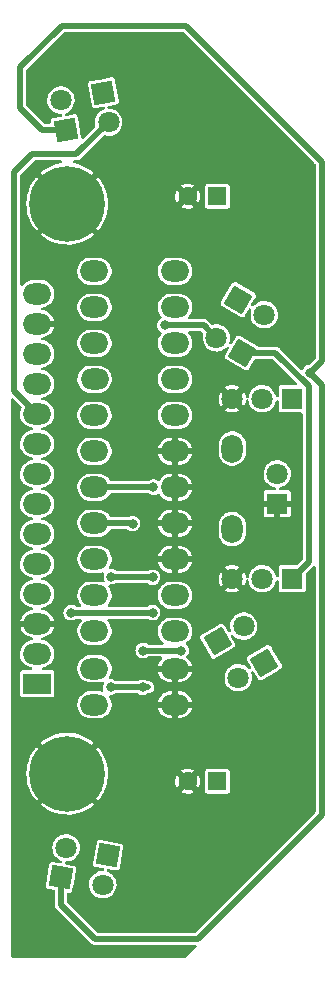
<source format=gbr>
G04 #@! TF.GenerationSoftware,KiCad,Pcbnew,9.0.1*
G04 #@! TF.CreationDate,2025-07-21T13:33:18+02:00*
G04 #@! TF.ProjectId,ukmarsbot-wall-sensor-advanced,756b6d61-7273-4626-9f74-2d77616c6c2d,rev?*
G04 #@! TF.SameCoordinates,Original*
G04 #@! TF.FileFunction,Copper,L2,Bot*
G04 #@! TF.FilePolarity,Positive*
%FSLAX46Y46*%
G04 Gerber Fmt 4.6, Leading zero omitted, Abs format (unit mm)*
G04 Created by KiCad (PCBNEW 9.0.1) date 2025-07-21 13:33:18*
%MOMM*%
%LPD*%
G01*
G04 APERTURE LIST*
G04 Aperture macros list*
%AMRotRect*
0 Rectangle, with rotation*
0 The origin of the aperture is its center*
0 $1 length*
0 $2 width*
0 $3 Rotation angle, in degrees counterclockwise*
0 Add horizontal line*
21,1,$1,$2,0,0,$3*%
G04 Aperture macros list end*
G04 #@! TA.AperFunction,ComponentPad*
%ADD10C,6.400000*%
G04 #@! TD*
G04 #@! TA.AperFunction,ComponentPad*
%ADD11RotRect,1.800000X1.800000X150.000000*%
G04 #@! TD*
G04 #@! TA.AperFunction,ComponentPad*
%ADD12C,1.800000*%
G04 #@! TD*
G04 #@! TA.AperFunction,ComponentPad*
%ADD13RotRect,1.800000X1.800000X100.000000*%
G04 #@! TD*
G04 #@! TA.AperFunction,ComponentPad*
%ADD14R,1.800000X1.800000*%
G04 #@! TD*
G04 #@! TA.AperFunction,ComponentPad*
%ADD15O,2.400000X1.800000*%
G04 #@! TD*
G04 #@! TA.AperFunction,ComponentPad*
%ADD16R,1.600000X1.600000*%
G04 #@! TD*
G04 #@! TA.AperFunction,ComponentPad*
%ADD17C,1.600000*%
G04 #@! TD*
G04 #@! TA.AperFunction,ComponentPad*
%ADD18RotRect,1.800000X1.800000X30.000000*%
G04 #@! TD*
G04 #@! TA.AperFunction,ComponentPad*
%ADD19RotRect,1.800000X1.800000X80.000000*%
G04 #@! TD*
G04 #@! TA.AperFunction,ComponentPad*
%ADD20O,1.800000X2.400000*%
G04 #@! TD*
G04 #@! TA.AperFunction,ComponentPad*
%ADD21RotRect,1.800000X1.800000X260.000000*%
G04 #@! TD*
G04 #@! TA.AperFunction,ComponentPad*
%ADD22RotRect,1.800000X1.800000X330.000000*%
G04 #@! TD*
G04 #@! TA.AperFunction,ComponentPad*
%ADD23RotRect,1.800000X1.800000X280.000000*%
G04 #@! TD*
G04 #@! TA.AperFunction,ComponentPad*
%ADD24RotRect,1.800000X1.800000X210.000000*%
G04 #@! TD*
G04 #@! TA.AperFunction,ComponentPad*
%ADD25R,2.400000X1.800000*%
G04 #@! TD*
G04 #@! TA.AperFunction,ViaPad*
%ADD26C,0.800000*%
G04 #@! TD*
G04 #@! TA.AperFunction,Conductor*
%ADD27C,0.500000*%
G04 #@! TD*
%ADD28C,0.350000*%
G04 APERTURE END LIST*
D10*
G04 #@! TO.P,H2,1,1*
G04 #@! TO.N,GND*
X144370000Y-129130000D03*
G04 #@! TD*
D11*
G04 #@! TO.P,D2,1,K*
G04 #@! TO.N,/DIA_COMMON*
X159200000Y-93500000D03*
D12*
G04 #@! TO.P,D2,2,A*
G04 #@! TO.N,Net-(D2-A)*
X157000295Y-92230000D03*
G04 #@! TD*
D13*
G04 #@! TO.P,D1,1,K*
G04 #@! TO.N,/FWD_COMMON*
X144277127Y-74600000D03*
D12*
G04 #@! TO.P,D1,2,A*
G04 #@! TO.N,Net-(D1-A)*
X143836061Y-72098588D03*
G04 #@! TD*
D14*
G04 #@! TO.P,D5,1,K*
G04 #@! TO.N,GND*
X162150000Y-106275000D03*
D12*
G04 #@! TO.P,D5,2,A*
G04 #@! TO.N,Net-(D5-A)*
X162150000Y-103735000D03*
G04 #@! TD*
D15*
G04 #@! TO.P,R2,1*
G04 #@! TO.N,Net-(D2-A)*
X146675000Y-92681000D03*
G04 #@! TO.P,R2,2*
G04 #@! TO.N,V_LED*
X153495000Y-92681000D03*
G04 #@! TD*
D14*
G04 #@! TO.P,Q6,1,C*
G04 #@! TO.N,/DIA_COMMON*
X163420000Y-112620000D03*
D12*
G04 #@! TO.P,Q6,2,B*
G04 #@! TO.N,Net-(Q6-B)*
X160880000Y-112620000D03*
G04 #@! TO.P,Q6,3,E*
G04 #@! TO.N,GND*
X158340000Y-112620000D03*
G04 #@! TD*
D16*
G04 #@! TO.P,C1,1*
G04 #@! TO.N,V_LED*
X157070000Y-80235000D03*
D17*
G04 #@! TO.P,C1,2*
G04 #@! TO.N,GND*
X154570000Y-80235000D03*
G04 #@! TD*
D18*
G04 #@! TO.P,D3,1,K*
G04 #@! TO.N,/DIA_COMMON*
X157100000Y-117900000D03*
D12*
G04 #@! TO.P,D3,2,A*
G04 #@! TO.N,Net-(D3-A)*
X159299705Y-116630000D03*
G04 #@! TD*
D15*
G04 #@! TO.P,R1,1*
G04 #@! TO.N,Net-(D1-A)*
X146675000Y-89633000D03*
G04 #@! TO.P,R1,2*
G04 #@! TO.N,V_LED*
X153495000Y-89633000D03*
G04 #@! TD*
D19*
G04 #@! TO.P,D4,1,K*
G04 #@! TO.N,/FWD_COMMON*
X143834325Y-137900000D03*
D12*
G04 #@! TO.P,D4,2,A*
G04 #@! TO.N,Net-(D4-A)*
X144275391Y-135398588D03*
G04 #@! TD*
D15*
G04 #@! TO.P,R3,1*
G04 #@! TO.N,Net-(D3-A)*
X146685000Y-95729000D03*
G04 #@! TO.P,R3,2*
G04 #@! TO.N,V_LED*
X153505000Y-95729000D03*
G04 #@! TD*
G04 #@! TO.P,R7,1*
G04 #@! TO.N,A1_RD*
X146675000Y-107921000D03*
G04 #@! TO.P,R7,2*
G04 #@! TO.N,GND*
X153495000Y-107921000D03*
G04 #@! TD*
G04 #@! TO.P,R5,1*
G04 #@! TO.N,A3_LF*
X146675000Y-101825000D03*
G04 #@! TO.P,R5,2*
G04 #@! TO.N,GND*
X153495000Y-101825000D03*
G04 #@! TD*
G04 #@! TO.P,R8,1*
G04 #@! TO.N,A0_RF*
X146675000Y-110969000D03*
G04 #@! TO.P,R8,2*
G04 #@! TO.N,GND*
X153495000Y-110969000D03*
G04 #@! TD*
G04 #@! TO.P,R10,1*
G04 #@! TO.N,Net-(Q6-B)*
X146675000Y-123288000D03*
G04 #@! TO.P,R10,2*
G04 #@! TO.N,GND*
X153495000Y-123288000D03*
G04 #@! TD*
G04 #@! TO.P,R6,1*
G04 #@! TO.N,A2_LD*
X146675000Y-104873000D03*
G04 #@! TO.P,R6,2*
G04 #@! TO.N,GND*
X153495000Y-104873000D03*
G04 #@! TD*
D14*
G04 #@! TO.P,Q5,1,C*
G04 #@! TO.N,/FWD_COMMON*
X163420000Y-97380000D03*
D12*
G04 #@! TO.P,Q5,2,B*
G04 #@! TO.N,Net-(Q5-B)*
X160880000Y-97380000D03*
G04 #@! TO.P,Q5,3,E*
G04 #@! TO.N,GND*
X158340000Y-97380000D03*
G04 #@! TD*
D10*
G04 #@! TO.P,H1,1,1*
G04 #@! TO.N,GND*
X144370000Y-80870000D03*
G04 #@! TD*
D15*
G04 #@! TO.P,R11,1*
G04 #@! TO.N,V_LED*
X153485000Y-86585000D03*
G04 #@! TO.P,R11,2*
G04 #@! TO.N,5V*
X146665000Y-86585000D03*
G04 #@! TD*
G04 #@! TO.P,R4,1*
G04 #@! TO.N,Net-(D4-A)*
X146675000Y-98777000D03*
G04 #@! TO.P,R4,2*
G04 #@! TO.N,V_LED*
X153495000Y-98777000D03*
G04 #@! TD*
D20*
G04 #@! TO.P,R12,1*
G04 #@! TO.N,Net-(D5-A)*
X158340000Y-101600000D03*
G04 #@! TO.P,R12,2*
G04 #@! TO.N,D6_LED*
X158340000Y-108420000D03*
G04 #@! TD*
D15*
G04 #@! TO.P,R9,1*
G04 #@! TO.N,Net-(Q5-B)*
X146675000Y-120240000D03*
G04 #@! TO.P,R9,2*
G04 #@! TO.N,GND*
X153495000Y-120240000D03*
G04 #@! TD*
G04 #@! TO.P,R13,1*
G04 #@! TO.N,D11_FRONT*
X146675000Y-114017000D03*
G04 #@! TO.P,R13,2*
G04 #@! TO.N,Net-(Q5-B)*
X153495000Y-114017000D03*
G04 #@! TD*
G04 #@! TO.P,R14,1*
G04 #@! TO.N,D12_DIAGONAL*
X146675000Y-117065000D03*
G04 #@! TO.P,R14,2*
G04 #@! TO.N,Net-(Q6-B)*
X153495000Y-117065000D03*
G04 #@! TD*
D16*
G04 #@! TO.P,C2,1*
G04 #@! TO.N,5V*
X157070000Y-129765000D03*
D17*
G04 #@! TO.P,C2,2*
G04 #@! TO.N,GND*
X154570000Y-129765000D03*
G04 #@! TD*
D21*
G04 #@! TO.P,Q4,1,C*
G04 #@! TO.N,5V*
X147825391Y-136026588D03*
D12*
G04 #@! TO.P,Q4,2,E*
G04 #@! TO.N,A0_RF*
X147384325Y-138528000D03*
G04 #@! TD*
D22*
G04 #@! TO.P,Q2,1,C*
G04 #@! TO.N,5V*
X158848000Y-88998000D03*
D12*
G04 #@! TO.P,Q2,2,E*
G04 #@! TO.N,A2_LD*
X161047705Y-90268000D03*
G04 #@! TD*
D23*
G04 #@! TO.P,Q1,1,C*
G04 #@! TO.N,5V*
X147427127Y-71472000D03*
D12*
G04 #@! TO.P,Q1,2,E*
G04 #@! TO.N,A3_LF*
X147868193Y-73973412D03*
G04 #@! TD*
D24*
G04 #@! TO.P,Q3,1,C*
G04 #@! TO.N,5V*
X161047705Y-119732000D03*
D12*
G04 #@! TO.P,Q3,2,E*
G04 #@! TO.N,A1_RD*
X158848000Y-121002000D03*
G04 #@! TD*
D25*
G04 #@! TO.P,J1,1,Pin_1*
G04 #@! TO.N,unconnected-(J1-Pin_1-Pad1)*
X141830000Y-121510000D03*
D15*
G04 #@! TO.P,J1,2,Pin_2*
G04 #@! TO.N,unconnected-(J1-Pin_2-Pad2)*
X141830000Y-118970000D03*
G04 #@! TO.P,J1,3,Pin_3*
G04 #@! TO.N,GND*
X141830000Y-116430000D03*
G04 #@! TO.P,J1,4,Pin_4*
G04 #@! TO.N,D6_LED*
X141830000Y-113890000D03*
G04 #@! TO.P,J1,5,Pin_5*
G04 #@! TO.N,D12_DIAGONAL*
X141830000Y-111350000D03*
G04 #@! TO.P,J1,6,Pin_6*
G04 #@! TO.N,D11_FRONT*
X141830000Y-108810000D03*
G04 #@! TO.P,J1,7,Pin_7*
G04 #@! TO.N,A0_RF*
X141830000Y-106270000D03*
G04 #@! TO.P,J1,8,Pin_8*
G04 #@! TO.N,A1_RD*
X141830000Y-103730000D03*
G04 #@! TO.P,J1,9,Pin_9*
G04 #@! TO.N,A2_LD*
X141830000Y-101190000D03*
G04 #@! TO.P,J1,10,Pin_10*
G04 #@! TO.N,A3_LF*
X141830000Y-98650000D03*
G04 #@! TO.P,J1,11,Pin_11*
G04 #@! TO.N,unconnected-(J1-Pin_11-Pad11)*
X141830000Y-96110000D03*
G04 #@! TO.P,J1,12,Pin_12*
G04 #@! TO.N,unconnected-(J1-Pin_12-Pad12)*
X141830000Y-93570000D03*
G04 #@! TO.P,J1,13,Pin_13*
G04 #@! TO.N,GND*
X141830000Y-91030000D03*
G04 #@! TO.P,J1,14,Pin_14*
G04 #@! TO.N,5V*
X141830000Y-88490000D03*
G04 #@! TD*
D26*
G04 #@! TO.N,/FWD_COMMON*
X164886262Y-95184886D03*
G04 #@! TO.N,Net-(D2-A)*
X152625000Y-91157000D03*
G04 #@! TO.N,Net-(D3-A)*
X150800000Y-118700000D03*
X154000000Y-118700000D03*
G04 #@! TO.N,A2_LD*
X151649500Y-104873000D03*
G04 #@! TO.N,A1_RD*
X149900000Y-107950000D03*
G04 #@! TO.N,D6_LED*
X144700000Y-115500000D03*
X151600000Y-115500000D03*
G04 #@! TO.N,Net-(Q5-B)*
X151600000Y-112500000D03*
X148100000Y-112450000D03*
G04 #@! TO.N,Net-(Q6-B)*
X150750000Y-121819010D03*
X148050500Y-121802626D03*
G04 #@! TD*
D27*
G04 #@! TO.N,/FWD_COMMON*
X143834325Y-137900000D02*
X143834325Y-140234325D01*
X155400000Y-143100000D02*
X165900000Y-132600000D01*
X143834325Y-140234325D02*
X146700000Y-143100000D01*
X154400000Y-65800000D02*
X165900000Y-77300000D01*
X140400000Y-69300000D02*
X143900000Y-65800000D01*
X146700000Y-143100000D02*
X155400000Y-143100000D01*
X165900000Y-94171148D02*
X164886262Y-95184886D01*
X165900000Y-77300000D02*
X165900000Y-94171148D01*
X144277127Y-74600000D02*
X142200000Y-74600000D01*
X165900000Y-132600000D02*
X165900000Y-96198624D01*
X143900000Y-65800000D02*
X154400000Y-65800000D01*
X140400000Y-72800000D02*
X140400000Y-69300000D01*
X142200000Y-74600000D02*
X140400000Y-72800000D01*
X165900000Y-96198624D02*
X164886262Y-95184886D01*
G04 #@! TO.N,Net-(D2-A)*
X157000295Y-92230000D02*
X155927295Y-91157000D01*
X155927295Y-91157000D02*
X152625000Y-91157000D01*
G04 #@! TO.N,Net-(D3-A)*
X150800000Y-118700000D02*
X154000000Y-118700000D01*
G04 #@! TO.N,A3_LF*
X141830000Y-98650000D02*
X139900000Y-96720000D01*
X139900000Y-78200000D02*
X141400000Y-76700000D01*
X141400000Y-76700000D02*
X145141605Y-76700000D01*
X145141605Y-76700000D02*
X147868193Y-73973412D01*
X139900000Y-96720000D02*
X139900000Y-78200000D01*
G04 #@! TO.N,A2_LD*
X146275000Y-104873000D02*
X151649500Y-104873000D01*
G04 #@! TO.N,A1_RD*
X149900000Y-107950000D02*
X149871000Y-107921000D01*
X149871000Y-107921000D02*
X146275000Y-107921000D01*
G04 #@! TO.N,D6_LED*
X144700000Y-115500000D02*
X151600000Y-115500000D01*
G04 #@! TO.N,Net-(Q5-B)*
X151593000Y-112493000D02*
X151600000Y-112500000D01*
X148100000Y-112450000D02*
X148143000Y-112493000D01*
X148143000Y-112493000D02*
X151593000Y-112493000D01*
G04 #@! TO.N,/DIA_COMMON*
X164800000Y-111240000D02*
X163420000Y-112620000D01*
X159200000Y-93500000D02*
X162000000Y-93500000D01*
X162000000Y-93500000D02*
X164800000Y-96300000D01*
X164800000Y-96300000D02*
X164800000Y-111240000D01*
G04 #@! TO.N,Net-(Q6-B)*
X151233116Y-121802626D02*
X148050500Y-121802626D01*
G04 #@! TD*
G04 #@! TA.AperFunction,Conductor*
G04 #@! TO.N,GND*
G36*
X154206960Y-66324502D02*
G01*
X154227934Y-66341405D01*
X165358595Y-77472066D01*
X165392621Y-77534378D01*
X165395500Y-77561161D01*
X165395500Y-93909987D01*
X165375498Y-93978108D01*
X165358595Y-93999082D01*
X164858306Y-94499371D01*
X164798625Y-94532795D01*
X164773533Y-94538819D01*
X164663825Y-94565157D01*
X164663822Y-94565158D01*
X164656446Y-94566929D01*
X164515676Y-94639586D01*
X164396301Y-94743724D01*
X164305212Y-94873330D01*
X164304057Y-94872518D01*
X164259996Y-94917248D01*
X164190737Y-94932861D01*
X164124032Y-94908552D01*
X164109684Y-94896213D01*
X162406677Y-93193206D01*
X162399135Y-93183766D01*
X162398755Y-93184089D01*
X162392937Y-93177253D01*
X162388147Y-93169661D01*
X162348140Y-93134328D01*
X162342454Y-93128983D01*
X162331120Y-93117649D01*
X162322845Y-93111447D01*
X162315000Y-93105060D01*
X162286557Y-93079940D01*
X162279830Y-93073999D01*
X162271708Y-93070186D01*
X162268907Y-93068346D01*
X162254912Y-93059937D01*
X162251949Y-93058315D01*
X162244764Y-93052930D01*
X162236354Y-93049777D01*
X162236352Y-93049776D01*
X162200818Y-93036454D01*
X162191502Y-93032529D01*
X162149018Y-93012583D01*
X162140144Y-93011201D01*
X162136917Y-93010215D01*
X162121134Y-93006075D01*
X162117856Y-93005354D01*
X162109448Y-93002202D01*
X162095691Y-93001180D01*
X162062643Y-92998724D01*
X162052596Y-92997570D01*
X162044114Y-92996249D01*
X162044111Y-92996249D01*
X162039303Y-92995500D01*
X162023938Y-92995500D01*
X162014601Y-92995154D01*
X161998519Y-92993959D01*
X161965333Y-92991493D01*
X161956558Y-92993366D01*
X161947862Y-92993959D01*
X161933262Y-92995500D01*
X160663199Y-92995500D01*
X160595078Y-92975498D01*
X160588152Y-92970281D01*
X160588070Y-92970395D01*
X160583032Y-92966785D01*
X160578382Y-92962707D01*
X158976119Y-92037642D01*
X158970260Y-92035653D01*
X158916201Y-92017301D01*
X158916200Y-92017301D01*
X158904447Y-92013311D01*
X158853932Y-92016622D01*
X158815803Y-92019121D01*
X158815802Y-92019121D01*
X158803417Y-92019933D01*
X158712612Y-92064713D01*
X158704427Y-92074046D01*
X158669796Y-92113535D01*
X158662707Y-92121618D01*
X158659612Y-92126978D01*
X158659611Y-92126980D01*
X158316227Y-92721740D01*
X158264845Y-92770733D01*
X158195131Y-92784169D01*
X158129220Y-92757783D01*
X158088038Y-92699951D01*
X158084660Y-92629034D01*
X158087795Y-92618239D01*
X158093586Y-92601181D01*
X158127705Y-92500667D01*
X158129833Y-92485996D01*
X158148483Y-92357363D01*
X158158152Y-92290681D01*
X158159741Y-92230000D01*
X158140326Y-92018708D01*
X158136309Y-92004463D01*
X158084299Y-91820051D01*
X158084298Y-91820049D01*
X158082731Y-91814492D01*
X158078630Y-91806174D01*
X157991440Y-91629372D01*
X157988885Y-91624191D01*
X157969749Y-91598564D01*
X157865384Y-91458803D01*
X157865383Y-91458802D01*
X157861931Y-91454179D01*
X157856529Y-91449185D01*
X157710361Y-91314069D01*
X157710358Y-91314067D01*
X157706121Y-91310150D01*
X157526672Y-91196926D01*
X157329595Y-91118300D01*
X157323938Y-91117175D01*
X157323932Y-91117173D01*
X157127158Y-91078033D01*
X157127154Y-91078033D01*
X157121490Y-91076906D01*
X157115715Y-91076830D01*
X157115711Y-91076830D01*
X157009099Y-91075434D01*
X156909326Y-91074128D01*
X156903629Y-91075107D01*
X156903628Y-91075107D01*
X156705898Y-91109083D01*
X156705895Y-91109084D01*
X156700208Y-91110061D01*
X156694791Y-91112059D01*
X156689210Y-91113555D01*
X156688648Y-91111457D01*
X156627357Y-91115631D01*
X156565463Y-91081697D01*
X156333972Y-90850206D01*
X156326430Y-90840766D01*
X156326050Y-90841089D01*
X156320232Y-90834253D01*
X156315442Y-90826661D01*
X156275435Y-90791328D01*
X156269749Y-90785983D01*
X156258415Y-90774649D01*
X156250140Y-90768447D01*
X156242295Y-90762060D01*
X156213852Y-90736940D01*
X156207125Y-90730999D01*
X156199003Y-90727186D01*
X156196202Y-90725346D01*
X156182207Y-90716937D01*
X156179244Y-90715315D01*
X156172059Y-90709930D01*
X156163649Y-90706777D01*
X156163647Y-90706776D01*
X156128113Y-90693454D01*
X156118797Y-90689529D01*
X156076313Y-90669583D01*
X156067439Y-90668201D01*
X156064212Y-90667215D01*
X156048429Y-90663075D01*
X156045151Y-90662354D01*
X156036743Y-90659202D01*
X156022986Y-90658180D01*
X155989938Y-90655724D01*
X155979891Y-90654570D01*
X155971409Y-90653249D01*
X155971406Y-90653249D01*
X155966598Y-90652500D01*
X155951233Y-90652500D01*
X155941896Y-90652154D01*
X155925814Y-90650959D01*
X155892628Y-90648493D01*
X155883853Y-90650366D01*
X155875157Y-90650959D01*
X155860557Y-90652500D01*
X154712953Y-90652500D01*
X154644832Y-90632498D01*
X154598339Y-90578842D01*
X154588235Y-90508568D01*
X154620428Y-90440971D01*
X154636159Y-90423954D01*
X154701047Y-90353758D01*
X154710931Y-90343066D01*
X154710933Y-90343063D01*
X154714850Y-90338826D01*
X154828074Y-90159377D01*
X154906700Y-89962300D01*
X154907825Y-89956643D01*
X154907827Y-89956637D01*
X154946967Y-89759863D01*
X154946967Y-89759859D01*
X154948094Y-89754195D01*
X154948566Y-89718187D01*
X154950796Y-89547813D01*
X154950872Y-89542031D01*
X154943101Y-89496803D01*
X154915918Y-89338610D01*
X154915918Y-89338609D01*
X154914939Y-89332913D01*
X154900418Y-89293553D01*
X157361311Y-89293553D01*
X157367933Y-89394583D01*
X157412713Y-89485388D01*
X157469618Y-89535293D01*
X157474978Y-89538388D01*
X157474980Y-89538389D01*
X159038302Y-90440971D01*
X159071881Y-90460358D01*
X159077740Y-90462347D01*
X159131799Y-90480699D01*
X159131800Y-90480699D01*
X159143553Y-90484689D01*
X159194068Y-90481378D01*
X159232197Y-90478879D01*
X159232198Y-90478879D01*
X159244583Y-90478067D01*
X159335388Y-90433287D01*
X159385293Y-90376382D01*
X159409797Y-90333941D01*
X159729706Y-89779840D01*
X159781088Y-89730847D01*
X159850802Y-89717411D01*
X159916713Y-89743797D01*
X159957895Y-89801629D01*
X159961273Y-89872546D01*
X159959158Y-89880204D01*
X159957579Y-89885291D01*
X159913596Y-90026938D01*
X159888656Y-90237649D01*
X159902534Y-90449377D01*
X159954763Y-90655031D01*
X160043595Y-90847723D01*
X160166055Y-91021000D01*
X160223366Y-91076830D01*
X160306690Y-91158000D01*
X160318042Y-91169059D01*
X160322838Y-91172264D01*
X160322841Y-91172266D01*
X160460128Y-91263998D01*
X160494465Y-91286941D01*
X160499768Y-91289219D01*
X160499771Y-91289221D01*
X160581613Y-91324383D01*
X160689416Y-91370699D01*
X160765455Y-91387905D01*
X160890730Y-91416252D01*
X160890735Y-91416253D01*
X160896367Y-91417527D01*
X160902138Y-91417754D01*
X160902140Y-91417754D01*
X160967616Y-91420326D01*
X161108386Y-91425857D01*
X161213379Y-91410634D01*
X161312658Y-91396239D01*
X161312663Y-91396238D01*
X161318372Y-91395410D01*
X161323836Y-91393555D01*
X161323841Y-91393554D01*
X161416945Y-91361949D01*
X161519294Y-91327207D01*
X161542754Y-91314069D01*
X161699375Y-91226357D01*
X161699379Y-91226354D01*
X161704422Y-91223530D01*
X161867557Y-91087852D01*
X162003235Y-90924717D01*
X162006059Y-90919674D01*
X162006062Y-90919670D01*
X162104088Y-90744632D01*
X162104089Y-90744630D01*
X162106912Y-90739589D01*
X162143264Y-90632498D01*
X162173259Y-90544136D01*
X162173260Y-90544131D01*
X162175115Y-90538667D01*
X162176115Y-90531774D01*
X162197970Y-90381038D01*
X162205562Y-90328681D01*
X162207151Y-90268000D01*
X162187736Y-90056708D01*
X162161017Y-89961967D01*
X162131709Y-89858051D01*
X162131708Y-89858049D01*
X162130141Y-89852492D01*
X162105059Y-89801629D01*
X162038850Y-89667372D01*
X162036295Y-89662191D01*
X161960873Y-89561188D01*
X161912794Y-89496803D01*
X161912793Y-89496802D01*
X161909341Y-89492179D01*
X161901995Y-89485388D01*
X161757771Y-89352069D01*
X161757768Y-89352067D01*
X161753531Y-89348150D01*
X161574082Y-89234926D01*
X161377005Y-89156300D01*
X161371348Y-89155175D01*
X161371342Y-89155173D01*
X161174568Y-89116033D01*
X161174564Y-89116033D01*
X161168900Y-89114906D01*
X161163125Y-89114830D01*
X161163121Y-89114830D01*
X161056509Y-89113434D01*
X160956736Y-89112128D01*
X160951039Y-89113107D01*
X160951038Y-89113107D01*
X160798825Y-89139262D01*
X160747618Y-89148061D01*
X160548551Y-89221501D01*
X160543590Y-89224453D01*
X160543589Y-89224453D01*
X160371168Y-89327032D01*
X160371165Y-89327034D01*
X160366200Y-89329988D01*
X160361860Y-89333794D01*
X160361856Y-89333797D01*
X160279850Y-89405715D01*
X160206673Y-89469890D01*
X160203098Y-89474425D01*
X160203097Y-89474426D01*
X160174768Y-89510361D01*
X160116886Y-89551474D01*
X160045966Y-89554768D01*
X159984524Y-89519196D01*
X159952067Y-89456053D01*
X159958900Y-89385386D01*
X159966699Y-89369355D01*
X160310358Y-88774119D01*
X160334689Y-88702447D01*
X160330718Y-88641855D01*
X160328879Y-88613803D01*
X160328879Y-88613802D01*
X160328067Y-88601417D01*
X160283287Y-88510612D01*
X160226382Y-88460707D01*
X159365406Y-87963623D01*
X158629478Y-87538736D01*
X158624119Y-87535642D01*
X158618260Y-87533653D01*
X158564201Y-87515301D01*
X158564200Y-87515301D01*
X158552447Y-87511311D01*
X158501932Y-87514622D01*
X158463803Y-87517121D01*
X158463802Y-87517121D01*
X158451417Y-87517933D01*
X158360612Y-87562713D01*
X158310707Y-87619618D01*
X158307612Y-87624978D01*
X158307611Y-87624980D01*
X157501470Y-89021260D01*
X157385642Y-89221881D01*
X157383653Y-89227740D01*
X157381214Y-89234926D01*
X157361311Y-89293553D01*
X154900418Y-89293553D01*
X154841499Y-89133846D01*
X154838547Y-89128884D01*
X154735968Y-88956463D01*
X154735966Y-88956460D01*
X154733012Y-88951495D01*
X154729206Y-88947155D01*
X154729203Y-88947151D01*
X154596917Y-88796309D01*
X154593110Y-88791968D01*
X154577259Y-88779472D01*
X154431014Y-88664181D01*
X154431012Y-88664179D01*
X154426480Y-88660607D01*
X154238701Y-88561812D01*
X154036062Y-88498891D01*
X153986029Y-88492969D01*
X153867470Y-88478936D01*
X153867465Y-88478936D01*
X153863784Y-88478500D01*
X153141173Y-88478500D01*
X153055365Y-88486385D01*
X152989462Y-88492440D01*
X152989459Y-88492441D01*
X152983708Y-88492969D01*
X152978151Y-88494536D01*
X152978147Y-88494537D01*
X152785051Y-88548996D01*
X152785049Y-88548997D01*
X152779492Y-88550564D01*
X152774316Y-88553116D01*
X152774312Y-88553118D01*
X152676372Y-88601417D01*
X152589191Y-88644410D01*
X152584565Y-88647864D01*
X152584564Y-88647865D01*
X152437445Y-88757724D01*
X152419179Y-88771364D01*
X152415265Y-88775598D01*
X152415263Y-88775600D01*
X152374868Y-88819300D01*
X152275150Y-88927174D01*
X152161926Y-89106623D01*
X152083300Y-89303700D01*
X152082175Y-89309357D01*
X152082173Y-89309363D01*
X152044890Y-89496803D01*
X152041906Y-89511805D01*
X152041830Y-89517580D01*
X152041830Y-89517584D01*
X152040458Y-89622396D01*
X152039128Y-89723969D01*
X152075061Y-89933087D01*
X152148501Y-90132154D01*
X152151453Y-90137115D01*
X152151453Y-90137116D01*
X152229321Y-90268000D01*
X152256988Y-90314505D01*
X152260794Y-90318845D01*
X152260797Y-90318849D01*
X152329367Y-90397037D01*
X152359244Y-90461441D01*
X152349558Y-90531774D01*
X152303385Y-90585706D01*
X152292425Y-90592081D01*
X152254414Y-90611700D01*
X152135039Y-90715838D01*
X152043950Y-90845444D01*
X151986406Y-90993037D01*
X151985414Y-91000570D01*
X151985414Y-91000571D01*
X151970540Y-91113555D01*
X151965729Y-91150096D01*
X151973428Y-91219832D01*
X151980513Y-91284000D01*
X151983113Y-91307553D01*
X151985723Y-91314684D01*
X151985723Y-91314686D01*
X152026406Y-91425857D01*
X152037553Y-91456319D01*
X152041789Y-91462622D01*
X152041789Y-91462623D01*
X152101032Y-91550785D01*
X152125908Y-91587805D01*
X152131527Y-91592918D01*
X152131528Y-91592919D01*
X152237460Y-91689309D01*
X152243076Y-91694419D01*
X152249751Y-91698043D01*
X152249752Y-91698044D01*
X152294861Y-91722536D01*
X152345183Y-91772618D01*
X152360440Y-91841956D01*
X152335788Y-91908535D01*
X152327265Y-91918796D01*
X152275150Y-91975174D01*
X152161926Y-92154623D01*
X152083300Y-92351700D01*
X152082175Y-92357357D01*
X152082173Y-92357363D01*
X152054038Y-92498812D01*
X152041906Y-92559805D01*
X152041830Y-92565580D01*
X152041830Y-92565584D01*
X152040434Y-92672196D01*
X152039128Y-92771969D01*
X152075061Y-92981087D01*
X152148501Y-93180154D01*
X152151453Y-93185115D01*
X152151453Y-93185116D01*
X152253957Y-93357410D01*
X152256988Y-93362505D01*
X152260794Y-93366845D01*
X152260797Y-93366849D01*
X152278317Y-93386826D01*
X152396890Y-93522032D01*
X152401425Y-93525607D01*
X152401426Y-93525608D01*
X152417653Y-93538400D01*
X152563520Y-93653393D01*
X152751299Y-93752188D01*
X152953938Y-93815109D01*
X152959675Y-93815788D01*
X153122530Y-93835064D01*
X153122535Y-93835064D01*
X153126216Y-93835500D01*
X153848827Y-93835500D01*
X153934635Y-93827615D01*
X154000538Y-93821560D01*
X154000541Y-93821559D01*
X154006292Y-93821031D01*
X154011849Y-93819464D01*
X154011853Y-93819463D01*
X154204949Y-93765004D01*
X154204951Y-93765003D01*
X154210508Y-93763436D01*
X154215684Y-93760884D01*
X154215688Y-93760882D01*
X154395628Y-93672145D01*
X154400809Y-93669590D01*
X154422500Y-93653393D01*
X154566197Y-93546089D01*
X154566198Y-93546088D01*
X154570821Y-93542636D01*
X154574737Y-93538400D01*
X154710931Y-93391066D01*
X154710933Y-93391063D01*
X154714850Y-93386826D01*
X154828074Y-93207377D01*
X154906700Y-93010300D01*
X154907825Y-93004643D01*
X154907827Y-93004637D01*
X154946967Y-92807863D01*
X154946967Y-92807859D01*
X154948094Y-92802195D01*
X154948566Y-92766187D01*
X154950450Y-92622278D01*
X154950872Y-92590031D01*
X154935517Y-92500667D01*
X154915918Y-92386610D01*
X154915918Y-92386609D01*
X154914939Y-92380913D01*
X154841499Y-92181846D01*
X154833243Y-92167969D01*
X154735968Y-92004463D01*
X154735966Y-92004460D01*
X154733012Y-91999495D01*
X154729206Y-91995155D01*
X154729203Y-91995151D01*
X154619954Y-91870578D01*
X154590077Y-91806174D01*
X154599763Y-91735841D01*
X154645935Y-91681909D01*
X154714686Y-91661500D01*
X155666134Y-91661500D01*
X155734255Y-91681502D01*
X155755229Y-91698405D01*
X155854935Y-91798111D01*
X155888961Y-91860423D01*
X155886172Y-91924571D01*
X155867900Y-91983414D01*
X155867897Y-91983427D01*
X155866186Y-91988938D01*
X155841246Y-92199649D01*
X155855124Y-92411377D01*
X155907353Y-92617031D01*
X155996185Y-92809723D01*
X156118645Y-92983000D01*
X156270632Y-93131059D01*
X156275428Y-93134264D01*
X156275431Y-93134266D01*
X156376822Y-93202013D01*
X156447055Y-93248941D01*
X156452358Y-93251219D01*
X156452361Y-93251221D01*
X156495868Y-93269913D01*
X156642006Y-93332699D01*
X156718045Y-93349905D01*
X156843320Y-93378252D01*
X156843325Y-93378253D01*
X156848957Y-93379527D01*
X156854728Y-93379754D01*
X156854730Y-93379754D01*
X156910399Y-93381941D01*
X157060976Y-93387857D01*
X157165969Y-93372634D01*
X157265248Y-93358239D01*
X157265253Y-93358238D01*
X157270962Y-93357410D01*
X157276426Y-93355555D01*
X157276431Y-93355554D01*
X157410399Y-93310078D01*
X157471884Y-93289207D01*
X157476927Y-93286383D01*
X157651965Y-93188357D01*
X157651969Y-93188354D01*
X157657012Y-93185530D01*
X157820147Y-93049852D01*
X157862981Y-92998350D01*
X157878230Y-92980015D01*
X157937168Y-92940431D01*
X158008150Y-92938995D01*
X158068640Y-92976162D01*
X158099433Y-93040133D01*
X158090753Y-93110597D01*
X158084224Y-93123583D01*
X157737642Y-93723881D01*
X157713311Y-93795553D01*
X157719933Y-93896583D01*
X157764713Y-93987388D01*
X157821618Y-94037293D01*
X157826978Y-94040388D01*
X157826980Y-94040389D01*
X159412003Y-94955500D01*
X159423881Y-94962358D01*
X159429740Y-94964347D01*
X159483799Y-94982699D01*
X159483800Y-94982699D01*
X159495553Y-94986689D01*
X159546068Y-94983378D01*
X159584197Y-94980879D01*
X159584198Y-94980879D01*
X159596583Y-94980067D01*
X159687388Y-94935287D01*
X159710834Y-94908552D01*
X159733210Y-94883038D01*
X159733211Y-94883036D01*
X159737293Y-94878382D01*
X159834491Y-94710031D01*
X160205455Y-94067500D01*
X160256837Y-94018507D01*
X160314574Y-94004500D01*
X161738839Y-94004500D01*
X161806960Y-94024502D01*
X161827934Y-94041405D01*
X163796934Y-96010405D01*
X163830960Y-96072717D01*
X163825895Y-96143532D01*
X163783348Y-96200368D01*
X163716828Y-96225179D01*
X163707839Y-96225500D01*
X162525185Y-96225501D01*
X162494934Y-96225501D01*
X162466306Y-96231195D01*
X162432874Y-96237844D01*
X162432872Y-96237845D01*
X162420699Y-96240266D01*
X162410379Y-96247161D01*
X162410378Y-96247162D01*
X162349985Y-96287516D01*
X162336516Y-96296516D01*
X162280266Y-96380699D01*
X162265500Y-96454933D01*
X162265500Y-97128125D01*
X162245498Y-97196246D01*
X162191842Y-97242739D01*
X162121568Y-97252843D01*
X162056988Y-97223349D01*
X162018231Y-97162326D01*
X161964005Y-96970053D01*
X161964003Y-96970047D01*
X161962436Y-96964492D01*
X161912775Y-96863788D01*
X161871145Y-96779372D01*
X161868590Y-96774191D01*
X161741636Y-96604179D01*
X161730721Y-96594089D01*
X161590066Y-96464069D01*
X161590063Y-96464067D01*
X161585826Y-96460150D01*
X161406377Y-96346926D01*
X161209300Y-96268300D01*
X161203643Y-96267175D01*
X161203637Y-96267173D01*
X161006863Y-96228033D01*
X161006859Y-96228033D01*
X161001195Y-96226906D01*
X160995420Y-96226830D01*
X160995416Y-96226830D01*
X160887399Y-96225416D01*
X160789031Y-96224128D01*
X160783334Y-96225107D01*
X160783333Y-96225107D01*
X160638389Y-96250013D01*
X160579913Y-96260061D01*
X160380846Y-96333501D01*
X160375885Y-96336453D01*
X160375884Y-96336453D01*
X160203463Y-96439032D01*
X160203460Y-96439034D01*
X160198495Y-96441988D01*
X160194155Y-96445794D01*
X160194151Y-96445797D01*
X160119769Y-96511029D01*
X160038968Y-96581890D01*
X160035393Y-96586425D01*
X160035392Y-96586426D01*
X159947577Y-96697819D01*
X159907607Y-96748520D01*
X159808812Y-96936299D01*
X159786555Y-97007979D01*
X159749249Y-97128125D01*
X159745891Y-97138938D01*
X159739374Y-97194004D01*
X159735307Y-97228362D01*
X159707437Y-97293659D01*
X159648688Y-97333523D01*
X159577714Y-97335297D01*
X159517047Y-97298418D01*
X159485950Y-97234594D01*
X159484709Y-97225082D01*
X159480066Y-97174553D01*
X159477969Y-97163238D01*
X159423535Y-96970231D01*
X159419413Y-96959492D01*
X159330718Y-96779636D01*
X159327571Y-96774501D01*
X159317737Y-96767120D01*
X159305321Y-96773890D01*
X158712021Y-97367189D01*
X158704408Y-97381132D01*
X158704539Y-97382966D01*
X158708790Y-97389580D01*
X159304037Y-97984826D01*
X159316412Y-97991583D01*
X159322992Y-97986657D01*
X159395928Y-97856420D01*
X159400604Y-97845917D01*
X159465066Y-97656019D01*
X159467751Y-97644836D01*
X159483430Y-97536697D01*
X159513000Y-97472151D01*
X159572772Y-97433839D01*
X159643768Y-97433923D01*
X159703449Y-97472378D01*
X159732865Y-97536994D01*
X159733856Y-97546534D01*
X159734829Y-97561377D01*
X159787058Y-97767031D01*
X159875890Y-97959723D01*
X159998350Y-98133000D01*
X160022229Y-98156262D01*
X160119094Y-98250623D01*
X160150337Y-98281059D01*
X160155133Y-98284264D01*
X160155136Y-98284266D01*
X160261924Y-98355619D01*
X160326760Y-98398941D01*
X160332063Y-98401219D01*
X160332066Y-98401221D01*
X160424803Y-98441064D01*
X160521711Y-98482699D01*
X160597750Y-98499905D01*
X160723025Y-98528252D01*
X160723030Y-98528253D01*
X160728662Y-98529527D01*
X160734433Y-98529754D01*
X160734435Y-98529754D01*
X160799911Y-98532326D01*
X160940681Y-98537857D01*
X161048974Y-98522155D01*
X161144953Y-98508239D01*
X161144958Y-98508238D01*
X161150667Y-98507410D01*
X161156131Y-98505555D01*
X161156136Y-98505554D01*
X161280070Y-98463484D01*
X161351589Y-98439207D01*
X161419418Y-98401221D01*
X161531670Y-98338357D01*
X161531674Y-98338354D01*
X161536717Y-98335530D01*
X161699852Y-98199852D01*
X161835530Y-98036717D01*
X161838354Y-98031674D01*
X161838357Y-98031670D01*
X161936383Y-97856632D01*
X161936384Y-97856630D01*
X161939207Y-97851589D01*
X161992509Y-97694564D01*
X162005554Y-97656136D01*
X162005555Y-97656131D01*
X162007410Y-97650667D01*
X162012201Y-97617622D01*
X162014805Y-97599667D01*
X162044376Y-97535121D01*
X162104148Y-97496809D01*
X162175144Y-97496895D01*
X162234824Y-97535350D01*
X162264240Y-97599966D01*
X162265501Y-97617743D01*
X162265501Y-98305066D01*
X162280266Y-98379301D01*
X162287161Y-98389621D01*
X162287162Y-98389622D01*
X162318103Y-98435928D01*
X162336516Y-98463484D01*
X162420699Y-98519734D01*
X162494933Y-98534500D01*
X162579208Y-98534500D01*
X164169500Y-98534499D01*
X164237621Y-98554501D01*
X164284114Y-98608157D01*
X164295500Y-98660499D01*
X164295500Y-110978839D01*
X164275498Y-111046960D01*
X164258595Y-111067934D01*
X163897934Y-111428595D01*
X163835622Y-111462621D01*
X163808839Y-111465500D01*
X162639759Y-111465501D01*
X162494934Y-111465501D01*
X162466306Y-111471195D01*
X162432874Y-111477844D01*
X162432872Y-111477845D01*
X162420699Y-111480266D01*
X162410379Y-111487161D01*
X162410378Y-111487162D01*
X162361488Y-111519830D01*
X162336516Y-111536516D01*
X162329623Y-111546832D01*
X162292797Y-111601946D01*
X162280266Y-111620699D01*
X162265500Y-111694933D01*
X162265500Y-112368125D01*
X162245498Y-112436246D01*
X162191842Y-112482739D01*
X162121568Y-112492843D01*
X162056988Y-112463349D01*
X162018231Y-112402326D01*
X161964005Y-112210053D01*
X161964003Y-112210047D01*
X161962436Y-112204492D01*
X161957532Y-112194546D01*
X161871145Y-112019372D01*
X161868590Y-112014191D01*
X161834470Y-111968498D01*
X161745089Y-111848803D01*
X161745088Y-111848802D01*
X161741636Y-111844179D01*
X161729147Y-111832634D01*
X161590066Y-111704069D01*
X161590063Y-111704067D01*
X161585826Y-111700150D01*
X161406377Y-111586926D01*
X161209300Y-111508300D01*
X161203643Y-111507175D01*
X161203637Y-111507173D01*
X161006863Y-111468033D01*
X161006859Y-111468033D01*
X161001195Y-111466906D01*
X160995420Y-111466830D01*
X160995416Y-111466830D01*
X160887399Y-111465416D01*
X160789031Y-111464128D01*
X160783334Y-111465107D01*
X160783333Y-111465107D01*
X160638389Y-111490013D01*
X160579913Y-111500061D01*
X160380846Y-111573501D01*
X160375885Y-111576453D01*
X160375884Y-111576453D01*
X160203463Y-111679032D01*
X160203460Y-111679034D01*
X160198495Y-111681988D01*
X160194155Y-111685794D01*
X160194151Y-111685797D01*
X160068613Y-111795892D01*
X160038968Y-111821890D01*
X160035393Y-111826425D01*
X160035392Y-111826426D01*
X159930314Y-111959717D01*
X159907607Y-111988520D01*
X159808812Y-112176299D01*
X159772398Y-112293571D01*
X159749249Y-112368125D01*
X159745891Y-112378938D01*
X159739374Y-112434004D01*
X159735307Y-112468362D01*
X159707437Y-112533659D01*
X159648688Y-112573523D01*
X159577714Y-112575297D01*
X159517047Y-112538418D01*
X159485950Y-112474594D01*
X159484709Y-112465082D01*
X159480066Y-112414553D01*
X159477969Y-112403238D01*
X159423535Y-112210231D01*
X159419413Y-112199492D01*
X159330718Y-112019636D01*
X159327571Y-112014501D01*
X159317737Y-112007120D01*
X159305321Y-112013890D01*
X158712021Y-112607189D01*
X158704408Y-112621132D01*
X158704539Y-112622966D01*
X158708790Y-112629580D01*
X159304037Y-113224826D01*
X159316412Y-113231583D01*
X159322992Y-113226657D01*
X159395928Y-113096420D01*
X159400604Y-113085917D01*
X159465066Y-112896019D01*
X159467751Y-112884836D01*
X159483430Y-112776697D01*
X159513000Y-112712151D01*
X159572772Y-112673839D01*
X159643768Y-112673923D01*
X159703449Y-112712378D01*
X159732865Y-112776994D01*
X159733856Y-112786534D01*
X159734829Y-112801377D01*
X159787058Y-113007031D01*
X159875890Y-113199723D01*
X159998350Y-113373000D01*
X160022229Y-113396262D01*
X160119094Y-113490623D01*
X160150337Y-113521059D01*
X160155133Y-113524264D01*
X160155136Y-113524266D01*
X160261924Y-113595619D01*
X160326760Y-113638941D01*
X160332063Y-113641219D01*
X160332066Y-113641221D01*
X160424803Y-113681064D01*
X160521711Y-113722699D01*
X160597750Y-113739905D01*
X160723025Y-113768252D01*
X160723030Y-113768253D01*
X160728662Y-113769527D01*
X160734433Y-113769754D01*
X160734435Y-113769754D01*
X160799911Y-113772326D01*
X160940681Y-113777857D01*
X161048974Y-113762155D01*
X161144953Y-113748239D01*
X161144958Y-113748238D01*
X161150667Y-113747410D01*
X161156131Y-113745555D01*
X161156136Y-113745554D01*
X161280070Y-113703484D01*
X161351589Y-113679207D01*
X161419418Y-113641221D01*
X161531670Y-113578357D01*
X161531674Y-113578354D01*
X161536717Y-113575530D01*
X161699852Y-113439852D01*
X161835530Y-113276717D01*
X161838354Y-113271674D01*
X161838357Y-113271670D01*
X161936383Y-113096632D01*
X161936384Y-113096630D01*
X161939207Y-113091589D01*
X161992509Y-112934564D01*
X162005554Y-112896136D01*
X162005555Y-112896131D01*
X162007410Y-112890667D01*
X162012201Y-112857622D01*
X162014805Y-112839667D01*
X162044376Y-112775121D01*
X162104148Y-112736809D01*
X162175144Y-112736895D01*
X162234824Y-112775350D01*
X162264240Y-112839966D01*
X162265501Y-112857743D01*
X162265501Y-113545066D01*
X162280266Y-113619301D01*
X162287161Y-113629620D01*
X162287162Y-113629622D01*
X162318103Y-113675928D01*
X162336516Y-113703484D01*
X162420699Y-113759734D01*
X162494933Y-113774500D01*
X163419850Y-113774500D01*
X164345066Y-113774499D01*
X164380818Y-113767388D01*
X164407126Y-113762156D01*
X164407128Y-113762155D01*
X164419301Y-113759734D01*
X164429621Y-113752839D01*
X164429622Y-113752838D01*
X164493168Y-113710377D01*
X164503484Y-113703484D01*
X164559734Y-113619301D01*
X164574500Y-113545067D01*
X164574499Y-112231162D01*
X164594501Y-112163041D01*
X164611404Y-112142067D01*
X165106794Y-111646677D01*
X165116234Y-111639135D01*
X165115911Y-111638755D01*
X165122747Y-111632937D01*
X165130339Y-111628147D01*
X165165672Y-111588140D01*
X165171017Y-111582454D01*
X165180405Y-111573066D01*
X165242717Y-111539040D01*
X165313532Y-111544105D01*
X165370368Y-111586652D01*
X165395179Y-111653172D01*
X165395500Y-111662161D01*
X165395500Y-132338839D01*
X165375498Y-132406960D01*
X165358595Y-132427934D01*
X155227934Y-142558595D01*
X155165622Y-142592621D01*
X155138839Y-142595500D01*
X146961160Y-142595500D01*
X146893039Y-142575498D01*
X146872065Y-142558595D01*
X144375730Y-140062259D01*
X144341704Y-139999947D01*
X144338825Y-139973164D01*
X144338825Y-139311427D01*
X144358827Y-139243306D01*
X144412483Y-139196813D01*
X144486704Y-139187341D01*
X144526447Y-139194349D01*
X144538769Y-139196522D01*
X144538771Y-139196522D01*
X144544861Y-139197596D01*
X144556753Y-139197337D01*
X144608124Y-139196217D01*
X144608126Y-139196217D01*
X144620532Y-139195946D01*
X144699345Y-139161266D01*
X144701843Y-139160167D01*
X144701844Y-139160166D01*
X144713203Y-139155168D01*
X144721783Y-139146205D01*
X144721785Y-139146204D01*
X144754108Y-139112439D01*
X144783217Y-139082032D01*
X144810649Y-139011490D01*
X144901253Y-138497649D01*
X146225276Y-138497649D01*
X146239154Y-138709377D01*
X146291383Y-138915031D01*
X146380215Y-139107723D01*
X146502675Y-139281000D01*
X146654662Y-139429059D01*
X146659458Y-139432264D01*
X146659461Y-139432266D01*
X146801511Y-139527180D01*
X146831085Y-139546941D01*
X146836388Y-139549219D01*
X146836391Y-139549221D01*
X146918233Y-139584383D01*
X147026036Y-139630699D01*
X147102075Y-139647905D01*
X147227350Y-139676252D01*
X147227355Y-139676253D01*
X147232987Y-139677527D01*
X147238758Y-139677754D01*
X147238760Y-139677754D01*
X147304236Y-139680326D01*
X147445006Y-139685857D01*
X147549999Y-139670634D01*
X147649278Y-139656239D01*
X147649283Y-139656238D01*
X147654992Y-139655410D01*
X147660456Y-139653555D01*
X147660461Y-139653554D01*
X147753565Y-139621949D01*
X147855914Y-139587207D01*
X147933546Y-139543731D01*
X148035995Y-139486357D01*
X148035999Y-139486354D01*
X148041042Y-139483530D01*
X148204177Y-139347852D01*
X148339855Y-139184717D01*
X148342679Y-139179674D01*
X148342682Y-139179670D01*
X148440708Y-139004632D01*
X148440709Y-139004630D01*
X148443532Y-138999589D01*
X148511735Y-138798667D01*
X148514605Y-138778878D01*
X148541649Y-138592355D01*
X148542182Y-138588681D01*
X148543771Y-138528000D01*
X148524356Y-138316708D01*
X148466761Y-138112492D01*
X148372915Y-137922191D01*
X148245961Y-137752179D01*
X148221849Y-137729890D01*
X148094391Y-137612069D01*
X148094388Y-137612067D01*
X148090151Y-137608150D01*
X147910702Y-137494926D01*
X147785926Y-137445145D01*
X147730068Y-137401325D01*
X147706767Y-137334261D01*
X147723423Y-137265246D01*
X147774747Y-137216192D01*
X147844445Y-137202672D01*
X147854497Y-137204030D01*
X148232344Y-137270654D01*
X148535927Y-137324184D01*
X148547819Y-137323925D01*
X148599190Y-137322805D01*
X148599192Y-137322805D01*
X148611598Y-137322534D01*
X148657934Y-137302145D01*
X148692909Y-137286755D01*
X148692910Y-137286754D01*
X148704269Y-137281756D01*
X148712849Y-137272793D01*
X148712851Y-137272792D01*
X148740171Y-137244253D01*
X148774283Y-137208620D01*
X148781733Y-137189464D01*
X148799472Y-137143846D01*
X148801715Y-137138078D01*
X149122987Y-135316052D01*
X149121337Y-135240381D01*
X149080559Y-135147710D01*
X149071596Y-135139130D01*
X149071595Y-135139128D01*
X149043056Y-135111808D01*
X149007423Y-135077696D01*
X148995858Y-135073199D01*
X148995857Y-135073198D01*
X148942649Y-135052507D01*
X148936881Y-135050264D01*
X147114855Y-134728992D01*
X147102963Y-134729251D01*
X147051592Y-134730371D01*
X147051590Y-134730371D01*
X147039184Y-134730642D01*
X146992849Y-134751031D01*
X146957873Y-134766421D01*
X146957872Y-134766422D01*
X146946513Y-134771420D01*
X146937933Y-134780383D01*
X146937931Y-134780384D01*
X146921106Y-134797960D01*
X146876499Y-134844556D01*
X146849067Y-134915098D01*
X146527795Y-136737124D01*
X146527930Y-136743313D01*
X146528790Y-136782742D01*
X146529445Y-136812795D01*
X146570223Y-136905466D01*
X146579186Y-136914046D01*
X146579187Y-136914048D01*
X146588123Y-136922602D01*
X146643359Y-136975480D01*
X146654924Y-136979977D01*
X146654925Y-136979978D01*
X146708133Y-137000669D01*
X146713901Y-137002912D01*
X147395416Y-137123081D01*
X147459027Y-137154608D01*
X147495497Y-137215522D01*
X147493244Y-137286483D01*
X147452985Y-137344961D01*
X147387501Y-137372391D01*
X147371886Y-137373156D01*
X147338810Y-137372723D01*
X147293356Y-137372128D01*
X147287659Y-137373107D01*
X147287658Y-137373107D01*
X147123439Y-137401325D01*
X147084238Y-137408061D01*
X146885171Y-137481501D01*
X146880210Y-137484453D01*
X146880209Y-137484453D01*
X146707788Y-137587032D01*
X146707785Y-137587034D01*
X146702820Y-137589988D01*
X146698480Y-137593794D01*
X146698476Y-137593797D01*
X146547634Y-137726083D01*
X146543293Y-137729890D01*
X146411932Y-137896520D01*
X146313137Y-138084299D01*
X146250216Y-138286938D01*
X146225276Y-138497649D01*
X144901253Y-138497649D01*
X145131921Y-137189464D01*
X145131161Y-137154608D01*
X145130542Y-137126201D01*
X145130542Y-137126199D01*
X145130271Y-137113793D01*
X145089493Y-137021122D01*
X145080530Y-137012542D01*
X145080529Y-137012540D01*
X145032852Y-136966899D01*
X145016357Y-136951108D01*
X145004792Y-136946611D01*
X145004791Y-136946610D01*
X144951583Y-136925919D01*
X144945815Y-136923676D01*
X144381403Y-136824155D01*
X144272776Y-136805001D01*
X144209164Y-136773474D01*
X144172694Y-136712560D01*
X144174947Y-136641599D01*
X144215206Y-136583121D01*
X144280690Y-136555691D01*
X144299601Y-136555012D01*
X144336072Y-136556445D01*
X144441065Y-136541222D01*
X144540344Y-136526827D01*
X144540349Y-136526826D01*
X144546058Y-136525998D01*
X144551522Y-136524143D01*
X144551527Y-136524142D01*
X144676230Y-136481811D01*
X144746980Y-136457795D01*
X144824612Y-136414319D01*
X144927061Y-136356945D01*
X144927065Y-136356942D01*
X144932108Y-136354118D01*
X145095243Y-136218440D01*
X145230921Y-136055305D01*
X145233745Y-136050262D01*
X145233748Y-136050258D01*
X145331774Y-135875220D01*
X145331775Y-135875218D01*
X145334598Y-135870177D01*
X145402801Y-135669255D01*
X145414936Y-135585567D01*
X145432715Y-135462943D01*
X145433248Y-135459269D01*
X145434837Y-135398588D01*
X145415422Y-135187296D01*
X145407462Y-135159070D01*
X145359395Y-134988639D01*
X145359394Y-134988637D01*
X145357827Y-134983080D01*
X145263981Y-134792779D01*
X145248032Y-134771420D01*
X145140480Y-134627391D01*
X145140479Y-134627390D01*
X145137027Y-134622767D01*
X145112915Y-134600478D01*
X144985457Y-134482657D01*
X144985454Y-134482655D01*
X144981217Y-134478738D01*
X144801768Y-134365514D01*
X144604691Y-134286888D01*
X144599034Y-134285763D01*
X144599028Y-134285761D01*
X144402254Y-134246621D01*
X144402250Y-134246621D01*
X144396586Y-134245494D01*
X144390811Y-134245418D01*
X144390807Y-134245418D01*
X144284195Y-134244022D01*
X144184422Y-134242716D01*
X144178725Y-134243695D01*
X144178724Y-134243695D01*
X144161696Y-134246621D01*
X143975304Y-134278649D01*
X143776237Y-134352089D01*
X143771276Y-134355041D01*
X143771275Y-134355041D01*
X143598854Y-134457620D01*
X143598851Y-134457622D01*
X143593886Y-134460576D01*
X143589546Y-134464382D01*
X143589542Y-134464385D01*
X143438700Y-134596671D01*
X143434359Y-134600478D01*
X143430784Y-134605013D01*
X143430783Y-134605014D01*
X143327805Y-134735641D01*
X143302998Y-134767108D01*
X143204203Y-134954887D01*
X143141282Y-135157526D01*
X143116342Y-135368237D01*
X143130220Y-135579965D01*
X143182449Y-135785619D01*
X143271281Y-135978311D01*
X143393741Y-136151588D01*
X143545728Y-136299647D01*
X143550524Y-136302852D01*
X143550527Y-136302854D01*
X143692577Y-136397768D01*
X143722151Y-136417529D01*
X143727454Y-136419807D01*
X143727457Y-136419809D01*
X143871771Y-136481811D01*
X143926464Y-136527079D01*
X143948001Y-136594731D01*
X143929544Y-136663286D01*
X143876953Y-136710980D01*
X143800153Y-136721665D01*
X143469068Y-136663286D01*
X143123789Y-136602404D01*
X143111897Y-136602663D01*
X143060526Y-136603783D01*
X143060524Y-136603783D01*
X143048118Y-136604054D01*
X143001782Y-136624443D01*
X142966807Y-136639833D01*
X142966806Y-136639834D01*
X142955447Y-136644832D01*
X142946867Y-136653795D01*
X142946865Y-136653796D01*
X142919545Y-136682335D01*
X142885433Y-136717968D01*
X142880936Y-136729533D01*
X142880935Y-136729534D01*
X142875577Y-136743313D01*
X142858001Y-136788510D01*
X142536729Y-138610536D01*
X142538379Y-138686207D01*
X142579157Y-138778878D01*
X142588120Y-138787458D01*
X142588121Y-138787460D01*
X142599828Y-138798667D01*
X142652293Y-138848892D01*
X142663858Y-138853389D01*
X142663859Y-138853390D01*
X142717067Y-138874081D01*
X142722835Y-138876324D01*
X142910594Y-138909431D01*
X143225705Y-138964994D01*
X143289317Y-138996522D01*
X143325787Y-139057435D01*
X143329825Y-139089080D01*
X143329825Y-140163701D01*
X143328484Y-140175706D01*
X143328980Y-140175746D01*
X143328260Y-140184693D01*
X143326279Y-140193449D01*
X143326835Y-140202409D01*
X143329583Y-140246707D01*
X143329825Y-140254509D01*
X143329825Y-140270551D01*
X143330460Y-140274982D01*
X143330460Y-140274987D01*
X143331290Y-140280778D01*
X143332321Y-140290839D01*
X143335227Y-140337684D01*
X143338274Y-140346124D01*
X143338955Y-140349414D01*
X143342907Y-140365263D01*
X143343852Y-140368493D01*
X143345124Y-140377377D01*
X143348839Y-140385548D01*
X143364543Y-140420088D01*
X143368355Y-140429453D01*
X143381247Y-140465162D01*
X143381249Y-140465165D01*
X143384297Y-140473609D01*
X143389593Y-140480858D01*
X143391165Y-140483815D01*
X143399418Y-140497939D01*
X143401223Y-140500762D01*
X143404937Y-140508930D01*
X143410794Y-140515727D01*
X143410795Y-140515729D01*
X143435568Y-140544478D01*
X143441850Y-140552389D01*
X143449798Y-140563269D01*
X143460660Y-140574131D01*
X143467018Y-140580977D01*
X143499269Y-140618407D01*
X143506804Y-140623291D01*
X143513376Y-140629024D01*
X143524780Y-140638251D01*
X146293323Y-143406794D01*
X146300865Y-143416234D01*
X146301245Y-143415911D01*
X146307063Y-143422747D01*
X146311853Y-143430339D01*
X146318581Y-143436281D01*
X146351859Y-143465671D01*
X146357546Y-143471017D01*
X146368880Y-143482351D01*
X146372466Y-143485038D01*
X146372471Y-143485043D01*
X146377159Y-143488557D01*
X146384997Y-143494938D01*
X146420170Y-143526001D01*
X146428293Y-143529815D01*
X146431104Y-143531661D01*
X146445103Y-143540072D01*
X146448052Y-143541686D01*
X146455235Y-143547070D01*
X146492023Y-143560861D01*
X146499174Y-143563542D01*
X146508494Y-143567469D01*
X146550982Y-143587417D01*
X146559853Y-143588798D01*
X146563075Y-143589783D01*
X146578846Y-143593920D01*
X146582140Y-143594644D01*
X146590552Y-143597798D01*
X146599510Y-143598464D01*
X146599511Y-143598464D01*
X146637350Y-143601276D01*
X146647374Y-143602426D01*
X146660697Y-143604500D01*
X146676062Y-143604500D01*
X146685399Y-143604846D01*
X146734666Y-143608507D01*
X146743441Y-143606634D01*
X146752137Y-143606041D01*
X146766737Y-143604500D01*
X155194550Y-143604500D01*
X155262671Y-143624502D01*
X155309164Y-143678158D01*
X155319268Y-143748432D01*
X155289774Y-143813012D01*
X155283645Y-143819595D01*
X154440445Y-144662795D01*
X154378133Y-144696821D01*
X154351350Y-144699700D01*
X139721300Y-144699700D01*
X139653179Y-144679698D01*
X139606686Y-144626042D01*
X139595300Y-144573700D01*
X139595300Y-131749645D01*
X142115895Y-131749645D01*
X142115971Y-131750718D01*
X142120335Y-131757342D01*
X142121622Y-131758446D01*
X142413037Y-131982055D01*
X142418651Y-131985899D01*
X142732497Y-132176721D01*
X142738499Y-132179939D01*
X143071126Y-132335753D01*
X143077430Y-132338300D01*
X143424939Y-132457278D01*
X143431490Y-132459132D01*
X143789805Y-132539881D01*
X143796524Y-132541018D01*
X144161472Y-132582599D01*
X144168262Y-132583002D01*
X144535562Y-132584925D01*
X144542363Y-132584593D01*
X144907726Y-132546837D01*
X144914454Y-132545771D01*
X145273610Y-132468775D01*
X145280158Y-132466996D01*
X145628899Y-132351660D01*
X145635241Y-132349174D01*
X145969463Y-132196861D01*
X145975517Y-132193696D01*
X146291322Y-132006185D01*
X146297003Y-132002382D01*
X146590716Y-131781856D01*
X146595943Y-131777470D01*
X146614908Y-131759723D01*
X146622977Y-131746043D01*
X146622949Y-131745318D01*
X146617807Y-131737017D01*
X144382812Y-129502022D01*
X144368868Y-129494408D01*
X144367035Y-129494539D01*
X144360420Y-129498790D01*
X142123509Y-131735701D01*
X142115895Y-131749645D01*
X139595300Y-131749645D01*
X139595300Y-129121322D01*
X140911120Y-129121322D01*
X140929704Y-129488177D01*
X140930414Y-129494933D01*
X140988508Y-129857622D01*
X140989947Y-129864277D01*
X141086869Y-130218562D01*
X141089018Y-130225023D01*
X141223638Y-130566778D01*
X141226469Y-130572961D01*
X141397211Y-130898178D01*
X141400694Y-130904020D01*
X141605558Y-131208890D01*
X141609661Y-131214334D01*
X141742809Y-131372453D01*
X141755548Y-131380896D01*
X141765992Y-131374798D01*
X143997978Y-129142812D01*
X144004356Y-129131132D01*
X144734408Y-129131132D01*
X144734539Y-129132965D01*
X144738790Y-129139580D01*
X146972538Y-131373328D01*
X146986135Y-131380753D01*
X146995746Y-131374053D01*
X147108362Y-131243125D01*
X147112520Y-131237725D01*
X147320565Y-130935019D01*
X147324112Y-130929208D01*
X147464791Y-130667938D01*
X154031892Y-130667938D01*
X154036801Y-130674496D01*
X154140612Y-130732514D01*
X154151851Y-130737424D01*
X154336715Y-130797490D01*
X154348689Y-130800123D01*
X154541708Y-130823139D01*
X154553957Y-130823396D01*
X154747769Y-130808483D01*
X154759849Y-130806352D01*
X154947061Y-130754081D01*
X154958494Y-130749647D01*
X155099749Y-130678294D01*
X155110033Y-130668649D01*
X155107795Y-130662005D01*
X154582812Y-130137022D01*
X154568868Y-130129408D01*
X154567035Y-130129539D01*
X154560420Y-130133790D01*
X154038652Y-130655558D01*
X154031892Y-130667938D01*
X147464791Y-130667938D01*
X147498241Y-130605814D01*
X147501148Y-130599636D01*
X147639338Y-130259316D01*
X147641552Y-130252886D01*
X147742179Y-129899630D01*
X147743686Y-129893000D01*
X147767043Y-129756357D01*
X153511519Y-129756357D01*
X153527783Y-129950049D01*
X153529997Y-129962108D01*
X153583576Y-130148961D01*
X153588089Y-130160358D01*
X153656984Y-130294414D01*
X153666701Y-130304632D01*
X153673502Y-130302288D01*
X154197978Y-129777812D01*
X154204356Y-129766132D01*
X154934408Y-129766132D01*
X154934539Y-129767965D01*
X154938790Y-129774580D01*
X155460401Y-130296191D01*
X155472781Y-130302951D01*
X155479515Y-130297910D01*
X155534490Y-130201138D01*
X155539483Y-130189922D01*
X155600834Y-130005494D01*
X155603554Y-129993523D01*
X155628244Y-129798075D01*
X155628736Y-129791048D01*
X155629051Y-129768523D01*
X155628756Y-129761494D01*
X155609531Y-129565419D01*
X155607148Y-129553384D01*
X155550968Y-129367308D01*
X155546294Y-129355967D01*
X155482577Y-129236133D01*
X155472717Y-129226052D01*
X155465589Y-129228621D01*
X154942022Y-129752188D01*
X154934408Y-129766132D01*
X154204356Y-129766132D01*
X154205592Y-129763868D01*
X154205461Y-129762035D01*
X154201210Y-129755420D01*
X153679247Y-129233457D01*
X153666867Y-129226697D01*
X153660479Y-129231479D01*
X153599510Y-129342381D01*
X153594682Y-129353645D01*
X153535906Y-129538931D01*
X153533358Y-129550920D01*
X153511690Y-129744088D01*
X153511519Y-129756357D01*
X147767043Y-129756357D01*
X147805577Y-129530923D01*
X147806357Y-129524183D01*
X147828879Y-129155945D01*
X147828995Y-129152346D01*
X147829067Y-129131821D01*
X147828975Y-129128193D01*
X147814559Y-128862012D01*
X154030730Y-128862012D01*
X154033183Y-128868973D01*
X154557188Y-129392978D01*
X154571132Y-129400592D01*
X154572965Y-129400461D01*
X154579580Y-129396210D01*
X155035857Y-128939933D01*
X156015500Y-128939933D01*
X156015501Y-130590066D01*
X156030266Y-130664301D01*
X156086516Y-130748484D01*
X156170699Y-130804734D01*
X156244933Y-130819500D01*
X157069866Y-130819500D01*
X157895066Y-130819499D01*
X157930818Y-130812388D01*
X157957126Y-130807156D01*
X157957128Y-130807155D01*
X157969301Y-130804734D01*
X157979621Y-130797839D01*
X157979622Y-130797838D01*
X158043168Y-130755377D01*
X158053484Y-130748484D01*
X158109734Y-130664301D01*
X158124500Y-130590067D01*
X158124499Y-128939934D01*
X158109734Y-128865699D01*
X158100731Y-128852224D01*
X158060377Y-128791832D01*
X158053484Y-128781516D01*
X157969301Y-128725266D01*
X157895067Y-128710500D01*
X157070134Y-128710500D01*
X156244934Y-128710501D01*
X156209182Y-128717612D01*
X156182874Y-128722844D01*
X156182872Y-128722845D01*
X156170699Y-128725266D01*
X156160379Y-128732161D01*
X156160378Y-128732162D01*
X156118980Y-128759824D01*
X156086516Y-128781516D01*
X156030266Y-128865699D01*
X156015500Y-128939933D01*
X155035857Y-128939933D01*
X155101777Y-128874013D01*
X155108537Y-128861633D01*
X155103878Y-128855410D01*
X154985836Y-128791585D01*
X154974531Y-128786833D01*
X154788849Y-128729354D01*
X154776836Y-128726888D01*
X154583522Y-128706570D01*
X154571254Y-128706485D01*
X154377683Y-128724101D01*
X154365634Y-128726399D01*
X154179163Y-128781281D01*
X154167795Y-128785874D01*
X154040879Y-128852224D01*
X154030730Y-128862012D01*
X147814559Y-128862012D01*
X147809025Y-128759824D01*
X147808290Y-128753058D01*
X147748933Y-128390588D01*
X147747466Y-128383916D01*
X147649313Y-128029990D01*
X147647139Y-128023526D01*
X147511328Y-127682249D01*
X147508472Y-127676069D01*
X147336599Y-127351458D01*
X147333099Y-127345632D01*
X147127162Y-127041465D01*
X147123048Y-127036045D01*
X146997152Y-126887593D01*
X146984326Y-126879156D01*
X146974001Y-126885209D01*
X144742022Y-129117188D01*
X144734408Y-129131132D01*
X144004356Y-129131132D01*
X144005592Y-129128868D01*
X144005461Y-129127035D01*
X144001210Y-129120420D01*
X141767436Y-126886646D01*
X141753899Y-126879254D01*
X141744198Y-126886041D01*
X141624272Y-127026455D01*
X141620140Y-127031860D01*
X141413153Y-127335293D01*
X141409632Y-127341106D01*
X141236619Y-127665130D01*
X141233744Y-127671295D01*
X141096742Y-128012097D01*
X141094548Y-128018542D01*
X140995157Y-128372138D01*
X140993670Y-128378794D01*
X140933047Y-128741056D01*
X140932288Y-128747828D01*
X140911144Y-129114527D01*
X140911120Y-129121322D01*
X139595300Y-129121322D01*
X139595300Y-126513580D01*
X142116668Y-126513580D01*
X142116703Y-126514421D01*
X142121756Y-126522546D01*
X144357188Y-128757978D01*
X144371132Y-128765592D01*
X144372965Y-128765461D01*
X144379580Y-128761210D01*
X146616072Y-126524718D01*
X146623686Y-126510774D01*
X146623618Y-126509817D01*
X146618454Y-126502008D01*
X146614369Y-126498132D01*
X146609179Y-126493714D01*
X146316997Y-126271133D01*
X146311371Y-126267309D01*
X145996858Y-126077582D01*
X145990841Y-126074383D01*
X145657684Y-125919737D01*
X145651348Y-125917203D01*
X145303448Y-125799445D01*
X145296880Y-125797611D01*
X144938294Y-125718115D01*
X144931559Y-125717000D01*
X144566473Y-125676694D01*
X144559691Y-125676315D01*
X144192363Y-125675674D01*
X144185590Y-125676029D01*
X143820343Y-125715062D01*
X143813634Y-125716149D01*
X143454758Y-125794397D01*
X143448183Y-125796208D01*
X143099858Y-125912755D01*
X143093536Y-125915258D01*
X142759843Y-126068741D01*
X142753799Y-126071927D01*
X142438639Y-126260547D01*
X142432993Y-126264355D01*
X142140031Y-126485920D01*
X142134837Y-126490309D01*
X142124690Y-126499872D01*
X142116668Y-126513580D01*
X139595300Y-126513580D01*
X139595300Y-123378969D01*
X145219128Y-123378969D01*
X145220107Y-123384666D01*
X145220107Y-123384667D01*
X145250359Y-123560721D01*
X145255061Y-123588087D01*
X145328501Y-123787154D01*
X145331453Y-123792115D01*
X145331453Y-123792116D01*
X145433857Y-123964242D01*
X145436988Y-123969505D01*
X145440794Y-123973845D01*
X145440797Y-123973849D01*
X145462035Y-123998066D01*
X145576890Y-124129032D01*
X145581425Y-124132607D01*
X145581426Y-124132608D01*
X145738449Y-124256395D01*
X145743520Y-124260393D01*
X145931299Y-124359188D01*
X146133938Y-124422109D01*
X146139675Y-124422788D01*
X146302530Y-124442064D01*
X146302535Y-124442064D01*
X146306216Y-124442500D01*
X147028827Y-124442500D01*
X147114635Y-124434615D01*
X147180538Y-124428560D01*
X147180541Y-124428559D01*
X147186292Y-124428031D01*
X147191849Y-124426464D01*
X147191853Y-124426463D01*
X147384949Y-124372004D01*
X147384951Y-124372003D01*
X147390508Y-124370436D01*
X147395684Y-124367884D01*
X147395688Y-124367882D01*
X147575628Y-124279145D01*
X147580809Y-124276590D01*
X147602500Y-124260393D01*
X147746197Y-124153089D01*
X147746198Y-124153088D01*
X147750821Y-124149636D01*
X147755082Y-124145027D01*
X147890931Y-123998066D01*
X147890933Y-123998063D01*
X147894850Y-123993826D01*
X148008074Y-123814377D01*
X148086700Y-123617300D01*
X148087825Y-123611643D01*
X148087827Y-123611637D01*
X148097955Y-123560721D01*
X152070866Y-123560721D01*
X152074567Y-123582260D01*
X152077547Y-123593380D01*
X152146956Y-123781522D01*
X152151906Y-123791900D01*
X152254439Y-123964242D01*
X152261205Y-123973554D01*
X152393429Y-124124327D01*
X152401772Y-124132244D01*
X152559257Y-124256395D01*
X152568908Y-124262663D01*
X152746375Y-124356033D01*
X152757009Y-124360438D01*
X152948525Y-124419905D01*
X152959779Y-124422297D01*
X153122558Y-124441564D01*
X153129961Y-124442000D01*
X153222885Y-124442000D01*
X153238124Y-124437525D01*
X153239329Y-124436135D01*
X153241000Y-124428452D01*
X153241000Y-124423885D01*
X153749000Y-124423885D01*
X153753475Y-124439124D01*
X153754865Y-124440329D01*
X153762548Y-124442000D01*
X153845906Y-124442000D01*
X153851695Y-124441734D01*
X154000447Y-124428066D01*
X154011762Y-124425969D01*
X154204769Y-124371535D01*
X154215508Y-124367413D01*
X154395366Y-124278717D01*
X154405174Y-124272707D01*
X154565861Y-124152716D01*
X154574401Y-124145027D01*
X154710537Y-123997755D01*
X154717532Y-123988639D01*
X154824544Y-123819036D01*
X154829767Y-123808785D01*
X154904076Y-123622527D01*
X154907345Y-123611490D01*
X154917633Y-123559770D01*
X154916481Y-123546894D01*
X154901325Y-123542000D01*
X153767115Y-123542000D01*
X153751876Y-123546475D01*
X153750671Y-123547865D01*
X153749000Y-123555548D01*
X153749000Y-124423885D01*
X153241000Y-124423885D01*
X153241000Y-123560115D01*
X153236525Y-123544876D01*
X153235135Y-123543671D01*
X153227452Y-123542000D01*
X152085764Y-123542000D01*
X152072802Y-123545806D01*
X152070866Y-123560721D01*
X148097955Y-123560721D01*
X148126967Y-123414863D01*
X148126967Y-123414859D01*
X148128094Y-123409195D01*
X148128566Y-123373187D01*
X148130796Y-123202813D01*
X148130872Y-123197031D01*
X148099805Y-123016230D01*
X152072367Y-123016230D01*
X152073519Y-123029106D01*
X152088675Y-123034000D01*
X153222885Y-123034000D01*
X153238124Y-123029525D01*
X153239329Y-123028135D01*
X153241000Y-123020452D01*
X153241000Y-123015885D01*
X153749000Y-123015885D01*
X153753475Y-123031124D01*
X153754865Y-123032329D01*
X153762548Y-123034000D01*
X154904236Y-123034000D01*
X154917198Y-123030194D01*
X154919134Y-123015279D01*
X154915433Y-122993740D01*
X154912453Y-122982620D01*
X154843044Y-122794478D01*
X154838094Y-122784100D01*
X154735561Y-122611758D01*
X154728795Y-122602446D01*
X154596571Y-122451673D01*
X154588228Y-122443756D01*
X154430743Y-122319605D01*
X154421092Y-122313337D01*
X154243625Y-122219967D01*
X154232991Y-122215562D01*
X154041475Y-122156095D01*
X154030221Y-122153703D01*
X153867442Y-122134436D01*
X153860039Y-122134000D01*
X153767115Y-122134000D01*
X153751876Y-122138475D01*
X153750671Y-122139865D01*
X153749000Y-122147548D01*
X153749000Y-123015885D01*
X153241000Y-123015885D01*
X153241000Y-122152115D01*
X153236525Y-122136876D01*
X153235135Y-122135671D01*
X153227452Y-122134000D01*
X153144094Y-122134000D01*
X153138305Y-122134266D01*
X152989553Y-122147934D01*
X152978238Y-122150031D01*
X152785231Y-122204465D01*
X152774492Y-122208587D01*
X152594634Y-122297283D01*
X152584826Y-122303293D01*
X152424139Y-122423284D01*
X152415599Y-122430973D01*
X152279463Y-122578245D01*
X152272468Y-122587361D01*
X152165456Y-122756964D01*
X152160233Y-122767215D01*
X152085924Y-122953473D01*
X152082655Y-122964510D01*
X152072367Y-123016230D01*
X148099805Y-123016230D01*
X148099746Y-123015885D01*
X148095918Y-122993610D01*
X148095918Y-122993609D01*
X148094939Y-122987913D01*
X148021499Y-122788846D01*
X147937468Y-122647602D01*
X147919828Y-122578831D01*
X147942169Y-122511441D01*
X147997397Y-122466828D01*
X148047732Y-122457195D01*
X148049918Y-122457229D01*
X148111819Y-122458202D01*
X148111822Y-122458202D01*
X148119416Y-122458321D01*
X148273832Y-122422955D01*
X148382779Y-122368161D01*
X148408572Y-122355189D01*
X148408575Y-122355187D01*
X148415355Y-122351777D01*
X148432289Y-122337314D01*
X148497079Y-122308284D01*
X148514119Y-122307126D01*
X150265147Y-122307126D01*
X150333268Y-122327128D01*
X150349945Y-122339931D01*
X150368076Y-122356429D01*
X150507293Y-122432018D01*
X150660522Y-122472217D01*
X150744477Y-122473536D01*
X150811319Y-122474586D01*
X150811322Y-122474586D01*
X150818916Y-122474705D01*
X150973332Y-122439339D01*
X151114855Y-122368161D01*
X151150971Y-122337315D01*
X151215760Y-122308284D01*
X151232801Y-122307126D01*
X151269342Y-122307126D01*
X151331679Y-122298198D01*
X151367281Y-122293100D01*
X151367283Y-122293099D01*
X151376168Y-122291827D01*
X151507721Y-122232014D01*
X151514520Y-122226156D01*
X151514524Y-122226153D01*
X151610398Y-122143542D01*
X151610400Y-122143539D01*
X151617198Y-122137682D01*
X151695799Y-122016416D01*
X151716969Y-121945629D01*
X151734634Y-121886564D01*
X151734634Y-121886562D01*
X151737206Y-121877963D01*
X151737549Y-121821852D01*
X151738033Y-121742429D01*
X151738088Y-121733453D01*
X151735621Y-121724820D01*
X151700844Y-121603135D01*
X151700842Y-121603131D01*
X151698377Y-121594505D01*
X151646510Y-121512300D01*
X151626054Y-121479880D01*
X151626053Y-121479879D01*
X151621263Y-121472287D01*
X151512946Y-121376625D01*
X151504823Y-121372811D01*
X151504821Y-121372810D01*
X151441647Y-121343150D01*
X151382134Y-121315209D01*
X151373270Y-121313829D01*
X151373267Y-121313828D01*
X151305353Y-121303254D01*
X151272419Y-121298126D01*
X151193664Y-121298126D01*
X151126553Y-121277095D01*
X151126275Y-121277621D01*
X150986274Y-121203494D01*
X150832633Y-121164902D01*
X150825034Y-121164862D01*
X150825033Y-121164862D01*
X150759181Y-121164517D01*
X150674221Y-121164072D01*
X150666841Y-121165844D01*
X150666839Y-121165844D01*
X150527563Y-121199281D01*
X150527560Y-121199282D01*
X150520184Y-121201053D01*
X150379414Y-121273710D01*
X150375983Y-121276703D01*
X150306348Y-121298126D01*
X148516167Y-121298126D01*
X148448046Y-121278124D01*
X148432643Y-121266428D01*
X148432454Y-121266296D01*
X148426775Y-121261237D01*
X148286774Y-121187110D01*
X148133133Y-121148518D01*
X148125534Y-121148478D01*
X148125533Y-121148478D01*
X147994053Y-121147789D01*
X147926038Y-121127430D01*
X147879827Y-121073532D01*
X147870091Y-121003206D01*
X147894088Y-120946651D01*
X147894850Y-120945826D01*
X147897931Y-120940943D01*
X147897934Y-120940939D01*
X148004993Y-120771260D01*
X148008074Y-120766377D01*
X148086700Y-120569300D01*
X148087825Y-120563643D01*
X148087827Y-120563637D01*
X148097955Y-120512721D01*
X152070866Y-120512721D01*
X152074567Y-120534260D01*
X152077547Y-120545380D01*
X152146956Y-120733522D01*
X152151906Y-120743900D01*
X152254439Y-120916242D01*
X152261205Y-120925554D01*
X152393429Y-121076327D01*
X152401772Y-121084244D01*
X152559257Y-121208395D01*
X152568908Y-121214663D01*
X152746375Y-121308033D01*
X152757009Y-121312438D01*
X152948525Y-121371905D01*
X152959779Y-121374297D01*
X153122558Y-121393564D01*
X153129961Y-121394000D01*
X153222885Y-121394000D01*
X153238124Y-121389525D01*
X153239329Y-121388135D01*
X153241000Y-121380452D01*
X153241000Y-121375885D01*
X153749000Y-121375885D01*
X153753475Y-121391124D01*
X153754865Y-121392329D01*
X153762548Y-121394000D01*
X153845906Y-121394000D01*
X153851695Y-121393734D01*
X154000447Y-121380066D01*
X154011762Y-121377969D01*
X154204769Y-121323535D01*
X154215508Y-121319413D01*
X154395366Y-121230717D01*
X154405174Y-121224707D01*
X154565861Y-121104716D01*
X154574401Y-121097027D01*
X154690299Y-120971649D01*
X157688951Y-120971649D01*
X157702829Y-121183377D01*
X157755058Y-121389031D01*
X157843890Y-121581723D01*
X157966350Y-121755000D01*
X158118337Y-121903059D01*
X158123133Y-121906264D01*
X158123136Y-121906266D01*
X158265186Y-122001180D01*
X158294760Y-122020941D01*
X158300063Y-122023219D01*
X158300066Y-122023221D01*
X158483301Y-122101945D01*
X158489711Y-122104699D01*
X158565750Y-122121905D01*
X158691025Y-122150252D01*
X158691030Y-122150253D01*
X158696662Y-122151527D01*
X158702433Y-122151754D01*
X158702435Y-122151754D01*
X158767911Y-122154326D01*
X158908681Y-122159857D01*
X159021202Y-122143542D01*
X159112953Y-122130239D01*
X159112958Y-122130238D01*
X159118667Y-122129410D01*
X159124131Y-122127555D01*
X159124136Y-122127554D01*
X159267852Y-122078769D01*
X159319589Y-122061207D01*
X159324632Y-122058383D01*
X159499670Y-121960357D01*
X159499674Y-121960354D01*
X159504717Y-121957530D01*
X159667852Y-121821852D01*
X159803530Y-121658717D01*
X159806354Y-121653674D01*
X159806357Y-121653670D01*
X159904383Y-121478632D01*
X159904384Y-121478630D01*
X159907207Y-121473589D01*
X159959542Y-121319413D01*
X159973554Y-121278136D01*
X159973555Y-121278131D01*
X159975410Y-121272667D01*
X159977068Y-121261237D01*
X160000877Y-121097027D01*
X160005857Y-121062681D01*
X160007446Y-121002000D01*
X159988031Y-120790708D01*
X159939029Y-120616960D01*
X159939789Y-120545968D01*
X159978810Y-120486656D01*
X160043703Y-120457857D01*
X160113865Y-120468712D01*
X160169417Y-120519759D01*
X160505365Y-121101636D01*
X160510413Y-121110380D01*
X160560317Y-121167287D01*
X160571446Y-121172775D01*
X160571447Y-121172776D01*
X160581248Y-121177609D01*
X160651122Y-121212067D01*
X160663507Y-121212879D01*
X160663508Y-121212879D01*
X160690607Y-121214655D01*
X160752152Y-121218689D01*
X160763903Y-121214700D01*
X160763904Y-121214700D01*
X160817962Y-121196350D01*
X160817966Y-121196348D01*
X160823823Y-121194360D01*
X162026722Y-120499865D01*
X162420723Y-120272388D01*
X162420725Y-120272387D01*
X162426085Y-120269292D01*
X162482992Y-120219388D01*
X162527772Y-120128583D01*
X162528785Y-120113137D01*
X162532006Y-120063988D01*
X162534394Y-120027553D01*
X162518997Y-119982194D01*
X162512055Y-119961743D01*
X162512053Y-119961739D01*
X162510065Y-119955882D01*
X161795309Y-118717891D01*
X161588093Y-118358982D01*
X161588092Y-118358980D01*
X161584997Y-118353620D01*
X161535093Y-118296713D01*
X161523964Y-118291225D01*
X161523963Y-118291224D01*
X161476159Y-118267650D01*
X161444288Y-118251933D01*
X161431903Y-118251121D01*
X161431902Y-118251121D01*
X161404117Y-118249300D01*
X161343258Y-118245311D01*
X161331507Y-118249300D01*
X161331506Y-118249300D01*
X161277448Y-118267650D01*
X161277444Y-118267652D01*
X161271587Y-118269640D01*
X160619085Y-118646363D01*
X159709521Y-119171501D01*
X159669325Y-119194708D01*
X159612418Y-119244612D01*
X159606930Y-119255741D01*
X159606929Y-119255742D01*
X159598410Y-119273018D01*
X159567638Y-119335417D01*
X159561016Y-119436447D01*
X159565005Y-119448198D01*
X159565005Y-119448199D01*
X159579539Y-119491013D01*
X159585345Y-119508118D01*
X159914984Y-120079068D01*
X159921064Y-120089599D01*
X159937802Y-120158594D01*
X159914582Y-120225686D01*
X159858775Y-120269573D01*
X159788099Y-120276322D01*
X159724995Y-120243790D01*
X159717142Y-120234932D01*
X159716957Y-120235099D01*
X159713088Y-120230802D01*
X159709636Y-120226179D01*
X159685524Y-120203890D01*
X159558066Y-120086069D01*
X159558063Y-120086067D01*
X159553826Y-120082150D01*
X159374377Y-119968926D01*
X159177300Y-119890300D01*
X159171643Y-119889175D01*
X159171637Y-119889173D01*
X158974863Y-119850033D01*
X158974859Y-119850033D01*
X158969195Y-119848906D01*
X158963420Y-119848830D01*
X158963416Y-119848830D01*
X158856804Y-119847434D01*
X158757031Y-119846128D01*
X158751334Y-119847107D01*
X158751333Y-119847107D01*
X158734305Y-119850033D01*
X158547913Y-119882061D01*
X158348846Y-119955501D01*
X158343885Y-119958453D01*
X158343884Y-119958453D01*
X158171463Y-120061032D01*
X158171460Y-120061034D01*
X158166495Y-120063988D01*
X158162155Y-120067794D01*
X158162151Y-120067797D01*
X158071852Y-120146988D01*
X158006968Y-120203890D01*
X158003393Y-120208425D01*
X158003392Y-120208426D01*
X157886495Y-120356709D01*
X157875607Y-120370520D01*
X157776812Y-120558299D01*
X157713891Y-120760938D01*
X157688951Y-120971649D01*
X154690299Y-120971649D01*
X154710537Y-120949755D01*
X154717532Y-120940639D01*
X154824544Y-120771036D01*
X154829767Y-120760785D01*
X154904076Y-120574527D01*
X154907345Y-120563490D01*
X154917633Y-120511770D01*
X154916481Y-120498894D01*
X154901325Y-120494000D01*
X153767115Y-120494000D01*
X153751876Y-120498475D01*
X153750671Y-120499865D01*
X153749000Y-120507548D01*
X153749000Y-121375885D01*
X153241000Y-121375885D01*
X153241000Y-120512115D01*
X153236525Y-120496876D01*
X153235135Y-120495671D01*
X153227452Y-120494000D01*
X152085764Y-120494000D01*
X152072802Y-120497806D01*
X152070866Y-120512721D01*
X148097955Y-120512721D01*
X148126967Y-120366863D01*
X148126967Y-120366859D01*
X148128094Y-120361195D01*
X148128431Y-120335498D01*
X148130094Y-120208426D01*
X148130872Y-120149031D01*
X148116914Y-120067797D01*
X148095918Y-119945610D01*
X148095918Y-119945609D01*
X148094939Y-119939913D01*
X148021499Y-119740846D01*
X147979910Y-119670941D01*
X147915968Y-119563463D01*
X147915966Y-119563460D01*
X147913012Y-119558495D01*
X147909206Y-119554155D01*
X147909203Y-119554151D01*
X147776917Y-119403309D01*
X147773110Y-119398968D01*
X147752474Y-119382700D01*
X147611014Y-119271181D01*
X147611012Y-119271179D01*
X147606480Y-119267607D01*
X147600366Y-119264390D01*
X147570838Y-119248855D01*
X147418701Y-119168812D01*
X147216062Y-119105891D01*
X147166029Y-119099969D01*
X147047470Y-119085936D01*
X147047465Y-119085936D01*
X147043784Y-119085500D01*
X146321173Y-119085500D01*
X146235365Y-119093385D01*
X146169462Y-119099440D01*
X146169459Y-119099441D01*
X146163708Y-119099969D01*
X146158151Y-119101536D01*
X146158147Y-119101537D01*
X145965051Y-119155996D01*
X145965049Y-119155997D01*
X145959492Y-119157564D01*
X145954316Y-119160116D01*
X145954312Y-119160118D01*
X145823755Y-119224502D01*
X145769191Y-119251410D01*
X145764565Y-119254864D01*
X145764564Y-119254865D01*
X145669359Y-119325958D01*
X145599179Y-119378364D01*
X145595265Y-119382598D01*
X145595263Y-119382600D01*
X145479236Y-119508118D01*
X145455150Y-119534174D01*
X145341926Y-119713623D01*
X145263300Y-119910700D01*
X145262175Y-119916357D01*
X145262173Y-119916363D01*
X145224009Y-120108231D01*
X145221906Y-120118805D01*
X145221830Y-120124580D01*
X145221830Y-120124584D01*
X145220691Y-120211568D01*
X145219128Y-120330969D01*
X145220107Y-120336666D01*
X145220107Y-120336667D01*
X145250359Y-120512721D01*
X145255061Y-120540087D01*
X145328501Y-120739154D01*
X145331453Y-120744115D01*
X145331453Y-120744116D01*
X145433857Y-120916242D01*
X145436988Y-120921505D01*
X145440794Y-120925845D01*
X145440797Y-120925849D01*
X145570313Y-121073532D01*
X145576890Y-121081032D01*
X145581425Y-121084607D01*
X145581426Y-121084608D01*
X145738449Y-121208395D01*
X145743520Y-121212393D01*
X145931299Y-121311188D01*
X146133938Y-121374109D01*
X146139675Y-121374788D01*
X146302530Y-121394064D01*
X146302535Y-121394064D01*
X146306216Y-121394500D01*
X147028827Y-121394500D01*
X147131758Y-121385042D01*
X147180538Y-121380560D01*
X147180541Y-121380559D01*
X147186292Y-121380031D01*
X147191854Y-121378462D01*
X147191856Y-121378462D01*
X147309579Y-121345261D01*
X147380571Y-121346021D01*
X147439883Y-121385042D01*
X147468682Y-121449935D01*
X147461173Y-121512299D01*
X147411906Y-121638663D01*
X147410914Y-121646196D01*
X147410914Y-121646197D01*
X147397211Y-121750285D01*
X147391229Y-121795722D01*
X147399318Y-121868987D01*
X147403434Y-121906266D01*
X147408613Y-121953179D01*
X147411223Y-121960312D01*
X147411224Y-121960315D01*
X147428646Y-122007924D01*
X147433272Y-122078769D01*
X147398862Y-122140870D01*
X147336340Y-122174508D01*
X147272956Y-122171557D01*
X147221579Y-122155604D01*
X147221578Y-122155604D01*
X147216062Y-122153891D01*
X147162472Y-122147548D01*
X147047470Y-122133936D01*
X147047465Y-122133936D01*
X147043784Y-122133500D01*
X146321173Y-122133500D01*
X146240966Y-122140870D01*
X146169462Y-122147440D01*
X146169459Y-122147441D01*
X146163708Y-122147969D01*
X146158151Y-122149536D01*
X146158147Y-122149537D01*
X145965051Y-122203996D01*
X145965049Y-122203997D01*
X145959492Y-122205564D01*
X145954316Y-122208116D01*
X145954312Y-122208118D01*
X145902983Y-122233431D01*
X145769191Y-122299410D01*
X145764565Y-122302864D01*
X145764564Y-122302865D01*
X145683731Y-122363226D01*
X145599179Y-122426364D01*
X145595265Y-122430598D01*
X145595263Y-122430600D01*
X145520535Y-122511441D01*
X145455150Y-122582174D01*
X145341926Y-122761623D01*
X145263300Y-122958700D01*
X145262175Y-122964357D01*
X145262173Y-122964363D01*
X145248322Y-123034000D01*
X145221906Y-123166805D01*
X145221830Y-123172580D01*
X145221830Y-123172584D01*
X145220434Y-123279196D01*
X145219128Y-123378969D01*
X139595300Y-123378969D01*
X139595300Y-119060969D01*
X140374128Y-119060969D01*
X140375107Y-119066666D01*
X140375107Y-119066667D01*
X140406852Y-119251410D01*
X140410061Y-119270087D01*
X140483501Y-119469154D01*
X140486453Y-119474115D01*
X140486453Y-119474116D01*
X140534069Y-119554151D01*
X140591988Y-119651505D01*
X140595794Y-119655845D01*
X140595797Y-119655849D01*
X140666176Y-119736100D01*
X140731890Y-119811032D01*
X140736425Y-119814607D01*
X140736426Y-119814608D01*
X140865688Y-119916510D01*
X140898520Y-119942393D01*
X140903629Y-119945081D01*
X140904882Y-119945740D01*
X141086299Y-120041188D01*
X141288938Y-120104109D01*
X141294675Y-120104788D01*
X141300325Y-120105989D01*
X141299879Y-120108087D01*
X141356482Y-120132253D01*
X141396340Y-120191005D01*
X141398107Y-120261980D01*
X141361222Y-120322643D01*
X141297395Y-120353734D01*
X141276368Y-120355501D01*
X140604934Y-120355501D01*
X140576306Y-120361195D01*
X140542874Y-120367844D01*
X140542872Y-120367845D01*
X140530699Y-120370266D01*
X140520379Y-120377161D01*
X140520378Y-120377162D01*
X140491900Y-120396191D01*
X140446516Y-120426516D01*
X140439623Y-120436832D01*
X140400308Y-120495671D01*
X140390266Y-120510699D01*
X140375500Y-120584933D01*
X140375501Y-122435066D01*
X140390266Y-122509301D01*
X140446516Y-122593484D01*
X140530699Y-122649734D01*
X140604933Y-122664500D01*
X141829802Y-122664500D01*
X143055066Y-122664499D01*
X143090818Y-122657388D01*
X143117126Y-122652156D01*
X143117128Y-122652155D01*
X143129301Y-122649734D01*
X143139621Y-122642839D01*
X143139622Y-122642838D01*
X143203168Y-122600377D01*
X143213484Y-122593484D01*
X143269734Y-122509301D01*
X143284500Y-122435067D01*
X143284499Y-120584934D01*
X143269734Y-120510699D01*
X143259693Y-120495671D01*
X143220377Y-120436832D01*
X143213484Y-120426516D01*
X143129301Y-120370266D01*
X143055067Y-120355500D01*
X142381875Y-120355500D01*
X142313754Y-120335498D01*
X142267261Y-120281842D01*
X142257157Y-120211568D01*
X142286651Y-120146988D01*
X142347674Y-120108231D01*
X142539947Y-120054005D01*
X142539953Y-120054003D01*
X142545508Y-120052436D01*
X142550684Y-120049884D01*
X142550688Y-120049882D01*
X142730628Y-119961145D01*
X142735809Y-119958590D01*
X142742622Y-119953503D01*
X142901197Y-119835089D01*
X142901198Y-119835088D01*
X142905821Y-119831636D01*
X142909737Y-119827400D01*
X143045931Y-119680066D01*
X143045933Y-119680063D01*
X143049850Y-119675826D01*
X143163074Y-119496377D01*
X143241700Y-119299300D01*
X143242825Y-119293643D01*
X143242827Y-119293637D01*
X143281967Y-119096863D01*
X143281967Y-119096859D01*
X143283094Y-119091195D01*
X143283566Y-119055187D01*
X143285796Y-118884813D01*
X143285872Y-118879031D01*
X143253923Y-118693096D01*
X150140729Y-118693096D01*
X150158113Y-118850553D01*
X150212553Y-118999319D01*
X150216789Y-119005622D01*
X150216789Y-119005623D01*
X150285318Y-119107604D01*
X150300908Y-119130805D01*
X150306527Y-119135918D01*
X150306528Y-119135919D01*
X150367734Y-119191612D01*
X150418076Y-119237419D01*
X150557293Y-119313008D01*
X150710522Y-119353207D01*
X150794477Y-119354526D01*
X150861319Y-119355576D01*
X150861322Y-119355576D01*
X150868916Y-119355695D01*
X151023332Y-119320329D01*
X151106739Y-119278380D01*
X151158072Y-119252563D01*
X151158075Y-119252561D01*
X151164855Y-119249151D01*
X151181789Y-119234688D01*
X151246579Y-119205658D01*
X151263619Y-119204500D01*
X152292518Y-119204500D01*
X152360639Y-119224502D01*
X152407132Y-119278158D01*
X152417236Y-119348432D01*
X152385043Y-119416029D01*
X152279463Y-119530245D01*
X152272468Y-119539361D01*
X152165456Y-119708964D01*
X152160233Y-119719215D01*
X152085924Y-119905473D01*
X152082655Y-119916510D01*
X152072367Y-119968230D01*
X152073519Y-119981106D01*
X152088675Y-119986000D01*
X154904236Y-119986000D01*
X154917198Y-119982194D01*
X154919134Y-119967279D01*
X154915433Y-119945740D01*
X154912453Y-119934620D01*
X154843044Y-119746478D01*
X154838094Y-119736100D01*
X154735561Y-119563758D01*
X154728795Y-119554446D01*
X154596571Y-119403673D01*
X154588228Y-119395756D01*
X154501608Y-119327470D01*
X154460495Y-119269589D01*
X154457201Y-119198668D01*
X154485176Y-119146387D01*
X154485314Y-119146269D01*
X154577755Y-119017624D01*
X154636842Y-118870641D01*
X154659162Y-118713807D01*
X154659307Y-118700000D01*
X154640276Y-118542733D01*
X154584280Y-118394546D01*
X154559838Y-118358982D01*
X154498855Y-118270251D01*
X154498854Y-118270249D01*
X154494553Y-118263992D01*
X154438582Y-118214124D01*
X154401027Y-118153874D01*
X154402006Y-118082884D01*
X154441211Y-118023693D01*
X154447012Y-118019089D01*
X154566197Y-117930089D01*
X154566198Y-117930088D01*
X154570821Y-117926636D01*
X154574737Y-117922400D01*
X154710931Y-117775066D01*
X154710933Y-117775063D01*
X154714850Y-117770826D01*
X154819827Y-117604447D01*
X155613311Y-117604447D01*
X155617300Y-117616198D01*
X155617300Y-117616199D01*
X155629189Y-117651221D01*
X155637640Y-117676118D01*
X156191446Y-118635337D01*
X156558552Y-119271181D01*
X156562708Y-119278380D01*
X156612612Y-119335287D01*
X156623741Y-119340775D01*
X156623742Y-119340776D01*
X156650556Y-119353999D01*
X156703417Y-119380067D01*
X156715802Y-119380879D01*
X156715803Y-119380879D01*
X156742062Y-119382600D01*
X156804447Y-119386689D01*
X156816198Y-119382700D01*
X156816199Y-119382700D01*
X156870257Y-119364350D01*
X156870261Y-119364348D01*
X156876118Y-119362360D01*
X157999443Y-118713807D01*
X158473018Y-118440388D01*
X158473020Y-118440387D01*
X158478380Y-118437292D01*
X158535287Y-118387388D01*
X158580067Y-118296583D01*
X158586689Y-118195553D01*
X158582700Y-118183801D01*
X158564350Y-118129743D01*
X158564348Y-118129739D01*
X158562360Y-118123882D01*
X158225763Y-117540879D01*
X158209025Y-117471886D01*
X158232245Y-117404794D01*
X158288052Y-117360907D01*
X158358727Y-117354158D01*
X158422803Y-117387627D01*
X158565902Y-117527027D01*
X158565908Y-117527032D01*
X158570042Y-117531059D01*
X158574838Y-117534264D01*
X158574841Y-117534266D01*
X158679875Y-117604447D01*
X158746465Y-117648941D01*
X158751768Y-117651219D01*
X158751771Y-117651221D01*
X158833613Y-117686383D01*
X158941416Y-117732699D01*
X158980475Y-117741537D01*
X159142730Y-117778252D01*
X159142735Y-117778253D01*
X159148367Y-117779527D01*
X159154138Y-117779754D01*
X159154140Y-117779754D01*
X159219616Y-117782326D01*
X159360386Y-117787857D01*
X159477845Y-117770826D01*
X159564658Y-117758239D01*
X159564663Y-117758238D01*
X159570372Y-117757410D01*
X159575836Y-117755555D01*
X159575841Y-117755554D01*
X159668945Y-117723949D01*
X159771294Y-117689207D01*
X159776337Y-117686383D01*
X159951375Y-117588357D01*
X159951379Y-117588354D01*
X159956422Y-117585530D01*
X160119557Y-117449852D01*
X160255235Y-117286717D01*
X160258059Y-117281674D01*
X160258062Y-117281670D01*
X160356088Y-117106632D01*
X160356089Y-117106630D01*
X160358912Y-117101589D01*
X160406623Y-116961036D01*
X160425259Y-116906136D01*
X160425260Y-116906131D01*
X160427115Y-116900667D01*
X160439250Y-116816979D01*
X160457029Y-116694355D01*
X160457562Y-116690681D01*
X160459151Y-116630000D01*
X160447151Y-116499402D01*
X160440265Y-116424462D01*
X160440264Y-116424459D01*
X160439736Y-116418708D01*
X160424324Y-116364059D01*
X160383709Y-116220051D01*
X160383708Y-116220049D01*
X160382141Y-116214492D01*
X160378743Y-116207600D01*
X160290850Y-116029372D01*
X160288295Y-116024191D01*
X160214203Y-115924969D01*
X160164794Y-115858803D01*
X160164793Y-115858802D01*
X160161341Y-115854179D01*
X160137229Y-115831890D01*
X160009771Y-115714069D01*
X160009768Y-115714067D01*
X160005531Y-115710150D01*
X159826082Y-115596926D01*
X159629005Y-115518300D01*
X159623348Y-115517175D01*
X159623342Y-115517173D01*
X159426568Y-115478033D01*
X159426564Y-115478033D01*
X159420900Y-115476906D01*
X159415125Y-115476830D01*
X159415121Y-115476830D01*
X159308509Y-115475434D01*
X159208736Y-115474128D01*
X159203039Y-115475107D01*
X159203038Y-115475107D01*
X159054410Y-115500646D01*
X158999618Y-115510061D01*
X158800551Y-115583501D01*
X158795590Y-115586453D01*
X158795589Y-115586453D01*
X158623168Y-115689032D01*
X158623165Y-115689034D01*
X158618200Y-115691988D01*
X158613860Y-115695794D01*
X158613856Y-115695797D01*
X158474940Y-115817624D01*
X158458673Y-115831890D01*
X158455098Y-115836425D01*
X158455097Y-115836426D01*
X158331024Y-115993812D01*
X158327312Y-115998520D01*
X158228517Y-116186299D01*
X158215473Y-116228309D01*
X158176155Y-116354934D01*
X158165596Y-116388938D01*
X158140656Y-116599649D01*
X158154534Y-116811377D01*
X158197311Y-116979813D01*
X158205132Y-117010609D01*
X158202514Y-117081557D01*
X158161953Y-117139827D01*
X158096328Y-117166918D01*
X158026475Y-117154229D01*
X157973890Y-117104624D01*
X157968979Y-117096117D01*
X157774627Y-116759490D01*
X157640388Y-116526982D01*
X157640387Y-116526980D01*
X157637292Y-116521620D01*
X157587388Y-116464713D01*
X157576259Y-116459225D01*
X157576258Y-116459224D01*
X157528454Y-116435650D01*
X157496583Y-116419933D01*
X157484198Y-116419121D01*
X157484197Y-116419121D01*
X157456412Y-116417300D01*
X157395553Y-116413311D01*
X157383802Y-116417300D01*
X157383801Y-116417300D01*
X157329743Y-116435650D01*
X157329739Y-116435652D01*
X157323882Y-116437640D01*
X156757698Y-116764527D01*
X155861982Y-117281670D01*
X155721620Y-117362708D01*
X155664713Y-117412612D01*
X155619933Y-117503417D01*
X155613311Y-117604447D01*
X154819827Y-117604447D01*
X154828074Y-117591377D01*
X154906700Y-117394300D01*
X154907825Y-117388643D01*
X154907827Y-117388637D01*
X154946967Y-117191863D01*
X154946967Y-117191859D01*
X154948094Y-117186195D01*
X154948347Y-117166918D01*
X154950796Y-116979813D01*
X154950872Y-116974031D01*
X154914939Y-116764913D01*
X154841499Y-116565846D01*
X154822398Y-116533740D01*
X154735968Y-116388463D01*
X154735966Y-116388460D01*
X154733012Y-116383495D01*
X154729206Y-116379155D01*
X154729203Y-116379151D01*
X154596917Y-116228309D01*
X154593110Y-116223968D01*
X154588141Y-116220051D01*
X154431014Y-116096181D01*
X154431012Y-116096179D01*
X154426480Y-116092607D01*
X154238701Y-115993812D01*
X154036062Y-115930891D01*
X153986029Y-115924969D01*
X153867470Y-115910936D01*
X153867465Y-115910936D01*
X153863784Y-115910500D01*
X153141173Y-115910500D01*
X153055365Y-115918385D01*
X152989462Y-115924440D01*
X152989459Y-115924441D01*
X152983708Y-115924969D01*
X152978151Y-115926536D01*
X152978147Y-115926537D01*
X152785051Y-115980996D01*
X152785049Y-115980997D01*
X152779492Y-115982564D01*
X152774316Y-115985116D01*
X152774312Y-115985118D01*
X152668257Y-116037419D01*
X152589191Y-116076410D01*
X152584565Y-116079864D01*
X152584564Y-116079865D01*
X152462378Y-116171106D01*
X152419179Y-116203364D01*
X152415265Y-116207598D01*
X152415263Y-116207600D01*
X152403439Y-116220392D01*
X152275150Y-116359174D01*
X152161926Y-116538623D01*
X152083300Y-116735700D01*
X152082175Y-116741357D01*
X152082173Y-116741363D01*
X152045940Y-116923522D01*
X152041906Y-116943805D01*
X152041830Y-116949580D01*
X152041830Y-116949584D01*
X152041031Y-117010609D01*
X152039128Y-117155969D01*
X152040107Y-117161666D01*
X152040107Y-117161667D01*
X152062969Y-117294716D01*
X152075061Y-117365087D01*
X152148501Y-117564154D01*
X152151453Y-117569115D01*
X152151453Y-117569116D01*
X152248231Y-117731785D01*
X152256988Y-117746505D01*
X152260794Y-117750845D01*
X152260797Y-117750849D01*
X152336880Y-117837604D01*
X152396890Y-117906032D01*
X152401425Y-117909607D01*
X152401426Y-117909608D01*
X152478730Y-117970550D01*
X152519843Y-118028432D01*
X152523137Y-118099352D01*
X152487565Y-118160794D01*
X152424422Y-118193251D01*
X152400724Y-118195500D01*
X151265667Y-118195500D01*
X151197546Y-118175498D01*
X151182143Y-118163802D01*
X151181954Y-118163670D01*
X151176275Y-118158611D01*
X151036274Y-118084484D01*
X150882633Y-118045892D01*
X150875034Y-118045852D01*
X150875033Y-118045852D01*
X150809181Y-118045507D01*
X150724221Y-118045062D01*
X150716841Y-118046834D01*
X150716839Y-118046834D01*
X150577563Y-118080271D01*
X150577560Y-118080272D01*
X150570184Y-118082043D01*
X150429414Y-118154700D01*
X150310039Y-118258838D01*
X150218950Y-118388444D01*
X150161406Y-118536037D01*
X150140729Y-118693096D01*
X143253923Y-118693096D01*
X143249939Y-118669913D01*
X143176499Y-118470846D01*
X143160303Y-118443623D01*
X143070968Y-118293463D01*
X143070966Y-118293460D01*
X143068012Y-118288495D01*
X143064206Y-118284155D01*
X143064203Y-118284151D01*
X142931917Y-118133309D01*
X142928110Y-118128968D01*
X142923574Y-118125392D01*
X142766014Y-118001181D01*
X142766012Y-118001179D01*
X142761480Y-117997607D01*
X142573701Y-117898812D01*
X142371062Y-117835891D01*
X142281637Y-117825307D01*
X142216341Y-117797437D01*
X142176477Y-117738688D01*
X142174703Y-117667714D01*
X142211582Y-117607047D01*
X142275406Y-117575950D01*
X142284918Y-117574709D01*
X142335447Y-117570066D01*
X142346762Y-117567969D01*
X142539769Y-117513535D01*
X142550508Y-117509413D01*
X142730366Y-117420717D01*
X142740174Y-117414707D01*
X142900861Y-117294716D01*
X142909401Y-117287027D01*
X143045537Y-117139755D01*
X143052532Y-117130639D01*
X143159544Y-116961036D01*
X143164767Y-116950785D01*
X143239076Y-116764527D01*
X143242345Y-116753490D01*
X143252633Y-116701770D01*
X143251481Y-116688894D01*
X143236325Y-116684000D01*
X140420764Y-116684000D01*
X140407802Y-116687806D01*
X140405866Y-116702721D01*
X140409567Y-116724260D01*
X140412547Y-116735380D01*
X140481956Y-116923522D01*
X140486906Y-116933900D01*
X140589439Y-117106242D01*
X140596205Y-117115554D01*
X140728429Y-117266327D01*
X140736772Y-117274244D01*
X140894257Y-117398395D01*
X140903908Y-117404663D01*
X141081375Y-117498033D01*
X141092009Y-117502438D01*
X141283525Y-117561905D01*
X141294778Y-117564297D01*
X141378368Y-117574191D01*
X141443665Y-117602062D01*
X141483529Y-117660811D01*
X141485302Y-117731785D01*
X141448422Y-117792452D01*
X141384598Y-117823549D01*
X141375119Y-117824786D01*
X141318708Y-117829969D01*
X141313151Y-117831536D01*
X141313147Y-117831537D01*
X141120051Y-117885996D01*
X141120049Y-117885997D01*
X141114492Y-117887564D01*
X141109316Y-117890116D01*
X141109312Y-117890118D01*
X140946213Y-117970550D01*
X140924191Y-117981410D01*
X140919565Y-117984864D01*
X140919564Y-117984865D01*
X140758803Y-118104911D01*
X140754179Y-118108364D01*
X140750265Y-118112598D01*
X140750263Y-118112600D01*
X140615083Y-118258838D01*
X140610150Y-118264174D01*
X140496926Y-118443623D01*
X140418300Y-118640700D01*
X140417175Y-118646357D01*
X140417173Y-118646363D01*
X140378060Y-118843003D01*
X140376906Y-118848805D01*
X140376830Y-118854580D01*
X140376830Y-118854584D01*
X140375434Y-118961196D01*
X140374128Y-119060969D01*
X139595300Y-119060969D01*
X139595300Y-97432961D01*
X139615302Y-97364840D01*
X139668958Y-97318347D01*
X139739232Y-97308243D01*
X139803812Y-97337737D01*
X139810395Y-97343866D01*
X140464820Y-97998291D01*
X140498846Y-98060603D01*
X140492755Y-98134076D01*
X140465041Y-98203543D01*
X140418300Y-98320700D01*
X140417175Y-98326357D01*
X140417173Y-98326363D01*
X140378033Y-98523137D01*
X140376906Y-98528805D01*
X140376830Y-98534580D01*
X140376830Y-98534584D01*
X140375867Y-98608157D01*
X140374128Y-98740969D01*
X140375107Y-98746666D01*
X140375107Y-98746667D01*
X140396930Y-98873667D01*
X140410061Y-98950087D01*
X140483501Y-99149154D01*
X140486453Y-99154115D01*
X140486453Y-99154116D01*
X140578159Y-99308260D01*
X140591988Y-99331505D01*
X140595794Y-99335845D01*
X140595797Y-99335849D01*
X140728083Y-99486691D01*
X140731890Y-99491032D01*
X140736425Y-99494607D01*
X140736426Y-99494608D01*
X140887482Y-99613691D01*
X140898520Y-99622393D01*
X141086299Y-99721188D01*
X141288938Y-99784109D01*
X141294673Y-99784788D01*
X141294674Y-99784788D01*
X141375974Y-99794411D01*
X141441271Y-99822282D01*
X141481135Y-99881031D01*
X141482908Y-99952005D01*
X141446028Y-100012672D01*
X141382204Y-100043769D01*
X141372726Y-100045005D01*
X141318708Y-100049969D01*
X141313151Y-100051536D01*
X141313147Y-100051537D01*
X141120051Y-100105996D01*
X141120049Y-100105997D01*
X141114492Y-100107564D01*
X141109316Y-100110116D01*
X141109312Y-100110118D01*
X140963425Y-100182062D01*
X140924191Y-100201410D01*
X140919565Y-100204864D01*
X140919564Y-100204865D01*
X140897714Y-100221181D01*
X140754179Y-100328364D01*
X140750265Y-100332598D01*
X140750263Y-100332600D01*
X140706309Y-100380150D01*
X140610150Y-100484174D01*
X140496926Y-100663623D01*
X140418300Y-100860700D01*
X140417175Y-100866357D01*
X140417173Y-100866363D01*
X140378033Y-101063137D01*
X140376906Y-101068805D01*
X140376830Y-101074580D01*
X140376830Y-101074584D01*
X140375985Y-101139151D01*
X140374128Y-101280969D01*
X140375107Y-101286666D01*
X140375107Y-101286667D01*
X140378083Y-101303987D01*
X140410061Y-101490087D01*
X140483501Y-101689154D01*
X140486453Y-101694115D01*
X140486453Y-101694116D01*
X140495656Y-101709584D01*
X140591988Y-101871505D01*
X140595794Y-101875845D01*
X140595797Y-101875849D01*
X140680532Y-101972470D01*
X140731890Y-102031032D01*
X140736425Y-102034607D01*
X140736426Y-102034608D01*
X140881071Y-102148637D01*
X140898520Y-102162393D01*
X141086299Y-102261188D01*
X141218550Y-102302253D01*
X141277921Y-102320688D01*
X141288938Y-102324109D01*
X141294673Y-102324788D01*
X141294674Y-102324788D01*
X141375974Y-102334411D01*
X141441271Y-102362282D01*
X141481135Y-102421031D01*
X141482908Y-102492005D01*
X141446028Y-102552672D01*
X141382204Y-102583769D01*
X141372726Y-102585005D01*
X141318708Y-102589969D01*
X141313151Y-102591536D01*
X141313147Y-102591537D01*
X141120051Y-102645996D01*
X141120049Y-102645997D01*
X141114492Y-102647564D01*
X141109316Y-102650116D01*
X141109312Y-102650118D01*
X140998009Y-102705007D01*
X140924191Y-102741410D01*
X140919565Y-102744864D01*
X140919564Y-102744865D01*
X140849763Y-102796988D01*
X140754179Y-102868364D01*
X140750265Y-102872598D01*
X140750263Y-102872600D01*
X140621681Y-103011700D01*
X140610150Y-103024174D01*
X140496926Y-103203623D01*
X140418300Y-103400700D01*
X140417175Y-103406357D01*
X140417173Y-103406363D01*
X140392688Y-103529462D01*
X140376906Y-103608805D01*
X140376830Y-103614580D01*
X140376830Y-103614584D01*
X140375726Y-103698914D01*
X140374128Y-103820969D01*
X140375107Y-103826666D01*
X140375107Y-103826667D01*
X140406805Y-104011136D01*
X140410061Y-104030087D01*
X140483501Y-104229154D01*
X140486453Y-104234115D01*
X140486453Y-104234116D01*
X140582861Y-104396163D01*
X140591988Y-104411505D01*
X140595794Y-104415845D01*
X140595797Y-104415849D01*
X140662604Y-104492027D01*
X140731890Y-104571032D01*
X140736425Y-104574607D01*
X140736426Y-104574608D01*
X140789089Y-104616124D01*
X140898520Y-104702393D01*
X141086299Y-104801188D01*
X141288938Y-104864109D01*
X141294673Y-104864788D01*
X141294674Y-104864788D01*
X141375974Y-104874411D01*
X141441271Y-104902282D01*
X141481135Y-104961031D01*
X141482908Y-105032005D01*
X141446028Y-105092672D01*
X141382204Y-105123769D01*
X141372726Y-105125005D01*
X141318708Y-105129969D01*
X141313151Y-105131536D01*
X141313147Y-105131537D01*
X141120051Y-105185996D01*
X141120049Y-105185997D01*
X141114492Y-105187564D01*
X141109316Y-105190116D01*
X141109312Y-105190118D01*
X140956305Y-105265573D01*
X140924191Y-105281410D01*
X140919565Y-105284864D01*
X140919564Y-105284865D01*
X140809923Y-105366738D01*
X140754179Y-105408364D01*
X140750265Y-105412598D01*
X140750263Y-105412600D01*
X140682406Y-105486008D01*
X140610150Y-105564174D01*
X140496926Y-105743623D01*
X140418300Y-105940700D01*
X140417175Y-105946357D01*
X140417173Y-105946363D01*
X140378033Y-106143137D01*
X140376906Y-106148805D01*
X140376830Y-106154580D01*
X140376830Y-106154584D01*
X140375434Y-106261196D01*
X140374128Y-106360969D01*
X140410061Y-106570087D01*
X140483501Y-106769154D01*
X140486453Y-106774115D01*
X140486453Y-106774116D01*
X140588665Y-106945919D01*
X140591988Y-106951505D01*
X140595794Y-106955845D01*
X140595797Y-106955849D01*
X140713451Y-107090007D01*
X140731890Y-107111032D01*
X140736425Y-107114607D01*
X140736426Y-107114608D01*
X140889708Y-107235446D01*
X140898520Y-107242393D01*
X141086299Y-107341188D01*
X141130533Y-107354923D01*
X141264427Y-107396498D01*
X141288938Y-107404109D01*
X141294673Y-107404788D01*
X141294674Y-107404788D01*
X141375974Y-107414411D01*
X141441271Y-107442282D01*
X141481135Y-107501031D01*
X141482908Y-107572005D01*
X141446028Y-107632672D01*
X141382204Y-107663769D01*
X141372726Y-107665005D01*
X141318708Y-107669969D01*
X141313151Y-107671536D01*
X141313147Y-107671537D01*
X141120051Y-107725996D01*
X141120049Y-107725997D01*
X141114492Y-107727564D01*
X141109316Y-107730116D01*
X141109312Y-107730118D01*
X140956283Y-107805584D01*
X140924191Y-107821410D01*
X140919565Y-107824864D01*
X140919564Y-107824865D01*
X140897714Y-107841181D01*
X140754179Y-107948364D01*
X140750265Y-107952598D01*
X140750263Y-107952600D01*
X140642599Y-108069071D01*
X140610150Y-108104174D01*
X140496926Y-108283623D01*
X140418300Y-108480700D01*
X140417175Y-108486357D01*
X140417173Y-108486363D01*
X140378033Y-108683137D01*
X140376906Y-108688805D01*
X140376830Y-108694580D01*
X140376830Y-108694584D01*
X140376009Y-108757327D01*
X140374128Y-108900969D01*
X140375107Y-108906666D01*
X140375107Y-108906667D01*
X140403024Y-109069135D01*
X140410061Y-109110087D01*
X140483501Y-109309154D01*
X140591988Y-109491505D01*
X140595794Y-109495845D01*
X140595797Y-109495849D01*
X140718647Y-109635931D01*
X140731890Y-109651032D01*
X140736425Y-109654607D01*
X140736426Y-109654608D01*
X140878359Y-109766499D01*
X140898520Y-109782393D01*
X141086299Y-109881188D01*
X141288938Y-109944109D01*
X141294673Y-109944788D01*
X141294674Y-109944788D01*
X141375974Y-109954411D01*
X141441271Y-109982282D01*
X141481135Y-110041031D01*
X141482908Y-110112005D01*
X141446028Y-110172672D01*
X141382204Y-110203769D01*
X141372726Y-110205005D01*
X141318708Y-110209969D01*
X141313151Y-110211536D01*
X141313147Y-110211537D01*
X141120051Y-110265996D01*
X141120049Y-110265997D01*
X141114492Y-110267564D01*
X141109316Y-110270116D01*
X141109312Y-110270118D01*
X140929372Y-110358855D01*
X140924191Y-110361410D01*
X140919565Y-110364864D01*
X140919564Y-110364865D01*
X140771725Y-110475262D01*
X140754179Y-110488364D01*
X140750265Y-110492598D01*
X140750263Y-110492600D01*
X140614286Y-110639700D01*
X140610150Y-110644174D01*
X140496926Y-110823623D01*
X140418300Y-111020700D01*
X140417175Y-111026357D01*
X140417173Y-111026363D01*
X140378033Y-111223137D01*
X140376906Y-111228805D01*
X140376830Y-111234580D01*
X140376830Y-111234584D01*
X140375926Y-111303663D01*
X140374128Y-111440969D01*
X140375107Y-111446666D01*
X140375107Y-111446667D01*
X140401789Y-111601946D01*
X140410061Y-111650087D01*
X140483501Y-111849154D01*
X140486453Y-111854115D01*
X140486453Y-111854116D01*
X140584927Y-112019636D01*
X140591988Y-112031505D01*
X140595794Y-112035845D01*
X140595797Y-112035849D01*
X140707342Y-112163041D01*
X140731890Y-112191032D01*
X140736425Y-112194607D01*
X140736426Y-112194608D01*
X140861960Y-112293571D01*
X140898520Y-112322393D01*
X141086299Y-112421188D01*
X141288938Y-112484109D01*
X141294673Y-112484788D01*
X141294674Y-112484788D01*
X141375974Y-112494411D01*
X141441271Y-112522282D01*
X141481135Y-112581031D01*
X141482908Y-112652005D01*
X141446028Y-112712672D01*
X141382204Y-112743769D01*
X141372726Y-112745005D01*
X141318708Y-112749969D01*
X141313151Y-112751536D01*
X141313147Y-112751537D01*
X141120051Y-112805996D01*
X141120049Y-112805997D01*
X141114492Y-112807564D01*
X141109316Y-112810116D01*
X141109312Y-112810118D01*
X140974825Y-112876440D01*
X140924191Y-112901410D01*
X140919565Y-112904864D01*
X140919564Y-112904865D01*
X140790247Y-113001431D01*
X140754179Y-113028364D01*
X140750265Y-113032598D01*
X140750263Y-113032600D01*
X140617736Y-113175968D01*
X140610150Y-113184174D01*
X140496926Y-113363623D01*
X140418300Y-113560700D01*
X140417175Y-113566357D01*
X140417173Y-113566363D01*
X140378033Y-113763137D01*
X140376906Y-113768805D01*
X140376830Y-113774580D01*
X140376830Y-113774584D01*
X140375434Y-113881196D01*
X140374128Y-113980969D01*
X140375107Y-113986666D01*
X140375107Y-113986667D01*
X140396930Y-114113667D01*
X140410061Y-114190087D01*
X140483501Y-114389154D01*
X140486453Y-114394115D01*
X140486453Y-114394116D01*
X140578159Y-114548260D01*
X140591988Y-114571505D01*
X140595794Y-114575845D01*
X140595797Y-114575849D01*
X140728083Y-114726691D01*
X140731890Y-114731032D01*
X140736425Y-114734607D01*
X140736426Y-114734608D01*
X140887482Y-114853691D01*
X140898520Y-114862393D01*
X141086299Y-114961188D01*
X141288938Y-115024109D01*
X141378363Y-115034693D01*
X141443659Y-115062563D01*
X141483523Y-115121312D01*
X141485297Y-115192286D01*
X141448418Y-115252953D01*
X141384594Y-115284050D01*
X141375082Y-115285291D01*
X141324553Y-115289934D01*
X141313238Y-115292031D01*
X141120231Y-115346465D01*
X141109492Y-115350587D01*
X140929634Y-115439283D01*
X140919826Y-115445293D01*
X140759139Y-115565284D01*
X140750599Y-115572973D01*
X140614463Y-115720245D01*
X140607468Y-115729361D01*
X140500456Y-115898964D01*
X140495233Y-115909215D01*
X140420924Y-116095473D01*
X140417655Y-116106510D01*
X140407367Y-116158230D01*
X140408519Y-116171106D01*
X140423675Y-116176000D01*
X143239236Y-116176000D01*
X143252198Y-116172194D01*
X143254134Y-116157279D01*
X143250433Y-116135740D01*
X143247453Y-116124620D01*
X143178044Y-115936478D01*
X143173094Y-115926100D01*
X143070561Y-115753758D01*
X143063795Y-115744446D01*
X142931571Y-115593673D01*
X142923228Y-115585756D01*
X142805689Y-115493096D01*
X144040729Y-115493096D01*
X144043512Y-115518300D01*
X144050490Y-115581503D01*
X144058113Y-115650553D01*
X144060723Y-115657684D01*
X144060723Y-115657686D01*
X144092473Y-115744446D01*
X144112553Y-115799319D01*
X144116789Y-115805622D01*
X144116789Y-115805623D01*
X144187557Y-115910936D01*
X144200908Y-115930805D01*
X144206527Y-115935918D01*
X144206528Y-115935919D01*
X144303880Y-116024502D01*
X144318076Y-116037419D01*
X144457293Y-116113008D01*
X144610522Y-116153207D01*
X144694477Y-116154526D01*
X144761319Y-116155576D01*
X144761322Y-116155576D01*
X144768916Y-116155695D01*
X144923332Y-116120329D01*
X144993742Y-116084917D01*
X145058072Y-116052563D01*
X145058075Y-116052561D01*
X145064855Y-116049151D01*
X145081789Y-116034688D01*
X145146579Y-116005658D01*
X145163619Y-116004500D01*
X145494947Y-116004500D01*
X145563068Y-116024502D01*
X145609561Y-116078158D01*
X145619665Y-116148432D01*
X145587472Y-116216028D01*
X145455150Y-116359174D01*
X145341926Y-116538623D01*
X145263300Y-116735700D01*
X145262175Y-116741357D01*
X145262173Y-116741363D01*
X145225940Y-116923522D01*
X145221906Y-116943805D01*
X145221830Y-116949580D01*
X145221830Y-116949584D01*
X145221031Y-117010609D01*
X145219128Y-117155969D01*
X145220107Y-117161666D01*
X145220107Y-117161667D01*
X145242969Y-117294716D01*
X145255061Y-117365087D01*
X145328501Y-117564154D01*
X145331453Y-117569115D01*
X145331453Y-117569116D01*
X145428231Y-117731785D01*
X145436988Y-117746505D01*
X145440794Y-117750845D01*
X145440797Y-117750849D01*
X145516880Y-117837604D01*
X145576890Y-117906032D01*
X145581425Y-117909607D01*
X145581426Y-117909608D01*
X145726142Y-118023693D01*
X145743520Y-118037393D01*
X145931299Y-118136188D01*
X146133938Y-118199109D01*
X146139675Y-118199788D01*
X146302530Y-118219064D01*
X146302535Y-118219064D01*
X146306216Y-118219500D01*
X147028827Y-118219500D01*
X147114635Y-118211615D01*
X147180538Y-118205560D01*
X147180541Y-118205559D01*
X147186292Y-118205031D01*
X147191849Y-118203464D01*
X147191853Y-118203463D01*
X147384949Y-118149004D01*
X147384951Y-118149003D01*
X147390508Y-118147436D01*
X147395684Y-118144884D01*
X147395688Y-118144882D01*
X147575628Y-118056145D01*
X147580809Y-118053590D01*
X147589857Y-118046834D01*
X147746197Y-117930089D01*
X147746198Y-117930088D01*
X147750821Y-117926636D01*
X147754737Y-117922400D01*
X147890931Y-117775066D01*
X147890933Y-117775063D01*
X147894850Y-117770826D01*
X148008074Y-117591377D01*
X148086700Y-117394300D01*
X148087825Y-117388643D01*
X148087827Y-117388637D01*
X148126967Y-117191863D01*
X148126967Y-117191859D01*
X148128094Y-117186195D01*
X148128347Y-117166918D01*
X148130796Y-116979813D01*
X148130872Y-116974031D01*
X148094939Y-116764913D01*
X148021499Y-116565846D01*
X148002398Y-116533740D01*
X147915968Y-116388463D01*
X147915966Y-116388460D01*
X147913012Y-116383495D01*
X147909206Y-116379155D01*
X147909203Y-116379151D01*
X147776917Y-116228309D01*
X147773110Y-116223968D01*
X147769888Y-116221428D01*
X147734516Y-116160498D01*
X147737725Y-116089574D01*
X147778768Y-116031644D01*
X147844616Y-116005100D01*
X147856893Y-116004500D01*
X151133153Y-116004500D01*
X151201274Y-116024502D01*
X151206068Y-116028185D01*
X151206266Y-116027907D01*
X151212459Y-116032308D01*
X151218076Y-116037419D01*
X151357293Y-116113008D01*
X151510522Y-116153207D01*
X151594477Y-116154526D01*
X151661319Y-116155576D01*
X151661322Y-116155576D01*
X151668916Y-116155695D01*
X151823332Y-116120329D01*
X151893742Y-116084917D01*
X151958072Y-116052563D01*
X151958075Y-116052561D01*
X151964855Y-116049151D01*
X151970626Y-116044222D01*
X151970629Y-116044220D01*
X152079536Y-115951204D01*
X152079536Y-115951203D01*
X152085314Y-115946269D01*
X152177755Y-115817624D01*
X152236842Y-115670641D01*
X152248923Y-115585756D01*
X152258581Y-115517891D01*
X152258581Y-115517888D01*
X152259162Y-115513807D01*
X152259307Y-115500000D01*
X152240276Y-115342733D01*
X152184280Y-115194546D01*
X152112359Y-115089900D01*
X152098855Y-115070251D01*
X152098854Y-115070249D01*
X152094553Y-115063992D01*
X152072676Y-115044500D01*
X152031871Y-115008145D01*
X151976275Y-114958611D01*
X151968889Y-114954700D01*
X151842988Y-114888039D01*
X151842989Y-114888039D01*
X151836274Y-114884484D01*
X151682633Y-114845892D01*
X151675034Y-114845852D01*
X151675033Y-114845852D01*
X151609181Y-114845507D01*
X151524221Y-114845062D01*
X151516841Y-114846834D01*
X151516839Y-114846834D01*
X151377563Y-114880271D01*
X151377560Y-114880272D01*
X151370184Y-114882043D01*
X151229414Y-114954700D01*
X151223692Y-114959692D01*
X151223690Y-114959693D01*
X151218236Y-114964451D01*
X151153753Y-114994157D01*
X151135409Y-114995500D01*
X147930853Y-114995500D01*
X147862732Y-114975498D01*
X147816239Y-114921842D01*
X147806135Y-114851568D01*
X147838328Y-114783971D01*
X147890931Y-114727066D01*
X147890933Y-114727063D01*
X147894850Y-114722826D01*
X148008074Y-114543377D01*
X148086700Y-114346300D01*
X148087825Y-114340643D01*
X148087827Y-114340637D01*
X148126967Y-114143863D01*
X148126967Y-114143859D01*
X148128094Y-114138195D01*
X148128490Y-114107969D01*
X152039128Y-114107969D01*
X152040107Y-114113666D01*
X152040107Y-114113667D01*
X152053238Y-114190087D01*
X152075061Y-114317087D01*
X152148501Y-114516154D01*
X152151453Y-114521115D01*
X152151453Y-114521116D01*
X152195901Y-114595826D01*
X152256988Y-114698505D01*
X152260794Y-114702845D01*
X152260797Y-114702849D01*
X152306611Y-114755089D01*
X152396890Y-114858032D01*
X152401425Y-114861607D01*
X152401426Y-114861608D01*
X152538771Y-114969882D01*
X152563520Y-114989393D01*
X152751299Y-115088188D01*
X152953938Y-115151109D01*
X152959675Y-115151788D01*
X153122530Y-115171064D01*
X153122535Y-115171064D01*
X153126216Y-115171500D01*
X153848827Y-115171500D01*
X153934635Y-115163615D01*
X154000538Y-115157560D01*
X154000541Y-115157559D01*
X154006292Y-115157031D01*
X154011849Y-115155464D01*
X154011853Y-115155463D01*
X154204949Y-115101004D01*
X154204951Y-115101003D01*
X154210508Y-115099436D01*
X154215684Y-115096884D01*
X154215688Y-115096882D01*
X154395628Y-115008145D01*
X154400809Y-115005590D01*
X154422500Y-114989393D01*
X154566197Y-114882089D01*
X154566198Y-114882088D01*
X154570821Y-114878636D01*
X154585836Y-114862393D01*
X154710931Y-114727066D01*
X154710933Y-114727063D01*
X154714850Y-114722826D01*
X154828074Y-114543377D01*
X154906700Y-114346300D01*
X154907825Y-114340643D01*
X154907827Y-114340637D01*
X154946967Y-114143863D01*
X154946967Y-114143859D01*
X154948094Y-114138195D01*
X154948566Y-114102187D01*
X154949757Y-114011195D01*
X154950872Y-113926031D01*
X154929050Y-113799031D01*
X154915918Y-113722610D01*
X154915918Y-113722609D01*
X154914939Y-113716913D01*
X154869764Y-113594461D01*
X157729899Y-113594461D01*
X157739781Y-113606950D01*
X157782199Y-113635292D01*
X157792307Y-113640780D01*
X157976564Y-113719943D01*
X157987497Y-113723495D01*
X158183091Y-113767754D01*
X158194500Y-113769256D01*
X158394886Y-113777129D01*
X158406368Y-113776527D01*
X158604836Y-113747751D01*
X158616019Y-113745066D01*
X158805917Y-113680604D01*
X158816420Y-113675928D01*
X158941830Y-113605696D01*
X158951693Y-113595619D01*
X158948738Y-113587949D01*
X158352811Y-112992021D01*
X158338868Y-112984408D01*
X158337034Y-112984539D01*
X158330420Y-112988790D01*
X157736092Y-113583119D01*
X157729899Y-113594461D01*
X154869764Y-113594461D01*
X154841499Y-113517846D01*
X154795098Y-113439852D01*
X154735968Y-113340463D01*
X154735966Y-113340460D01*
X154733012Y-113335495D01*
X154729206Y-113331155D01*
X154729203Y-113331151D01*
X154596917Y-113180309D01*
X154593110Y-113175968D01*
X154588574Y-113172392D01*
X154431014Y-113048181D01*
X154431012Y-113048179D01*
X154426480Y-113044607D01*
X154238701Y-112945812D01*
X154036062Y-112882891D01*
X153986029Y-112876969D01*
X153867470Y-112862936D01*
X153867465Y-112862936D01*
X153863784Y-112862500D01*
X153141173Y-112862500D01*
X153055365Y-112870385D01*
X152989462Y-112876440D01*
X152989459Y-112876441D01*
X152983708Y-112876969D01*
X152978151Y-112878536D01*
X152978147Y-112878537D01*
X152785051Y-112932996D01*
X152785049Y-112932997D01*
X152779492Y-112934564D01*
X152774316Y-112937116D01*
X152774312Y-112937118D01*
X152643899Y-113001431D01*
X152589191Y-113028410D01*
X152584565Y-113031864D01*
X152584564Y-113031865D01*
X152463827Y-113122024D01*
X152419179Y-113155364D01*
X152415265Y-113159598D01*
X152415263Y-113159600D01*
X152302892Y-113281163D01*
X152275150Y-113311174D01*
X152161926Y-113490623D01*
X152083300Y-113687700D01*
X152082175Y-113693357D01*
X152082173Y-113693363D01*
X152061155Y-113799031D01*
X152041906Y-113895805D01*
X152041830Y-113901580D01*
X152041830Y-113901584D01*
X152040791Y-113980969D01*
X152039128Y-114107969D01*
X148128490Y-114107969D01*
X148128566Y-114102187D01*
X148129757Y-114011195D01*
X148130872Y-113926031D01*
X148109050Y-113799031D01*
X148095918Y-113722610D01*
X148095918Y-113722609D01*
X148094939Y-113716913D01*
X148021499Y-113517846D01*
X147975098Y-113439852D01*
X147915968Y-113340463D01*
X147915966Y-113340460D01*
X147913012Y-113335495D01*
X147909202Y-113331151D01*
X147909198Y-113331145D01*
X147889754Y-113308973D01*
X147859877Y-113244569D01*
X147869563Y-113174236D01*
X147915736Y-113120305D01*
X147983737Y-113099898D01*
X148001584Y-113101061D01*
X148003170Y-113101278D01*
X148010522Y-113103207D01*
X148097312Y-113104570D01*
X148161319Y-113105576D01*
X148161322Y-113105576D01*
X148168916Y-113105695D01*
X148323332Y-113070329D01*
X148441425Y-113010935D01*
X148498039Y-112997500D01*
X151125460Y-112997500D01*
X151193581Y-113017502D01*
X151210259Y-113030307D01*
X151218076Y-113037419D01*
X151357293Y-113113008D01*
X151510522Y-113153207D01*
X151594477Y-113154526D01*
X151661319Y-113155576D01*
X151661322Y-113155576D01*
X151668916Y-113155695D01*
X151823332Y-113120329D01*
X151929533Y-113066916D01*
X151958072Y-113052563D01*
X151958075Y-113052561D01*
X151964855Y-113049151D01*
X151970626Y-113044222D01*
X151970629Y-113044220D01*
X152079536Y-112951204D01*
X152079536Y-112951203D01*
X152085314Y-112946269D01*
X152177755Y-112817624D01*
X152236842Y-112670641D01*
X152247546Y-112595428D01*
X157181831Y-112595428D01*
X157194947Y-112795531D01*
X157196748Y-112806901D01*
X157246109Y-113001263D01*
X157249950Y-113012110D01*
X157333907Y-113194227D01*
X157339658Y-113204188D01*
X157352781Y-113222758D01*
X157363371Y-113231147D01*
X157376669Y-113224120D01*
X157967979Y-112632811D01*
X157975592Y-112618868D01*
X157975461Y-112617034D01*
X157971210Y-112610420D01*
X157374477Y-112013688D01*
X157362102Y-112006931D01*
X157356136Y-112011397D01*
X157271967Y-112171375D01*
X157267562Y-112182009D01*
X157208095Y-112373525D01*
X157205703Y-112384779D01*
X157182132Y-112583927D01*
X157181831Y-112595428D01*
X152247546Y-112595428D01*
X152247891Y-112593003D01*
X152258581Y-112517891D01*
X152258581Y-112517888D01*
X152259162Y-112513807D01*
X152259307Y-112500000D01*
X152258165Y-112490558D01*
X152249770Y-112421188D01*
X152240276Y-112342733D01*
X152184280Y-112194546D01*
X152133960Y-112121329D01*
X152098855Y-112070251D01*
X152098854Y-112070249D01*
X152094553Y-112063992D01*
X151976275Y-111958611D01*
X151968889Y-111954700D01*
X151842988Y-111888039D01*
X151842989Y-111888039D01*
X151836274Y-111884484D01*
X151682633Y-111845892D01*
X151675034Y-111845852D01*
X151675033Y-111845852D01*
X151609181Y-111845507D01*
X151524221Y-111845062D01*
X151516841Y-111846834D01*
X151516839Y-111846834D01*
X151377563Y-111880271D01*
X151377560Y-111880272D01*
X151370184Y-111882043D01*
X151229414Y-111954700D01*
X151223685Y-111959698D01*
X151217409Y-111963963D01*
X151216149Y-111962109D01*
X151161783Y-111987157D01*
X151143434Y-111988500D01*
X148613930Y-111988500D01*
X148545809Y-111968498D01*
X148530111Y-111956577D01*
X148516086Y-111944081D01*
X148476275Y-111908611D01*
X148468889Y-111904700D01*
X148356252Y-111845062D01*
X148336274Y-111834484D01*
X148182633Y-111795892D01*
X148175034Y-111795852D01*
X148175033Y-111795852D01*
X148069048Y-111795297D01*
X148046735Y-111795180D01*
X147978720Y-111774822D01*
X147932509Y-111720923D01*
X147922773Y-111650597D01*
X147940832Y-111601949D01*
X148008074Y-111495377D01*
X148086700Y-111298300D01*
X148087825Y-111292643D01*
X148087827Y-111292637D01*
X148097955Y-111241721D01*
X152070866Y-111241721D01*
X152074567Y-111263260D01*
X152077547Y-111274380D01*
X152146956Y-111462522D01*
X152151906Y-111472900D01*
X152254439Y-111645242D01*
X152261205Y-111654554D01*
X152393429Y-111805327D01*
X152401772Y-111813244D01*
X152559257Y-111937395D01*
X152568908Y-111943663D01*
X152746375Y-112037033D01*
X152757009Y-112041438D01*
X152948525Y-112100905D01*
X152959779Y-112103297D01*
X153122558Y-112122564D01*
X153129961Y-112123000D01*
X153222885Y-112123000D01*
X153238124Y-112118525D01*
X153239329Y-112117135D01*
X153241000Y-112109452D01*
X153241000Y-112104885D01*
X153749000Y-112104885D01*
X153753475Y-112120124D01*
X153754865Y-112121329D01*
X153762548Y-112123000D01*
X153845906Y-112123000D01*
X153851695Y-112122734D01*
X154000447Y-112109066D01*
X154011762Y-112106969D01*
X154204769Y-112052535D01*
X154215508Y-112048413D01*
X154395366Y-111959717D01*
X154405174Y-111953707D01*
X154565861Y-111833716D01*
X154574401Y-111826027D01*
X154710537Y-111678755D01*
X154717532Y-111669639D01*
X154733007Y-111645113D01*
X157729226Y-111645113D01*
X157732713Y-111653502D01*
X158327189Y-112247979D01*
X158341132Y-112255592D01*
X158342966Y-112255461D01*
X158349580Y-112251210D01*
X158943636Y-111657153D01*
X158950393Y-111644778D01*
X158944363Y-111636722D01*
X158871036Y-111590456D01*
X158860785Y-111585233D01*
X158674527Y-111510924D01*
X158663491Y-111507655D01*
X158466809Y-111468532D01*
X158455364Y-111467329D01*
X158254852Y-111464705D01*
X158243372Y-111465608D01*
X158045740Y-111499567D01*
X158034620Y-111502547D01*
X157846478Y-111571956D01*
X157836100Y-111576906D01*
X157738824Y-111634780D01*
X157729226Y-111645113D01*
X154733007Y-111645113D01*
X154824544Y-111500036D01*
X154829767Y-111489785D01*
X154904076Y-111303527D01*
X154907345Y-111292490D01*
X154917633Y-111240770D01*
X154916481Y-111227894D01*
X154901325Y-111223000D01*
X153767115Y-111223000D01*
X153751876Y-111227475D01*
X153750671Y-111228865D01*
X153749000Y-111236548D01*
X153749000Y-112104885D01*
X153241000Y-112104885D01*
X153241000Y-111241115D01*
X153236525Y-111225876D01*
X153235135Y-111224671D01*
X153227452Y-111223000D01*
X152085764Y-111223000D01*
X152072802Y-111226806D01*
X152070866Y-111241721D01*
X148097955Y-111241721D01*
X148126967Y-111095863D01*
X148126967Y-111095859D01*
X148128094Y-111090195D01*
X148128386Y-111067934D01*
X148130796Y-110883813D01*
X148130872Y-110878031D01*
X148099805Y-110697230D01*
X152072367Y-110697230D01*
X152073519Y-110710106D01*
X152088675Y-110715000D01*
X153222885Y-110715000D01*
X153238124Y-110710525D01*
X153239329Y-110709135D01*
X153241000Y-110701452D01*
X153241000Y-110696885D01*
X153749000Y-110696885D01*
X153753475Y-110712124D01*
X153754865Y-110713329D01*
X153762548Y-110715000D01*
X154904236Y-110715000D01*
X154917198Y-110711194D01*
X154919134Y-110696279D01*
X154915433Y-110674740D01*
X154912453Y-110663620D01*
X154843044Y-110475478D01*
X154838094Y-110465100D01*
X154735561Y-110292758D01*
X154728795Y-110283446D01*
X154596571Y-110132673D01*
X154588228Y-110124756D01*
X154430743Y-110000605D01*
X154421092Y-109994337D01*
X154243625Y-109900967D01*
X154232991Y-109896562D01*
X154041475Y-109837095D01*
X154030221Y-109834703D01*
X153867442Y-109815436D01*
X153860039Y-109815000D01*
X153767115Y-109815000D01*
X153751876Y-109819475D01*
X153750671Y-109820865D01*
X153749000Y-109828548D01*
X153749000Y-110696885D01*
X153241000Y-110696885D01*
X153241000Y-109833115D01*
X153236525Y-109817876D01*
X153235135Y-109816671D01*
X153227452Y-109815000D01*
X153144094Y-109815000D01*
X153138305Y-109815266D01*
X152989553Y-109828934D01*
X152978238Y-109831031D01*
X152785231Y-109885465D01*
X152774492Y-109889587D01*
X152594634Y-109978283D01*
X152584826Y-109984293D01*
X152424139Y-110104284D01*
X152415599Y-110111973D01*
X152279463Y-110259245D01*
X152272468Y-110268361D01*
X152165456Y-110437964D01*
X152160233Y-110448215D01*
X152085924Y-110634473D01*
X152082655Y-110645510D01*
X152072367Y-110697230D01*
X148099805Y-110697230D01*
X148099746Y-110696885D01*
X148095918Y-110674610D01*
X148095918Y-110674609D01*
X148094939Y-110668913D01*
X148021499Y-110469846D01*
X147955467Y-110358855D01*
X147915968Y-110292463D01*
X147915966Y-110292460D01*
X147913012Y-110287495D01*
X147909206Y-110283155D01*
X147909203Y-110283151D01*
X147776917Y-110132309D01*
X147773110Y-110127968D01*
X147752821Y-110111973D01*
X147611014Y-110000181D01*
X147611012Y-110000179D01*
X147606480Y-109996607D01*
X147418701Y-109897812D01*
X147216062Y-109834891D01*
X147162472Y-109828548D01*
X147047470Y-109814936D01*
X147047465Y-109814936D01*
X147043784Y-109814500D01*
X146321173Y-109814500D01*
X146235365Y-109822385D01*
X146169462Y-109828440D01*
X146169459Y-109828441D01*
X146163708Y-109828969D01*
X146158151Y-109830536D01*
X146158147Y-109830537D01*
X145965051Y-109884996D01*
X145965049Y-109884997D01*
X145959492Y-109886564D01*
X145954316Y-109889116D01*
X145954312Y-109889118D01*
X145818221Y-109956231D01*
X145769191Y-109980410D01*
X145764565Y-109983864D01*
X145764564Y-109983865D01*
X145678684Y-110047995D01*
X145599179Y-110107364D01*
X145595265Y-110111598D01*
X145595263Y-110111600D01*
X145498858Y-110215891D01*
X145455150Y-110263174D01*
X145341926Y-110442623D01*
X145263300Y-110639700D01*
X145262175Y-110645357D01*
X145262173Y-110645363D01*
X145248322Y-110715000D01*
X145221906Y-110847805D01*
X145221830Y-110853580D01*
X145221830Y-110853584D01*
X145220434Y-110960196D01*
X145219128Y-111059969D01*
X145220107Y-111065666D01*
X145220107Y-111065667D01*
X145250359Y-111241721D01*
X145255061Y-111269087D01*
X145328501Y-111468154D01*
X145331453Y-111473115D01*
X145331453Y-111473116D01*
X145433857Y-111645242D01*
X145436988Y-111650505D01*
X145440794Y-111654845D01*
X145440797Y-111654849D01*
X145566113Y-111797743D01*
X145576890Y-111810032D01*
X145581425Y-111813607D01*
X145581426Y-111813608D01*
X145738449Y-111937395D01*
X145743520Y-111941393D01*
X145931299Y-112040188D01*
X146133938Y-112103109D01*
X146139675Y-112103788D01*
X146302530Y-112123064D01*
X146302535Y-112123064D01*
X146306216Y-112123500D01*
X147028827Y-112123500D01*
X147114635Y-112115615D01*
X147180538Y-112109560D01*
X147180541Y-112109559D01*
X147186292Y-112109031D01*
X147191854Y-112107462D01*
X147191856Y-112107462D01*
X147329438Y-112068660D01*
X147400430Y-112069420D01*
X147459742Y-112108441D01*
X147488541Y-112173334D01*
X147481032Y-112235699D01*
X147461406Y-112286037D01*
X147460414Y-112293570D01*
X147460414Y-112293571D01*
X147442469Y-112429882D01*
X147440729Y-112443096D01*
X147447468Y-112504134D01*
X147456727Y-112587995D01*
X147458113Y-112600553D01*
X147460723Y-112607684D01*
X147460723Y-112607686D01*
X147484962Y-112673923D01*
X147512553Y-112749319D01*
X147515012Y-112752978D01*
X147527865Y-112821419D01*
X147501165Y-112887204D01*
X147443137Y-112928110D01*
X147372206Y-112931150D01*
X147365130Y-112929177D01*
X147221589Y-112884606D01*
X147221577Y-112884603D01*
X147216062Y-112882891D01*
X147166029Y-112876969D01*
X147047470Y-112862936D01*
X147047465Y-112862936D01*
X147043784Y-112862500D01*
X146321173Y-112862500D01*
X146235365Y-112870385D01*
X146169462Y-112876440D01*
X146169459Y-112876441D01*
X146163708Y-112876969D01*
X146158151Y-112878536D01*
X146158147Y-112878537D01*
X145965051Y-112932996D01*
X145965049Y-112932997D01*
X145959492Y-112934564D01*
X145954316Y-112937116D01*
X145954312Y-112937118D01*
X145823899Y-113001431D01*
X145769191Y-113028410D01*
X145764565Y-113031864D01*
X145764564Y-113031865D01*
X145643827Y-113122024D01*
X145599179Y-113155364D01*
X145595265Y-113159598D01*
X145595263Y-113159600D01*
X145482892Y-113281163D01*
X145455150Y-113311174D01*
X145341926Y-113490623D01*
X145263300Y-113687700D01*
X145262175Y-113693357D01*
X145262173Y-113693363D01*
X145241155Y-113799031D01*
X145221906Y-113895805D01*
X145221830Y-113901580D01*
X145221830Y-113901584D01*
X145220791Y-113980969D01*
X145219128Y-114107969D01*
X145220107Y-114113666D01*
X145220107Y-114113667D01*
X145233238Y-114190087D01*
X145255061Y-114317087D01*
X145328501Y-114516154D01*
X145331453Y-114521115D01*
X145331453Y-114521116D01*
X145375901Y-114595826D01*
X145436988Y-114698505D01*
X145440798Y-114702849D01*
X145440802Y-114702855D01*
X145514089Y-114786423D01*
X145543966Y-114850827D01*
X145534280Y-114921160D01*
X145488107Y-114975091D01*
X145419357Y-114995500D01*
X145165667Y-114995500D01*
X145097546Y-114975498D01*
X145082143Y-114963802D01*
X145081954Y-114963670D01*
X145076275Y-114958611D01*
X144936274Y-114884484D01*
X144782633Y-114845892D01*
X144775034Y-114845852D01*
X144775033Y-114845852D01*
X144709181Y-114845507D01*
X144624221Y-114845062D01*
X144616841Y-114846834D01*
X144616839Y-114846834D01*
X144477563Y-114880271D01*
X144477560Y-114880272D01*
X144470184Y-114882043D01*
X144329414Y-114954700D01*
X144210039Y-115058838D01*
X144118950Y-115188444D01*
X144116190Y-115195524D01*
X144077132Y-115295703D01*
X144061406Y-115336037D01*
X144060414Y-115343570D01*
X144060414Y-115343571D01*
X144044875Y-115461605D01*
X144040729Y-115493096D01*
X142805689Y-115493096D01*
X142765743Y-115461605D01*
X142756092Y-115455337D01*
X142578625Y-115361967D01*
X142567991Y-115357562D01*
X142376475Y-115298095D01*
X142365222Y-115295703D01*
X142281632Y-115285809D01*
X142216335Y-115257938D01*
X142176471Y-115199189D01*
X142174698Y-115128215D01*
X142211578Y-115067548D01*
X142275402Y-115036451D01*
X142284881Y-115035214D01*
X142341292Y-115030031D01*
X142346849Y-115028464D01*
X142346853Y-115028463D01*
X142539949Y-114974004D01*
X142539951Y-114974003D01*
X142545508Y-114972436D01*
X142550684Y-114969884D01*
X142550688Y-114969882D01*
X142730628Y-114881145D01*
X142735809Y-114878590D01*
X142757500Y-114862393D01*
X142901197Y-114755089D01*
X142901198Y-114755088D01*
X142905821Y-114751636D01*
X142909737Y-114747400D01*
X143045931Y-114600066D01*
X143045933Y-114600063D01*
X143049850Y-114595826D01*
X143163074Y-114416377D01*
X143241700Y-114219300D01*
X143242825Y-114213643D01*
X143242827Y-114213637D01*
X143281967Y-114016863D01*
X143281967Y-114016859D01*
X143283094Y-114011195D01*
X143283566Y-113975187D01*
X143285796Y-113804813D01*
X143285872Y-113799031D01*
X143281450Y-113773293D01*
X143250918Y-113595610D01*
X143250918Y-113595609D01*
X143249939Y-113589913D01*
X143176499Y-113390846D01*
X143157398Y-113358740D01*
X143070968Y-113213463D01*
X143070966Y-113213460D01*
X143068012Y-113208495D01*
X143064206Y-113204155D01*
X143064203Y-113204151D01*
X142931917Y-113053309D01*
X142928110Y-113048968D01*
X142922087Y-113044220D01*
X142766014Y-112921181D01*
X142766012Y-112921179D01*
X142761480Y-112917607D01*
X142573701Y-112818812D01*
X142371062Y-112755891D01*
X142365327Y-112755212D01*
X142365326Y-112755212D01*
X142284026Y-112745589D01*
X142218729Y-112717718D01*
X142178865Y-112658969D01*
X142177092Y-112587995D01*
X142213972Y-112527328D01*
X142277796Y-112496231D01*
X142287274Y-112494995D01*
X142341292Y-112490031D01*
X142346849Y-112488464D01*
X142346853Y-112488463D01*
X142539949Y-112434004D01*
X142539951Y-112434003D01*
X142545508Y-112432436D01*
X142550684Y-112429884D01*
X142550688Y-112429882D01*
X142730628Y-112341145D01*
X142735809Y-112338590D01*
X142757500Y-112322393D01*
X142901197Y-112215089D01*
X142901198Y-112215088D01*
X142905821Y-112211636D01*
X142917213Y-112199312D01*
X143045931Y-112060066D01*
X143045933Y-112060063D01*
X143049850Y-112055826D01*
X143163074Y-111876377D01*
X143241700Y-111679300D01*
X143242825Y-111673643D01*
X143242827Y-111673637D01*
X143281967Y-111476863D01*
X143281967Y-111476859D01*
X143283094Y-111471195D01*
X143283207Y-111462621D01*
X143284688Y-111349448D01*
X143285872Y-111259031D01*
X143282794Y-111241115D01*
X143250918Y-111055610D01*
X143250918Y-111055609D01*
X143249939Y-111049913D01*
X143176499Y-110850846D01*
X143157398Y-110818740D01*
X143070968Y-110673463D01*
X143070966Y-110673460D01*
X143068012Y-110668495D01*
X143064206Y-110664155D01*
X143064203Y-110664151D01*
X142931917Y-110513309D01*
X142928110Y-110508968D01*
X142923574Y-110505392D01*
X142766014Y-110381181D01*
X142766012Y-110381179D01*
X142761480Y-110377607D01*
X142573701Y-110278812D01*
X142371062Y-110215891D01*
X142365327Y-110215212D01*
X142365326Y-110215212D01*
X142284026Y-110205589D01*
X142218729Y-110177718D01*
X142178865Y-110118969D01*
X142177092Y-110047995D01*
X142213972Y-109987328D01*
X142277796Y-109956231D01*
X142287274Y-109954995D01*
X142341292Y-109950031D01*
X142346849Y-109948464D01*
X142346853Y-109948463D01*
X142539949Y-109894004D01*
X142539951Y-109894003D01*
X142545508Y-109892436D01*
X142550684Y-109889884D01*
X142550688Y-109889882D01*
X142730628Y-109801145D01*
X142735809Y-109798590D01*
X142757500Y-109782393D01*
X142901197Y-109675089D01*
X142901198Y-109675088D01*
X142905821Y-109671636D01*
X142909737Y-109667400D01*
X143045931Y-109520066D01*
X143045933Y-109520063D01*
X143049850Y-109515826D01*
X143163074Y-109336377D01*
X143241700Y-109139300D01*
X143242825Y-109133643D01*
X143242827Y-109133637D01*
X143281967Y-108936863D01*
X143281967Y-108936859D01*
X143283094Y-108931195D01*
X143283344Y-108912145D01*
X143285095Y-108778400D01*
X143285872Y-108719031D01*
X143270704Y-108630755D01*
X143250918Y-108515610D01*
X143250918Y-108515609D01*
X143249939Y-108509913D01*
X143176499Y-108310846D01*
X143143588Y-108255527D01*
X143070968Y-108133463D01*
X143070966Y-108133460D01*
X143068012Y-108128495D01*
X143064206Y-108124155D01*
X143064203Y-108124151D01*
X142965821Y-108011969D01*
X145219128Y-108011969D01*
X145220107Y-108017666D01*
X145220107Y-108017667D01*
X145250359Y-108193721D01*
X145255061Y-108221087D01*
X145328501Y-108420154D01*
X145331453Y-108425115D01*
X145331453Y-108425116D01*
X145433857Y-108597242D01*
X145436988Y-108602505D01*
X145440794Y-108606845D01*
X145440797Y-108606849D01*
X145512671Y-108688805D01*
X145576890Y-108762032D01*
X145581425Y-108765607D01*
X145581426Y-108765608D01*
X145738449Y-108889395D01*
X145743520Y-108893393D01*
X145931299Y-108992188D01*
X146133938Y-109055109D01*
X146139675Y-109055788D01*
X146302530Y-109075064D01*
X146302535Y-109075064D01*
X146306216Y-109075500D01*
X147028827Y-109075500D01*
X147114635Y-109067615D01*
X147180538Y-109061560D01*
X147180541Y-109061559D01*
X147186292Y-109061031D01*
X147191849Y-109059464D01*
X147191853Y-109059463D01*
X147384949Y-109005004D01*
X147384951Y-109005003D01*
X147390508Y-109003436D01*
X147395684Y-109000884D01*
X147395688Y-109000882D01*
X147575628Y-108912145D01*
X147580809Y-108909590D01*
X147602500Y-108893393D01*
X147746197Y-108786089D01*
X147746198Y-108786088D01*
X147750821Y-108782636D01*
X147761643Y-108770929D01*
X147890931Y-108631066D01*
X147890933Y-108631063D01*
X147894850Y-108626826D01*
X147984800Y-108484264D01*
X148038066Y-108437326D01*
X148091361Y-108425500D01*
X149401282Y-108425500D01*
X149469403Y-108445502D01*
X149486080Y-108458305D01*
X149518076Y-108487419D01*
X149657293Y-108563008D01*
X149810522Y-108603207D01*
X149894477Y-108604526D01*
X149961319Y-108605576D01*
X149961322Y-108605576D01*
X149968916Y-108605695D01*
X150123332Y-108570329D01*
X150232130Y-108515610D01*
X150258072Y-108502563D01*
X150258075Y-108502561D01*
X150264855Y-108499151D01*
X150270626Y-108494222D01*
X150270629Y-108494220D01*
X150379536Y-108401204D01*
X150379536Y-108401203D01*
X150385314Y-108396269D01*
X150477755Y-108267624D01*
X150507464Y-108193721D01*
X152070866Y-108193721D01*
X152074567Y-108215260D01*
X152077547Y-108226380D01*
X152146956Y-108414522D01*
X152151906Y-108424900D01*
X152254439Y-108597242D01*
X152261205Y-108606554D01*
X152393429Y-108757327D01*
X152401772Y-108765244D01*
X152559257Y-108889395D01*
X152568908Y-108895663D01*
X152746375Y-108989033D01*
X152757009Y-108993438D01*
X152948525Y-109052905D01*
X152959779Y-109055297D01*
X153122558Y-109074564D01*
X153129961Y-109075000D01*
X153222885Y-109075000D01*
X153238124Y-109070525D01*
X153239329Y-109069135D01*
X153241000Y-109061452D01*
X153241000Y-109056885D01*
X153749000Y-109056885D01*
X153753475Y-109072124D01*
X153754865Y-109073329D01*
X153762548Y-109075000D01*
X153845906Y-109075000D01*
X153851695Y-109074734D01*
X154000447Y-109061066D01*
X154011762Y-109058969D01*
X154204769Y-109004535D01*
X154215508Y-109000413D01*
X154395366Y-108911717D01*
X154405174Y-108905707D01*
X154565861Y-108785716D01*
X154574401Y-108778027D01*
X154578283Y-108773827D01*
X157185500Y-108773827D01*
X157187213Y-108792470D01*
X157198210Y-108912145D01*
X157199969Y-108931292D01*
X157201536Y-108936849D01*
X157201537Y-108936853D01*
X157251924Y-109115510D01*
X157257564Y-109135508D01*
X157260116Y-109140684D01*
X157260118Y-109140688D01*
X157268748Y-109158187D01*
X157351410Y-109325809D01*
X157354864Y-109330435D01*
X157354865Y-109330436D01*
X157362948Y-109341260D01*
X157478364Y-109495821D01*
X157482598Y-109499735D01*
X157482600Y-109499737D01*
X157506595Y-109521917D01*
X157634174Y-109639850D01*
X157813623Y-109753074D01*
X158010700Y-109831700D01*
X158016357Y-109832825D01*
X158016363Y-109832827D01*
X158213137Y-109871967D01*
X158213141Y-109871967D01*
X158218805Y-109873094D01*
X158224580Y-109873170D01*
X158224584Y-109873170D01*
X158331196Y-109874566D01*
X158430969Y-109875872D01*
X158436666Y-109874893D01*
X158436667Y-109874893D01*
X158634390Y-109840918D01*
X158634391Y-109840918D01*
X158640087Y-109839939D01*
X158839154Y-109766499D01*
X158844116Y-109763547D01*
X159016537Y-109660968D01*
X159016540Y-109660966D01*
X159021505Y-109658012D01*
X159025845Y-109654206D01*
X159025849Y-109654203D01*
X159176691Y-109521917D01*
X159181032Y-109518110D01*
X159312393Y-109351480D01*
X159411188Y-109163701D01*
X159474109Y-108961062D01*
X159494500Y-108788784D01*
X159494500Y-108066173D01*
X159480031Y-107908708D01*
X159460987Y-107841181D01*
X159424004Y-107710051D01*
X159424003Y-107710049D01*
X159422436Y-107704492D01*
X159409177Y-107677604D01*
X159331145Y-107519372D01*
X159328590Y-107514191D01*
X159262827Y-107426123D01*
X159205089Y-107348803D01*
X159205088Y-107348802D01*
X159201636Y-107344179D01*
X159197400Y-107340263D01*
X159050066Y-107204069D01*
X159050063Y-107204067D01*
X159045826Y-107200150D01*
X159035806Y-107193828D01*
X160996001Y-107193828D01*
X160997209Y-107206088D01*
X161008315Y-107261931D01*
X161017633Y-107284427D01*
X161059983Y-107347808D01*
X161077192Y-107365017D01*
X161140575Y-107407368D01*
X161163066Y-107416684D01*
X161218915Y-107427793D01*
X161231170Y-107429000D01*
X161877885Y-107429000D01*
X161893124Y-107424525D01*
X161894329Y-107423135D01*
X161896000Y-107415452D01*
X161896000Y-107410884D01*
X162404000Y-107410884D01*
X162408475Y-107426123D01*
X162409865Y-107427328D01*
X162417548Y-107428999D01*
X163068828Y-107428999D01*
X163081088Y-107427791D01*
X163136931Y-107416685D01*
X163159427Y-107407367D01*
X163222808Y-107365017D01*
X163240017Y-107347808D01*
X163282368Y-107284425D01*
X163291684Y-107261934D01*
X163302793Y-107206085D01*
X163304000Y-107193830D01*
X163304000Y-106547115D01*
X163299525Y-106531876D01*
X163298135Y-106530671D01*
X163290452Y-106529000D01*
X162422115Y-106529000D01*
X162406876Y-106533475D01*
X162405671Y-106534865D01*
X162404000Y-106542548D01*
X162404000Y-107410884D01*
X161896000Y-107410884D01*
X161896000Y-106547115D01*
X161891525Y-106531876D01*
X161890135Y-106530671D01*
X161882452Y-106529000D01*
X161014116Y-106529000D01*
X160998877Y-106533475D01*
X160997672Y-106534865D01*
X160996001Y-106542548D01*
X160996001Y-107193828D01*
X159035806Y-107193828D01*
X158866377Y-107086926D01*
X158669300Y-107008300D01*
X158663643Y-107007175D01*
X158663637Y-107007173D01*
X158466863Y-106968033D01*
X158466859Y-106968033D01*
X158461195Y-106966906D01*
X158455420Y-106966830D01*
X158455416Y-106966830D01*
X158348804Y-106965434D01*
X158249031Y-106964128D01*
X158243334Y-106965107D01*
X158243333Y-106965107D01*
X158156277Y-106980066D01*
X158039913Y-107000061D01*
X157840846Y-107073501D01*
X157835885Y-107076453D01*
X157835884Y-107076453D01*
X157663463Y-107179032D01*
X157663460Y-107179034D01*
X157658495Y-107181988D01*
X157654155Y-107185794D01*
X157654151Y-107185797D01*
X157528613Y-107295892D01*
X157498968Y-107321890D01*
X157495393Y-107326425D01*
X157495392Y-107326426D01*
X157419153Y-107423135D01*
X157367607Y-107488520D01*
X157268812Y-107676299D01*
X157205891Y-107878938D01*
X157205212Y-107884675D01*
X157190830Y-108006187D01*
X157185500Y-108051216D01*
X157185500Y-108773827D01*
X154578283Y-108773827D01*
X154710537Y-108630755D01*
X154717532Y-108621639D01*
X154824544Y-108452036D01*
X154829767Y-108441785D01*
X154904076Y-108255527D01*
X154907345Y-108244490D01*
X154917633Y-108192770D01*
X154916481Y-108179894D01*
X154901325Y-108175000D01*
X153767115Y-108175000D01*
X153751876Y-108179475D01*
X153750671Y-108180865D01*
X153749000Y-108188548D01*
X153749000Y-109056885D01*
X153241000Y-109056885D01*
X153241000Y-108193115D01*
X153236525Y-108177876D01*
X153235135Y-108176671D01*
X153227452Y-108175000D01*
X152085764Y-108175000D01*
X152072802Y-108178806D01*
X152070866Y-108193721D01*
X150507464Y-108193721D01*
X150536842Y-108120641D01*
X150559162Y-107963807D01*
X150559307Y-107950000D01*
X150540276Y-107792733D01*
X150486050Y-107649230D01*
X152072367Y-107649230D01*
X152073519Y-107662106D01*
X152088675Y-107667000D01*
X153222885Y-107667000D01*
X153238124Y-107662525D01*
X153239329Y-107661135D01*
X153241000Y-107653452D01*
X153241000Y-107648885D01*
X153749000Y-107648885D01*
X153753475Y-107664124D01*
X153754865Y-107665329D01*
X153762548Y-107667000D01*
X154904236Y-107667000D01*
X154917198Y-107663194D01*
X154919134Y-107648279D01*
X154915433Y-107626740D01*
X154912453Y-107615620D01*
X154843044Y-107427478D01*
X154838094Y-107417100D01*
X154735561Y-107244758D01*
X154728795Y-107235446D01*
X154596571Y-107084673D01*
X154588228Y-107076756D01*
X154430743Y-106952605D01*
X154421092Y-106946337D01*
X154243625Y-106852967D01*
X154232991Y-106848562D01*
X154041475Y-106789095D01*
X154030221Y-106786703D01*
X153867442Y-106767436D01*
X153860039Y-106767000D01*
X153767115Y-106767000D01*
X153751876Y-106771475D01*
X153750671Y-106772865D01*
X153749000Y-106780548D01*
X153749000Y-107648885D01*
X153241000Y-107648885D01*
X153241000Y-106785115D01*
X153236525Y-106769876D01*
X153235135Y-106768671D01*
X153227452Y-106767000D01*
X153144094Y-106767000D01*
X153138305Y-106767266D01*
X152989553Y-106780934D01*
X152978238Y-106783031D01*
X152785231Y-106837465D01*
X152774492Y-106841587D01*
X152594634Y-106930283D01*
X152584826Y-106936293D01*
X152424139Y-107056284D01*
X152415599Y-107063973D01*
X152279463Y-107211245D01*
X152272468Y-107220361D01*
X152165456Y-107389964D01*
X152160233Y-107400215D01*
X152085924Y-107586473D01*
X152082655Y-107597510D01*
X152072367Y-107649230D01*
X150486050Y-107649230D01*
X150484280Y-107644546D01*
X150394553Y-107513992D01*
X150276275Y-107408611D01*
X150268889Y-107404700D01*
X150230565Y-107384409D01*
X150136274Y-107334484D01*
X149982633Y-107295892D01*
X149975034Y-107295852D01*
X149975033Y-107295852D01*
X149909181Y-107295507D01*
X149824221Y-107295062D01*
X149816841Y-107296834D01*
X149816839Y-107296834D01*
X149677563Y-107330271D01*
X149677560Y-107330272D01*
X149670184Y-107332043D01*
X149625855Y-107354923D01*
X149533742Y-107402466D01*
X149475952Y-107416500D01*
X148089969Y-107416500D01*
X148021848Y-107396498D01*
X147981684Y-107354923D01*
X147962031Y-107321890D01*
X147913012Y-107239495D01*
X147909206Y-107235155D01*
X147909203Y-107235151D01*
X147776917Y-107084309D01*
X147773110Y-107079968D01*
X147752821Y-107063973D01*
X147611014Y-106952181D01*
X147611012Y-106952179D01*
X147606480Y-106948607D01*
X147418701Y-106849812D01*
X147216062Y-106786891D01*
X147162472Y-106780548D01*
X147047470Y-106766936D01*
X147047465Y-106766936D01*
X147043784Y-106766500D01*
X146321173Y-106766500D01*
X146238289Y-106774116D01*
X146169462Y-106780440D01*
X146169459Y-106780441D01*
X146163708Y-106780969D01*
X146158151Y-106782536D01*
X146158147Y-106782537D01*
X145965051Y-106836996D01*
X145965049Y-106836997D01*
X145959492Y-106838564D01*
X145954316Y-106841116D01*
X145954312Y-106841118D01*
X145774372Y-106929855D01*
X145769191Y-106932410D01*
X145764565Y-106935864D01*
X145764564Y-106935865D01*
X145725404Y-106965107D01*
X145599179Y-107059364D01*
X145595265Y-107063598D01*
X145595263Y-107063600D01*
X145463552Y-107206085D01*
X145455150Y-107215174D01*
X145341926Y-107394623D01*
X145263300Y-107591700D01*
X145262175Y-107597357D01*
X145262173Y-107597363D01*
X145223033Y-107794137D01*
X145221906Y-107799805D01*
X145221830Y-107805580D01*
X145221830Y-107805584D01*
X145221623Y-107821410D01*
X145219128Y-108011969D01*
X142965821Y-108011969D01*
X142931917Y-107973309D01*
X142928110Y-107968968D01*
X142909293Y-107954134D01*
X142766014Y-107841181D01*
X142766012Y-107841179D01*
X142761480Y-107837607D01*
X142573701Y-107738812D01*
X142371062Y-107675891D01*
X142365327Y-107675212D01*
X142365326Y-107675212D01*
X142284026Y-107665589D01*
X142218729Y-107637718D01*
X142178865Y-107578969D01*
X142177092Y-107507995D01*
X142213972Y-107447328D01*
X142277796Y-107416231D01*
X142287274Y-107414995D01*
X142341292Y-107410031D01*
X142346849Y-107408464D01*
X142346853Y-107408463D01*
X142539949Y-107354004D01*
X142539951Y-107354003D01*
X142545508Y-107352436D01*
X142550684Y-107349884D01*
X142550688Y-107349882D01*
X142730628Y-107261145D01*
X142735809Y-107258590D01*
X142754728Y-107244463D01*
X142901197Y-107135089D01*
X142901198Y-107135088D01*
X142905821Y-107131636D01*
X142909737Y-107127400D01*
X143045931Y-106980066D01*
X143045933Y-106980063D01*
X143049850Y-106975826D01*
X143163074Y-106796377D01*
X143241700Y-106599300D01*
X143242825Y-106593643D01*
X143242827Y-106593637D01*
X143281967Y-106396863D01*
X143281967Y-106396859D01*
X143283094Y-106391195D01*
X143283566Y-106355187D01*
X143285796Y-106184813D01*
X143285872Y-106179031D01*
X143256331Y-106007109D01*
X143250918Y-105975610D01*
X143250918Y-105975609D01*
X143249939Y-105969913D01*
X143176499Y-105770846D01*
X143156789Y-105737716D01*
X143070968Y-105593463D01*
X143070966Y-105593460D01*
X143068012Y-105588495D01*
X143064206Y-105584155D01*
X143064203Y-105584151D01*
X142931917Y-105433309D01*
X142928110Y-105428968D01*
X142919463Y-105422151D01*
X142766014Y-105301181D01*
X142766012Y-105301179D01*
X142761480Y-105297607D01*
X142573701Y-105198812D01*
X142371062Y-105135891D01*
X142365327Y-105135212D01*
X142365326Y-105135212D01*
X142284026Y-105125589D01*
X142218729Y-105097718D01*
X142178865Y-105038969D01*
X142177092Y-104967995D01*
X142179539Y-104963969D01*
X145219128Y-104963969D01*
X145220107Y-104969666D01*
X145220107Y-104969667D01*
X145248964Y-105137604D01*
X145255061Y-105173087D01*
X145328501Y-105372154D01*
X145331453Y-105377115D01*
X145331453Y-105377116D01*
X145433857Y-105549242D01*
X145436988Y-105554505D01*
X145440794Y-105558845D01*
X145440797Y-105558849D01*
X145471153Y-105593463D01*
X145576890Y-105714032D01*
X145581425Y-105717607D01*
X145581426Y-105717608D01*
X145738449Y-105841395D01*
X145743520Y-105845393D01*
X145931299Y-105944188D01*
X146133938Y-106007109D01*
X146139675Y-106007788D01*
X146302530Y-106027064D01*
X146302535Y-106027064D01*
X146306216Y-106027500D01*
X147028827Y-106027500D01*
X147114635Y-106019615D01*
X147180538Y-106013560D01*
X147180541Y-106013559D01*
X147186292Y-106013031D01*
X147191849Y-106011464D01*
X147191853Y-106011463D01*
X147384949Y-105957004D01*
X147384951Y-105957003D01*
X147390508Y-105955436D01*
X147395684Y-105952884D01*
X147395688Y-105952882D01*
X147575628Y-105864145D01*
X147580809Y-105861590D01*
X147602500Y-105845393D01*
X147746197Y-105738089D01*
X147746198Y-105738088D01*
X147750821Y-105734636D01*
X147755082Y-105730027D01*
X147890931Y-105583066D01*
X147890933Y-105583063D01*
X147894850Y-105578826D01*
X147984800Y-105436264D01*
X148038066Y-105389326D01*
X148091361Y-105377500D01*
X151182653Y-105377500D01*
X151250774Y-105397502D01*
X151255568Y-105401185D01*
X151255766Y-105400907D01*
X151261959Y-105405308D01*
X151267576Y-105410419D01*
X151406793Y-105486008D01*
X151560022Y-105526207D01*
X151643977Y-105527526D01*
X151710819Y-105528576D01*
X151710822Y-105528576D01*
X151718416Y-105528695D01*
X151872832Y-105493329D01*
X152014355Y-105422151D01*
X152020129Y-105417220D01*
X152021465Y-105416332D01*
X152089274Y-105395296D01*
X152157691Y-105414259D01*
X152199476Y-105456858D01*
X152254439Y-105549242D01*
X152261205Y-105558554D01*
X152393429Y-105709327D01*
X152401772Y-105717244D01*
X152559257Y-105841395D01*
X152568908Y-105847663D01*
X152746375Y-105941033D01*
X152757009Y-105945438D01*
X152948525Y-106004905D01*
X152959779Y-106007297D01*
X153122558Y-106026564D01*
X153129961Y-106027000D01*
X153222885Y-106027000D01*
X153238124Y-106022525D01*
X153239329Y-106021135D01*
X153241000Y-106013452D01*
X153241000Y-106008885D01*
X153749000Y-106008885D01*
X153753475Y-106024124D01*
X153754865Y-106025329D01*
X153762548Y-106027000D01*
X153845906Y-106027000D01*
X153851695Y-106026734D01*
X154000447Y-106013066D01*
X154011762Y-106010969D01*
X154204769Y-105956535D01*
X154215508Y-105952413D01*
X154395366Y-105863717D01*
X154405174Y-105857707D01*
X154565861Y-105737716D01*
X154574401Y-105730027D01*
X154710537Y-105582755D01*
X154717532Y-105573639D01*
X154824544Y-105404036D01*
X154829767Y-105393785D01*
X154904076Y-105207527D01*
X154907345Y-105196490D01*
X154917633Y-105144770D01*
X154916481Y-105131894D01*
X154901325Y-105127000D01*
X153767115Y-105127000D01*
X153751876Y-105131475D01*
X153750671Y-105132865D01*
X153749000Y-105140548D01*
X153749000Y-106008885D01*
X153241000Y-106008885D01*
X153241000Y-104600885D01*
X153749000Y-104600885D01*
X153753475Y-104616124D01*
X153754865Y-104617329D01*
X153762548Y-104619000D01*
X154904236Y-104619000D01*
X154917198Y-104615194D01*
X154919134Y-104600279D01*
X154915433Y-104578740D01*
X154912453Y-104567620D01*
X154843044Y-104379478D01*
X154838094Y-104369100D01*
X154735561Y-104196758D01*
X154728795Y-104187446D01*
X154596571Y-104036673D01*
X154588228Y-104028756D01*
X154430743Y-103904605D01*
X154421092Y-103898337D01*
X154243625Y-103804967D01*
X154232991Y-103800562D01*
X154041475Y-103741095D01*
X154030221Y-103738703D01*
X153867442Y-103719436D01*
X153860039Y-103719000D01*
X153767115Y-103719000D01*
X153751876Y-103723475D01*
X153750671Y-103724865D01*
X153749000Y-103732548D01*
X153749000Y-104600885D01*
X153241000Y-104600885D01*
X153241000Y-103737115D01*
X153236525Y-103721876D01*
X153235135Y-103720671D01*
X153227452Y-103719000D01*
X153144094Y-103719000D01*
X153138305Y-103719266D01*
X152989553Y-103732934D01*
X152978238Y-103735031D01*
X152785231Y-103789465D01*
X152774492Y-103793587D01*
X152594634Y-103882283D01*
X152584826Y-103888293D01*
X152424139Y-104008284D01*
X152415599Y-104015973D01*
X152279463Y-104163245D01*
X152272474Y-104172353D01*
X152197226Y-104291614D01*
X152143959Y-104338552D01*
X152073772Y-104349241D01*
X152026230Y-104330752D01*
X152025775Y-104331611D01*
X151950234Y-104291614D01*
X151885774Y-104257484D01*
X151732133Y-104218892D01*
X151724534Y-104218852D01*
X151724533Y-104218852D01*
X151658681Y-104218507D01*
X151573721Y-104218062D01*
X151566341Y-104219834D01*
X151566339Y-104219834D01*
X151427063Y-104253271D01*
X151427060Y-104253272D01*
X151419684Y-104255043D01*
X151278914Y-104327700D01*
X151273192Y-104332692D01*
X151273190Y-104332693D01*
X151267736Y-104337451D01*
X151203253Y-104367157D01*
X151184909Y-104368500D01*
X148089969Y-104368500D01*
X148021848Y-104348498D01*
X147981684Y-104306923D01*
X147950819Y-104255043D01*
X147913012Y-104191495D01*
X147909206Y-104187155D01*
X147909203Y-104187151D01*
X147776917Y-104036309D01*
X147773110Y-104031968D01*
X147768574Y-104028392D01*
X147611014Y-103904181D01*
X147611012Y-103904179D01*
X147606480Y-103900607D01*
X147418701Y-103801812D01*
X147216062Y-103738891D01*
X147162472Y-103732548D01*
X147047470Y-103718936D01*
X147047465Y-103718936D01*
X147043784Y-103718500D01*
X146321173Y-103718500D01*
X146235365Y-103726385D01*
X146169462Y-103732440D01*
X146169459Y-103732441D01*
X146163708Y-103732969D01*
X146158151Y-103734536D01*
X146158147Y-103734537D01*
X145965051Y-103788996D01*
X145965049Y-103788997D01*
X145959492Y-103790564D01*
X145954316Y-103793116D01*
X145954312Y-103793118D01*
X145886282Y-103826667D01*
X145769191Y-103884410D01*
X145764565Y-103887864D01*
X145764564Y-103887865D01*
X145734106Y-103910609D01*
X145599179Y-104011364D01*
X145595265Y-104015598D01*
X145595263Y-104015600D01*
X145496880Y-104122031D01*
X145455150Y-104167174D01*
X145341926Y-104346623D01*
X145263300Y-104543700D01*
X145262175Y-104549357D01*
X145262173Y-104549363D01*
X145223033Y-104746137D01*
X145221906Y-104751805D01*
X145221830Y-104757580D01*
X145221830Y-104757584D01*
X145220811Y-104835419D01*
X145219128Y-104963969D01*
X142179539Y-104963969D01*
X142213972Y-104907328D01*
X142277796Y-104876231D01*
X142287274Y-104874995D01*
X142341292Y-104870031D01*
X142346849Y-104868464D01*
X142346853Y-104868463D01*
X142539949Y-104814004D01*
X142539951Y-104814003D01*
X142545508Y-104812436D01*
X142550684Y-104809884D01*
X142550688Y-104809882D01*
X142730628Y-104721145D01*
X142735809Y-104718590D01*
X142757500Y-104702393D01*
X142901197Y-104595089D01*
X142901198Y-104595088D01*
X142905821Y-104591636D01*
X142917742Y-104578740D01*
X143045931Y-104440066D01*
X143045933Y-104440063D01*
X143049850Y-104435826D01*
X143163074Y-104256377D01*
X143241700Y-104059300D01*
X143242825Y-104053643D01*
X143242827Y-104053637D01*
X143281967Y-103856863D01*
X143281967Y-103856859D01*
X143283094Y-103851195D01*
X143283566Y-103815187D01*
X143285013Y-103704649D01*
X160990951Y-103704649D01*
X161004829Y-103916377D01*
X161057058Y-104122031D01*
X161145890Y-104314723D01*
X161268350Y-104488000D01*
X161420337Y-104636059D01*
X161425133Y-104639264D01*
X161425136Y-104639266D01*
X161514264Y-104698819D01*
X161596760Y-104753941D01*
X161602063Y-104756219D01*
X161602066Y-104756221D01*
X161786404Y-104835419D01*
X161791711Y-104837699D01*
X161861461Y-104853482D01*
X161943776Y-104872108D01*
X162005803Y-104906651D01*
X162039307Y-104969244D01*
X162033653Y-105040015D01*
X161990634Y-105096495D01*
X161923909Y-105120750D01*
X161915968Y-105121001D01*
X161231172Y-105121001D01*
X161218912Y-105122209D01*
X161163069Y-105133315D01*
X161140573Y-105142633D01*
X161077192Y-105184983D01*
X161059983Y-105202192D01*
X161017632Y-105265575D01*
X161008316Y-105288066D01*
X160997207Y-105343915D01*
X160996000Y-105356170D01*
X160996000Y-106002885D01*
X161000475Y-106018124D01*
X161001865Y-106019329D01*
X161009548Y-106021000D01*
X163285884Y-106021000D01*
X163301123Y-106016525D01*
X163302328Y-106015135D01*
X163303999Y-106007452D01*
X163303999Y-105356172D01*
X163302791Y-105343912D01*
X163291685Y-105288069D01*
X163282367Y-105265573D01*
X163240017Y-105202192D01*
X163222808Y-105184983D01*
X163159425Y-105142632D01*
X163136934Y-105133316D01*
X163081085Y-105122207D01*
X163068830Y-105121000D01*
X162384301Y-105121000D01*
X162316180Y-105100998D01*
X162269687Y-105047342D01*
X162259583Y-104977068D01*
X162289077Y-104912488D01*
X162348803Y-104874104D01*
X162366218Y-104870305D01*
X162387550Y-104867212D01*
X162414952Y-104863239D01*
X162414956Y-104863238D01*
X162420667Y-104862410D01*
X162426131Y-104860555D01*
X162426136Y-104860554D01*
X162575411Y-104809882D01*
X162621589Y-104794207D01*
X162693489Y-104753941D01*
X162801670Y-104693357D01*
X162801674Y-104693354D01*
X162806717Y-104690530D01*
X162969852Y-104554852D01*
X163105530Y-104391717D01*
X163108354Y-104386674D01*
X163108357Y-104386670D01*
X163206383Y-104211632D01*
X163206384Y-104211630D01*
X163209207Y-104206589D01*
X163269121Y-104030087D01*
X163275554Y-104011136D01*
X163275555Y-104011131D01*
X163277410Y-104005667D01*
X163289545Y-103921979D01*
X163304190Y-103820969D01*
X163307857Y-103795681D01*
X163309446Y-103735000D01*
X163297446Y-103604402D01*
X163290560Y-103529462D01*
X163290559Y-103529459D01*
X163290031Y-103523708D01*
X163232436Y-103319492D01*
X163138590Y-103129191D01*
X163081823Y-103053170D01*
X163015089Y-102963803D01*
X163015088Y-102963802D01*
X163011636Y-102959179D01*
X163007400Y-102955263D01*
X162860066Y-102819069D01*
X162860063Y-102819067D01*
X162855826Y-102815150D01*
X162676377Y-102701926D01*
X162479300Y-102623300D01*
X162473643Y-102622175D01*
X162473637Y-102622173D01*
X162276863Y-102583033D01*
X162276859Y-102583033D01*
X162271195Y-102581906D01*
X162265420Y-102581830D01*
X162265416Y-102581830D01*
X162158804Y-102580434D01*
X162059031Y-102579128D01*
X162053334Y-102580107D01*
X162053333Y-102580107D01*
X161855610Y-102614082D01*
X161849913Y-102615061D01*
X161650846Y-102688501D01*
X161645885Y-102691453D01*
X161645884Y-102691453D01*
X161473463Y-102794032D01*
X161473460Y-102794034D01*
X161468495Y-102796988D01*
X161464155Y-102800794D01*
X161464151Y-102800797D01*
X161340766Y-102909004D01*
X161308968Y-102936890D01*
X161305393Y-102941425D01*
X161305392Y-102941426D01*
X161215230Y-103055796D01*
X161177607Y-103103520D01*
X161078812Y-103291299D01*
X161015891Y-103493938D01*
X160990951Y-103704649D01*
X143285013Y-103704649D01*
X143285796Y-103644813D01*
X143285872Y-103639031D01*
X143260941Y-103493938D01*
X143250918Y-103435610D01*
X143250918Y-103435609D01*
X143249939Y-103429913D01*
X143176499Y-103230846D01*
X143103788Y-103108629D01*
X143070968Y-103053463D01*
X143070966Y-103053460D01*
X143068012Y-103048495D01*
X143064206Y-103044155D01*
X143064203Y-103044151D01*
X142931917Y-102893309D01*
X142928110Y-102888968D01*
X142923574Y-102885392D01*
X142766014Y-102761181D01*
X142766012Y-102761179D01*
X142761480Y-102757607D01*
X142573701Y-102658812D01*
X142371062Y-102595891D01*
X142365327Y-102595212D01*
X142365326Y-102595212D01*
X142284026Y-102585589D01*
X142218729Y-102557718D01*
X142178865Y-102498969D01*
X142177092Y-102427995D01*
X142213972Y-102367328D01*
X142277796Y-102336231D01*
X142287274Y-102334995D01*
X142341292Y-102330031D01*
X142346849Y-102328464D01*
X142346853Y-102328463D01*
X142539949Y-102274004D01*
X142539951Y-102274003D01*
X142545508Y-102272436D01*
X142550684Y-102269884D01*
X142550688Y-102269882D01*
X142730628Y-102181145D01*
X142735809Y-102178590D01*
X142757500Y-102162393D01*
X142901197Y-102055089D01*
X142901198Y-102055088D01*
X142905821Y-102051636D01*
X142909737Y-102047400D01*
X143031230Y-101915969D01*
X145219128Y-101915969D01*
X145220107Y-101921666D01*
X145220107Y-101921667D01*
X145250359Y-102097721D01*
X145255061Y-102125087D01*
X145328501Y-102324154D01*
X145331453Y-102329115D01*
X145331453Y-102329116D01*
X145433857Y-102501242D01*
X145436988Y-102506505D01*
X145440794Y-102510845D01*
X145440797Y-102510849D01*
X145559319Y-102645996D01*
X145576890Y-102666032D01*
X145581425Y-102669607D01*
X145581426Y-102669608D01*
X145738449Y-102793395D01*
X145743520Y-102797393D01*
X145931299Y-102896188D01*
X146133938Y-102959109D01*
X146139675Y-102959788D01*
X146302530Y-102979064D01*
X146302535Y-102979064D01*
X146306216Y-102979500D01*
X147028827Y-102979500D01*
X147114635Y-102971615D01*
X147180538Y-102965560D01*
X147180541Y-102965559D01*
X147186292Y-102965031D01*
X147191849Y-102963464D01*
X147191853Y-102963463D01*
X147384949Y-102909004D01*
X147384951Y-102909003D01*
X147390508Y-102907436D01*
X147395684Y-102904884D01*
X147395688Y-102904882D01*
X147575628Y-102816145D01*
X147580809Y-102813590D01*
X147602500Y-102797393D01*
X147746197Y-102690089D01*
X147746198Y-102690088D01*
X147750821Y-102686636D01*
X147755082Y-102682027D01*
X147890931Y-102535066D01*
X147890933Y-102535063D01*
X147894850Y-102530826D01*
X148008074Y-102351377D01*
X148086700Y-102154300D01*
X148087825Y-102148643D01*
X148087827Y-102148637D01*
X148097955Y-102097721D01*
X152070866Y-102097721D01*
X152074567Y-102119260D01*
X152077547Y-102130380D01*
X152146956Y-102318522D01*
X152151906Y-102328900D01*
X152254439Y-102501242D01*
X152261205Y-102510554D01*
X152393429Y-102661327D01*
X152401772Y-102669244D01*
X152559257Y-102793395D01*
X152568908Y-102799663D01*
X152746375Y-102893033D01*
X152757009Y-102897438D01*
X152948525Y-102956905D01*
X152959779Y-102959297D01*
X153122558Y-102978564D01*
X153129961Y-102979000D01*
X153222885Y-102979000D01*
X153238124Y-102974525D01*
X153239329Y-102973135D01*
X153241000Y-102965452D01*
X153241000Y-102960885D01*
X153749000Y-102960885D01*
X153753475Y-102976124D01*
X153754865Y-102977329D01*
X153762548Y-102979000D01*
X153845906Y-102979000D01*
X153851695Y-102978734D01*
X154000447Y-102965066D01*
X154011762Y-102962969D01*
X154204769Y-102908535D01*
X154215508Y-102904413D01*
X154395366Y-102815717D01*
X154405174Y-102809707D01*
X154565861Y-102689716D01*
X154574401Y-102682027D01*
X154710537Y-102534755D01*
X154717532Y-102525639D01*
X154824544Y-102356036D01*
X154829767Y-102345785D01*
X154904076Y-102159527D01*
X154907345Y-102148490D01*
X154917633Y-102096770D01*
X154916481Y-102083894D01*
X154901325Y-102079000D01*
X153767115Y-102079000D01*
X153751876Y-102083475D01*
X153750671Y-102084865D01*
X153749000Y-102092548D01*
X153749000Y-102960885D01*
X153241000Y-102960885D01*
X153241000Y-102097115D01*
X153236525Y-102081876D01*
X153235135Y-102080671D01*
X153227452Y-102079000D01*
X152085764Y-102079000D01*
X152072802Y-102082806D01*
X152070866Y-102097721D01*
X148097955Y-102097721D01*
X148126576Y-101953827D01*
X157185500Y-101953827D01*
X157187213Y-101972470D01*
X157198635Y-102096770D01*
X157199969Y-102111292D01*
X157201536Y-102116849D01*
X157201537Y-102116853D01*
X157255996Y-102309949D01*
X157257564Y-102315508D01*
X157260116Y-102320684D01*
X157260118Y-102320688D01*
X157309602Y-102421031D01*
X157351410Y-102505809D01*
X157354864Y-102510435D01*
X157354865Y-102510436D01*
X157474911Y-102671197D01*
X157478364Y-102675821D01*
X157482598Y-102679735D01*
X157482600Y-102679737D01*
X157629703Y-102815717D01*
X157634174Y-102819850D01*
X157813623Y-102933074D01*
X158010700Y-103011700D01*
X158016357Y-103012825D01*
X158016363Y-103012827D01*
X158213137Y-103051967D01*
X158213141Y-103051967D01*
X158218805Y-103053094D01*
X158224580Y-103053170D01*
X158224584Y-103053170D01*
X158331196Y-103054566D01*
X158430969Y-103055872D01*
X158436666Y-103054893D01*
X158436667Y-103054893D01*
X158634390Y-103020918D01*
X158634391Y-103020918D01*
X158640087Y-103019939D01*
X158839154Y-102946499D01*
X158855305Y-102936890D01*
X159016537Y-102840968D01*
X159016540Y-102840966D01*
X159021505Y-102838012D01*
X159025845Y-102834206D01*
X159025849Y-102834203D01*
X159176691Y-102701917D01*
X159181032Y-102698110D01*
X159188607Y-102688501D01*
X159308819Y-102536014D01*
X159308821Y-102536012D01*
X159312393Y-102531480D01*
X159411188Y-102343701D01*
X159468333Y-102159663D01*
X159472396Y-102146579D01*
X159472396Y-102146578D01*
X159474109Y-102141062D01*
X159480761Y-102084865D01*
X159494064Y-101972470D01*
X159494064Y-101972465D01*
X159494500Y-101968784D01*
X159494500Y-101246173D01*
X159483279Y-101124059D01*
X159480560Y-101094462D01*
X159480559Y-101094459D01*
X159480031Y-101088708D01*
X159472820Y-101063137D01*
X159424004Y-100890051D01*
X159424003Y-100890049D01*
X159422436Y-100884492D01*
X159410704Y-100860700D01*
X159331145Y-100699372D01*
X159328590Y-100694191D01*
X159323244Y-100687031D01*
X159205089Y-100528803D01*
X159205088Y-100528802D01*
X159201636Y-100524179D01*
X159197400Y-100520263D01*
X159050066Y-100384069D01*
X159050063Y-100384067D01*
X159045826Y-100380150D01*
X158866377Y-100266926D01*
X158669300Y-100188300D01*
X158663643Y-100187175D01*
X158663637Y-100187173D01*
X158466863Y-100148033D01*
X158466859Y-100148033D01*
X158461195Y-100146906D01*
X158455420Y-100146830D01*
X158455416Y-100146830D01*
X158348804Y-100145434D01*
X158249031Y-100144128D01*
X158243334Y-100145107D01*
X158243333Y-100145107D01*
X158226305Y-100148033D01*
X158039913Y-100180061D01*
X157840846Y-100253501D01*
X157835885Y-100256453D01*
X157835884Y-100256453D01*
X157663463Y-100359032D01*
X157663460Y-100359034D01*
X157658495Y-100361988D01*
X157654155Y-100365794D01*
X157654151Y-100365797D01*
X157524004Y-100479934D01*
X157498968Y-100501890D01*
X157495393Y-100506425D01*
X157495392Y-100506426D01*
X157489845Y-100513463D01*
X157367607Y-100668520D01*
X157268812Y-100856299D01*
X157205891Y-101058938D01*
X157185500Y-101231216D01*
X157185500Y-101953827D01*
X148126576Y-101953827D01*
X148126967Y-101951863D01*
X148126967Y-101951859D01*
X148128094Y-101946195D01*
X148128566Y-101910187D01*
X148130796Y-101739813D01*
X148130872Y-101734031D01*
X148127839Y-101716377D01*
X148099805Y-101553230D01*
X152072367Y-101553230D01*
X152073519Y-101566106D01*
X152088675Y-101571000D01*
X153222885Y-101571000D01*
X153238124Y-101566525D01*
X153239329Y-101565135D01*
X153241000Y-101557452D01*
X153241000Y-101552885D01*
X153749000Y-101552885D01*
X153753475Y-101568124D01*
X153754865Y-101569329D01*
X153762548Y-101571000D01*
X154904236Y-101571000D01*
X154917198Y-101567194D01*
X154919134Y-101552279D01*
X154915433Y-101530740D01*
X154912453Y-101519620D01*
X154843044Y-101331478D01*
X154838094Y-101321100D01*
X154735561Y-101148758D01*
X154728795Y-101139446D01*
X154596571Y-100988673D01*
X154588228Y-100980756D01*
X154430743Y-100856605D01*
X154421092Y-100850337D01*
X154243625Y-100756967D01*
X154232991Y-100752562D01*
X154041475Y-100693095D01*
X154030221Y-100690703D01*
X153867442Y-100671436D01*
X153860039Y-100671000D01*
X153767115Y-100671000D01*
X153751876Y-100675475D01*
X153750671Y-100676865D01*
X153749000Y-100684548D01*
X153749000Y-101552885D01*
X153241000Y-101552885D01*
X153241000Y-100689115D01*
X153236525Y-100673876D01*
X153235135Y-100672671D01*
X153227452Y-100671000D01*
X153144094Y-100671000D01*
X153138305Y-100671266D01*
X152989553Y-100684934D01*
X152978238Y-100687031D01*
X152785231Y-100741465D01*
X152774492Y-100745587D01*
X152594634Y-100834283D01*
X152584826Y-100840293D01*
X152424139Y-100960284D01*
X152415599Y-100967973D01*
X152279463Y-101115245D01*
X152272468Y-101124361D01*
X152165456Y-101293964D01*
X152160233Y-101304215D01*
X152085924Y-101490473D01*
X152082655Y-101501510D01*
X152072367Y-101553230D01*
X148099805Y-101553230D01*
X148095918Y-101530610D01*
X148095918Y-101530609D01*
X148094939Y-101524913D01*
X148021499Y-101325846D01*
X148012783Y-101311195D01*
X147915968Y-101148463D01*
X147915966Y-101148460D01*
X147913012Y-101143495D01*
X147909206Y-101139155D01*
X147909203Y-101139151D01*
X147776917Y-100988309D01*
X147773110Y-100983968D01*
X147752821Y-100967973D01*
X147611014Y-100856181D01*
X147611012Y-100856179D01*
X147606480Y-100852607D01*
X147418701Y-100753812D01*
X147243375Y-100699372D01*
X147221579Y-100692604D01*
X147221578Y-100692604D01*
X147216062Y-100690891D01*
X147179276Y-100686537D01*
X147047470Y-100670936D01*
X147047465Y-100670936D01*
X147043784Y-100670500D01*
X146321173Y-100670500D01*
X146235365Y-100678385D01*
X146169462Y-100684440D01*
X146169459Y-100684441D01*
X146163708Y-100684969D01*
X146158151Y-100686536D01*
X146158147Y-100686537D01*
X145965051Y-100740996D01*
X145965049Y-100740997D01*
X145959492Y-100742564D01*
X145954316Y-100745116D01*
X145954312Y-100745118D01*
X145774372Y-100833855D01*
X145769191Y-100836410D01*
X145764565Y-100839864D01*
X145764564Y-100839865D01*
X145603803Y-100959911D01*
X145599179Y-100963364D01*
X145595265Y-100967598D01*
X145595263Y-100967600D01*
X145501711Y-101068805D01*
X145455150Y-101119174D01*
X145341926Y-101298623D01*
X145263300Y-101495700D01*
X145262175Y-101501357D01*
X145262173Y-101501363D01*
X145224820Y-101689154D01*
X145221906Y-101703805D01*
X145221830Y-101709580D01*
X145221830Y-101709584D01*
X145220434Y-101816196D01*
X145219128Y-101915969D01*
X143031230Y-101915969D01*
X143045931Y-101900066D01*
X143045933Y-101900063D01*
X143049850Y-101895826D01*
X143163074Y-101716377D01*
X143241700Y-101519300D01*
X143242825Y-101513643D01*
X143242827Y-101513637D01*
X143281967Y-101316863D01*
X143281967Y-101316859D01*
X143283094Y-101311195D01*
X143283186Y-101304215D01*
X143285343Y-101139446D01*
X143285872Y-101099031D01*
X143249939Y-100889913D01*
X143176499Y-100690846D01*
X143164553Y-100670766D01*
X143070968Y-100513463D01*
X143070966Y-100513460D01*
X143068012Y-100508495D01*
X143064206Y-100504155D01*
X143064203Y-100504151D01*
X142931917Y-100353309D01*
X142928110Y-100348968D01*
X142923574Y-100345392D01*
X142766014Y-100221181D01*
X142766012Y-100221179D01*
X142761480Y-100217607D01*
X142573701Y-100118812D01*
X142371062Y-100055891D01*
X142365327Y-100055212D01*
X142365326Y-100055212D01*
X142284026Y-100045589D01*
X142218729Y-100017718D01*
X142178865Y-99958969D01*
X142177092Y-99887995D01*
X142213972Y-99827328D01*
X142277796Y-99796231D01*
X142287274Y-99794995D01*
X142341292Y-99790031D01*
X142346849Y-99788464D01*
X142346853Y-99788463D01*
X142539949Y-99734004D01*
X142539951Y-99734003D01*
X142545508Y-99732436D01*
X142550684Y-99729884D01*
X142550688Y-99729882D01*
X142730628Y-99641145D01*
X142735809Y-99638590D01*
X142757500Y-99622393D01*
X142901197Y-99515089D01*
X142901198Y-99515088D01*
X142905821Y-99511636D01*
X142909737Y-99507400D01*
X143045931Y-99360066D01*
X143045933Y-99360063D01*
X143049850Y-99355826D01*
X143163074Y-99176377D01*
X143241700Y-98979300D01*
X143242825Y-98973643D01*
X143242827Y-98973637D01*
X143263845Y-98867969D01*
X145219128Y-98867969D01*
X145220107Y-98873666D01*
X145220107Y-98873667D01*
X145233238Y-98950087D01*
X145255061Y-99077087D01*
X145328501Y-99276154D01*
X145331453Y-99281115D01*
X145331453Y-99281116D01*
X145375901Y-99355826D01*
X145436988Y-99458505D01*
X145440794Y-99462845D01*
X145440797Y-99462849D01*
X145486611Y-99515089D01*
X145576890Y-99618032D01*
X145581425Y-99621607D01*
X145581426Y-99621608D01*
X145718771Y-99729882D01*
X145743520Y-99749393D01*
X145931299Y-99848188D01*
X146133938Y-99911109D01*
X146139675Y-99911788D01*
X146302530Y-99931064D01*
X146302535Y-99931064D01*
X146306216Y-99931500D01*
X147028827Y-99931500D01*
X147114635Y-99923615D01*
X147180538Y-99917560D01*
X147180541Y-99917559D01*
X147186292Y-99917031D01*
X147191849Y-99915464D01*
X147191853Y-99915463D01*
X147384949Y-99861004D01*
X147384951Y-99861003D01*
X147390508Y-99859436D01*
X147395684Y-99856884D01*
X147395688Y-99856882D01*
X147575628Y-99768145D01*
X147580809Y-99765590D01*
X147602500Y-99749393D01*
X147746197Y-99642089D01*
X147746198Y-99642088D01*
X147750821Y-99638636D01*
X147765836Y-99622393D01*
X147890931Y-99487066D01*
X147890933Y-99487063D01*
X147894850Y-99482826D01*
X148008074Y-99303377D01*
X148086700Y-99106300D01*
X148087825Y-99100643D01*
X148087827Y-99100637D01*
X148126967Y-98903863D01*
X148126967Y-98903859D01*
X148128094Y-98898195D01*
X148128490Y-98867969D01*
X152039128Y-98867969D01*
X152040107Y-98873666D01*
X152040107Y-98873667D01*
X152053238Y-98950087D01*
X152075061Y-99077087D01*
X152148501Y-99276154D01*
X152151453Y-99281115D01*
X152151453Y-99281116D01*
X152195901Y-99355826D01*
X152256988Y-99458505D01*
X152260794Y-99462845D01*
X152260797Y-99462849D01*
X152306611Y-99515089D01*
X152396890Y-99618032D01*
X152401425Y-99621607D01*
X152401426Y-99621608D01*
X152538771Y-99729882D01*
X152563520Y-99749393D01*
X152751299Y-99848188D01*
X152953938Y-99911109D01*
X152959675Y-99911788D01*
X153122530Y-99931064D01*
X153122535Y-99931064D01*
X153126216Y-99931500D01*
X153848827Y-99931500D01*
X153934635Y-99923615D01*
X154000538Y-99917560D01*
X154000541Y-99917559D01*
X154006292Y-99917031D01*
X154011849Y-99915464D01*
X154011853Y-99915463D01*
X154204949Y-99861004D01*
X154204951Y-99861003D01*
X154210508Y-99859436D01*
X154215684Y-99856884D01*
X154215688Y-99856882D01*
X154395628Y-99768145D01*
X154400809Y-99765590D01*
X154422500Y-99749393D01*
X154566197Y-99642089D01*
X154566198Y-99642088D01*
X154570821Y-99638636D01*
X154585836Y-99622393D01*
X154710931Y-99487066D01*
X154710933Y-99487063D01*
X154714850Y-99482826D01*
X154828074Y-99303377D01*
X154906700Y-99106300D01*
X154907825Y-99100643D01*
X154907827Y-99100637D01*
X154946967Y-98903863D01*
X154946967Y-98903859D01*
X154948094Y-98898195D01*
X154948566Y-98862187D01*
X154949757Y-98771195D01*
X154950872Y-98686031D01*
X154929050Y-98559031D01*
X154915918Y-98482610D01*
X154915918Y-98482609D01*
X154914939Y-98476913D01*
X154869764Y-98354461D01*
X157729899Y-98354461D01*
X157739781Y-98366950D01*
X157782199Y-98395292D01*
X157792307Y-98400780D01*
X157976564Y-98479943D01*
X157987497Y-98483495D01*
X158183091Y-98527754D01*
X158194500Y-98529256D01*
X158394886Y-98537129D01*
X158406368Y-98536527D01*
X158604836Y-98507751D01*
X158616019Y-98505066D01*
X158805917Y-98440604D01*
X158816420Y-98435928D01*
X158941830Y-98365696D01*
X158951693Y-98355619D01*
X158948738Y-98347949D01*
X158352811Y-97752021D01*
X158338868Y-97744408D01*
X158337034Y-97744539D01*
X158330420Y-97748790D01*
X157736092Y-98343119D01*
X157729899Y-98354461D01*
X154869764Y-98354461D01*
X154841499Y-98277846D01*
X154795098Y-98199852D01*
X154735968Y-98100463D01*
X154735966Y-98100460D01*
X154733012Y-98095495D01*
X154729206Y-98091155D01*
X154729203Y-98091151D01*
X154596917Y-97940309D01*
X154593110Y-97935968D01*
X154588574Y-97932392D01*
X154431014Y-97808181D01*
X154431012Y-97808179D01*
X154426480Y-97804607D01*
X154238701Y-97705812D01*
X154036062Y-97642891D01*
X153986029Y-97636969D01*
X153867470Y-97622936D01*
X153867465Y-97622936D01*
X153863784Y-97622500D01*
X153141173Y-97622500D01*
X153055365Y-97630385D01*
X152989462Y-97636440D01*
X152989459Y-97636441D01*
X152983708Y-97636969D01*
X152978151Y-97638536D01*
X152978147Y-97638537D01*
X152785051Y-97692996D01*
X152785049Y-97692997D01*
X152779492Y-97694564D01*
X152774316Y-97697116D01*
X152774312Y-97697118D01*
X152643899Y-97761431D01*
X152589191Y-97788410D01*
X152584565Y-97791864D01*
X152584564Y-97791865D01*
X152497831Y-97856632D01*
X152419179Y-97915364D01*
X152415265Y-97919598D01*
X152415263Y-97919600D01*
X152279505Y-98066463D01*
X152275150Y-98071174D01*
X152161926Y-98250623D01*
X152083300Y-98447700D01*
X152082175Y-98453357D01*
X152082173Y-98453363D01*
X152043033Y-98650137D01*
X152041906Y-98655805D01*
X152041830Y-98661580D01*
X152041830Y-98661584D01*
X152040791Y-98740969D01*
X152039128Y-98867969D01*
X148128490Y-98867969D01*
X148128566Y-98862187D01*
X148129757Y-98771195D01*
X148130872Y-98686031D01*
X148109050Y-98559031D01*
X148095918Y-98482610D01*
X148095918Y-98482609D01*
X148094939Y-98476913D01*
X148021499Y-98277846D01*
X147975098Y-98199852D01*
X147915968Y-98100463D01*
X147915966Y-98100460D01*
X147913012Y-98095495D01*
X147909206Y-98091155D01*
X147909203Y-98091151D01*
X147776917Y-97940309D01*
X147773110Y-97935968D01*
X147768574Y-97932392D01*
X147611014Y-97808181D01*
X147611012Y-97808179D01*
X147606480Y-97804607D01*
X147418701Y-97705812D01*
X147216062Y-97642891D01*
X147166029Y-97636969D01*
X147047470Y-97622936D01*
X147047465Y-97622936D01*
X147043784Y-97622500D01*
X146321173Y-97622500D01*
X146235365Y-97630385D01*
X146169462Y-97636440D01*
X146169459Y-97636441D01*
X146163708Y-97636969D01*
X146158151Y-97638536D01*
X146158147Y-97638537D01*
X145965051Y-97692996D01*
X145965049Y-97692997D01*
X145959492Y-97694564D01*
X145954316Y-97697116D01*
X145954312Y-97697118D01*
X145823899Y-97761431D01*
X145769191Y-97788410D01*
X145764565Y-97791864D01*
X145764564Y-97791865D01*
X145677831Y-97856632D01*
X145599179Y-97915364D01*
X145595265Y-97919598D01*
X145595263Y-97919600D01*
X145459505Y-98066463D01*
X145455150Y-98071174D01*
X145341926Y-98250623D01*
X145263300Y-98447700D01*
X145262175Y-98453357D01*
X145262173Y-98453363D01*
X145223033Y-98650137D01*
X145221906Y-98655805D01*
X145221830Y-98661580D01*
X145221830Y-98661584D01*
X145220791Y-98740969D01*
X145219128Y-98867969D01*
X143263845Y-98867969D01*
X143281967Y-98776863D01*
X143281967Y-98776859D01*
X143283094Y-98771195D01*
X143283566Y-98735187D01*
X143285796Y-98564813D01*
X143285872Y-98559031D01*
X143281450Y-98533293D01*
X143250918Y-98355610D01*
X143250918Y-98355609D01*
X143249939Y-98349913D01*
X143176499Y-98150846D01*
X143160303Y-98123623D01*
X143070968Y-97973463D01*
X143070966Y-97973460D01*
X143068012Y-97968495D01*
X143064206Y-97964155D01*
X143064203Y-97964151D01*
X142931917Y-97813309D01*
X142928110Y-97808968D01*
X142922578Y-97804607D01*
X142766014Y-97681181D01*
X142766012Y-97681179D01*
X142761480Y-97677607D01*
X142573701Y-97578812D01*
X142371062Y-97515891D01*
X142365327Y-97515212D01*
X142365326Y-97515212D01*
X142284026Y-97505589D01*
X142218729Y-97477718D01*
X142178865Y-97418969D01*
X142177278Y-97355428D01*
X157181831Y-97355428D01*
X157194947Y-97555531D01*
X157196748Y-97566901D01*
X157246109Y-97761263D01*
X157249950Y-97772110D01*
X157333907Y-97954227D01*
X157339658Y-97964188D01*
X157352781Y-97982758D01*
X157363371Y-97991147D01*
X157376669Y-97984120D01*
X157967979Y-97392811D01*
X157975592Y-97378868D01*
X157975461Y-97377034D01*
X157971210Y-97370420D01*
X157374477Y-96773688D01*
X157362102Y-96766931D01*
X157356136Y-96771397D01*
X157271967Y-96931375D01*
X157267562Y-96942009D01*
X157208095Y-97133525D01*
X157205703Y-97144779D01*
X157182132Y-97343927D01*
X157181831Y-97355428D01*
X142177278Y-97355428D01*
X142177092Y-97347995D01*
X142213972Y-97287328D01*
X142277796Y-97256231D01*
X142287274Y-97254995D01*
X142341292Y-97250031D01*
X142346849Y-97248464D01*
X142346853Y-97248463D01*
X142539949Y-97194004D01*
X142539951Y-97194003D01*
X142545508Y-97192436D01*
X142550684Y-97189884D01*
X142550688Y-97189882D01*
X142730628Y-97101145D01*
X142735809Y-97098590D01*
X142905821Y-96971636D01*
X143000668Y-96869031D01*
X143045931Y-96820066D01*
X143045933Y-96820063D01*
X143049850Y-96815826D01*
X143163074Y-96636377D01*
X143241700Y-96439300D01*
X143242825Y-96433643D01*
X143242827Y-96433637D01*
X143281967Y-96236863D01*
X143281967Y-96236859D01*
X143283094Y-96231195D01*
X143285872Y-96019031D01*
X143251667Y-95819969D01*
X145229128Y-95819969D01*
X145265061Y-96029087D01*
X145338501Y-96228154D01*
X145341453Y-96233115D01*
X145341453Y-96233116D01*
X145443581Y-96404778D01*
X145446988Y-96410505D01*
X145450794Y-96414845D01*
X145450797Y-96414849D01*
X145583083Y-96565691D01*
X145586890Y-96570032D01*
X145591425Y-96573607D01*
X145591426Y-96573608D01*
X145664244Y-96631013D01*
X145753520Y-96701393D01*
X145941299Y-96800188D01*
X146143938Y-96863109D01*
X146149675Y-96863788D01*
X146312530Y-96883064D01*
X146312535Y-96883064D01*
X146316216Y-96883500D01*
X147038827Y-96883500D01*
X147124635Y-96875615D01*
X147190538Y-96869560D01*
X147190541Y-96869559D01*
X147196292Y-96869031D01*
X147201849Y-96867464D01*
X147201853Y-96867463D01*
X147394949Y-96813004D01*
X147394951Y-96813003D01*
X147400508Y-96811436D01*
X147405684Y-96808884D01*
X147405688Y-96808882D01*
X147585628Y-96720145D01*
X147590809Y-96717590D01*
X147612500Y-96701393D01*
X147756197Y-96594089D01*
X147756198Y-96594088D01*
X147760821Y-96590636D01*
X147772425Y-96578083D01*
X147900931Y-96439066D01*
X147900933Y-96439063D01*
X147904850Y-96434826D01*
X148018074Y-96255377D01*
X148096700Y-96058300D01*
X148097825Y-96052643D01*
X148097827Y-96052637D01*
X148136967Y-95855863D01*
X148136967Y-95855859D01*
X148138094Y-95850195D01*
X148138490Y-95819969D01*
X152049128Y-95819969D01*
X152085061Y-96029087D01*
X152158501Y-96228154D01*
X152161453Y-96233115D01*
X152161453Y-96233116D01*
X152263581Y-96404778D01*
X152266988Y-96410505D01*
X152270794Y-96414845D01*
X152270797Y-96414849D01*
X152403083Y-96565691D01*
X152406890Y-96570032D01*
X152411425Y-96573607D01*
X152411426Y-96573608D01*
X152484244Y-96631013D01*
X152573520Y-96701393D01*
X152761299Y-96800188D01*
X152963938Y-96863109D01*
X152969675Y-96863788D01*
X153132530Y-96883064D01*
X153132535Y-96883064D01*
X153136216Y-96883500D01*
X153858827Y-96883500D01*
X153944635Y-96875615D01*
X154010538Y-96869560D01*
X154010541Y-96869559D01*
X154016292Y-96869031D01*
X154021849Y-96867464D01*
X154021853Y-96867463D01*
X154214949Y-96813004D01*
X154214951Y-96813003D01*
X154220508Y-96811436D01*
X154225684Y-96808884D01*
X154225688Y-96808882D01*
X154405628Y-96720145D01*
X154410809Y-96717590D01*
X154432500Y-96701393D01*
X154576197Y-96594089D01*
X154576198Y-96594088D01*
X154580821Y-96590636D01*
X154592425Y-96578083D01*
X154720931Y-96439066D01*
X154720933Y-96439063D01*
X154724850Y-96434826D01*
X154743598Y-96405113D01*
X157729226Y-96405113D01*
X157732713Y-96413502D01*
X158327189Y-97007979D01*
X158341132Y-97015592D01*
X158342966Y-97015461D01*
X158349580Y-97011210D01*
X158943636Y-96417153D01*
X158950393Y-96404778D01*
X158944363Y-96396722D01*
X158871036Y-96350456D01*
X158860785Y-96345233D01*
X158674527Y-96270924D01*
X158663491Y-96267655D01*
X158466809Y-96228532D01*
X158455364Y-96227329D01*
X158254852Y-96224705D01*
X158243372Y-96225608D01*
X158045740Y-96259567D01*
X158034620Y-96262547D01*
X157846478Y-96331956D01*
X157836100Y-96336906D01*
X157738824Y-96394780D01*
X157729226Y-96405113D01*
X154743598Y-96405113D01*
X154838074Y-96255377D01*
X154916700Y-96058300D01*
X154917825Y-96052643D01*
X154917827Y-96052637D01*
X154956967Y-95855863D01*
X154956967Y-95855859D01*
X154958094Y-95850195D01*
X154958566Y-95814187D01*
X154960507Y-95665887D01*
X154960872Y-95638031D01*
X154924939Y-95428913D01*
X154851499Y-95229846D01*
X154743012Y-95047495D01*
X154739206Y-95043155D01*
X154739203Y-95043151D01*
X154606917Y-94892309D01*
X154603110Y-94887968D01*
X154582861Y-94872005D01*
X154441014Y-94760181D01*
X154441012Y-94760179D01*
X154436480Y-94756607D01*
X154248701Y-94657812D01*
X154046062Y-94594891D01*
X153996029Y-94588969D01*
X153877470Y-94574936D01*
X153877465Y-94574936D01*
X153873784Y-94574500D01*
X153151173Y-94574500D01*
X153065365Y-94582385D01*
X152999462Y-94588440D01*
X152999459Y-94588441D01*
X152993708Y-94588969D01*
X152988151Y-94590536D01*
X152988147Y-94590537D01*
X152795051Y-94644996D01*
X152795049Y-94644997D01*
X152789492Y-94646564D01*
X152784316Y-94649116D01*
X152784312Y-94649118D01*
X152648221Y-94716231D01*
X152599191Y-94740410D01*
X152594565Y-94743864D01*
X152594564Y-94743865D01*
X152508684Y-94807995D01*
X152429179Y-94867364D01*
X152425265Y-94871598D01*
X152425263Y-94871600D01*
X152322565Y-94982699D01*
X152285150Y-95023174D01*
X152171926Y-95202623D01*
X152093300Y-95399700D01*
X152092175Y-95405357D01*
X152092173Y-95405363D01*
X152056716Y-95583623D01*
X152051906Y-95607805D01*
X152051830Y-95613580D01*
X152051830Y-95613584D01*
X152051226Y-95659758D01*
X152049128Y-95819969D01*
X148138490Y-95819969D01*
X148138566Y-95814187D01*
X148140507Y-95665887D01*
X148140872Y-95638031D01*
X148104939Y-95428913D01*
X148031499Y-95229846D01*
X147923012Y-95047495D01*
X147919206Y-95043155D01*
X147919203Y-95043151D01*
X147786917Y-94892309D01*
X147783110Y-94887968D01*
X147762861Y-94872005D01*
X147621014Y-94760181D01*
X147621012Y-94760179D01*
X147616480Y-94756607D01*
X147428701Y-94657812D01*
X147226062Y-94594891D01*
X147176029Y-94588969D01*
X147057470Y-94574936D01*
X147057465Y-94574936D01*
X147053784Y-94574500D01*
X146331173Y-94574500D01*
X146245365Y-94582385D01*
X146179462Y-94588440D01*
X146179459Y-94588441D01*
X146173708Y-94588969D01*
X146168151Y-94590536D01*
X146168147Y-94590537D01*
X145975051Y-94644996D01*
X145975049Y-94644997D01*
X145969492Y-94646564D01*
X145964316Y-94649116D01*
X145964312Y-94649118D01*
X145828221Y-94716231D01*
X145779191Y-94740410D01*
X145774565Y-94743864D01*
X145774564Y-94743865D01*
X145688684Y-94807995D01*
X145609179Y-94867364D01*
X145605265Y-94871598D01*
X145605263Y-94871600D01*
X145502565Y-94982699D01*
X145465150Y-95023174D01*
X145351926Y-95202623D01*
X145273300Y-95399700D01*
X145272175Y-95405357D01*
X145272173Y-95405363D01*
X145236716Y-95583623D01*
X145231906Y-95607805D01*
X145231830Y-95613580D01*
X145231830Y-95613584D01*
X145231226Y-95659758D01*
X145229128Y-95819969D01*
X143251667Y-95819969D01*
X143249939Y-95809913D01*
X143176499Y-95610846D01*
X143068012Y-95428495D01*
X143064206Y-95424155D01*
X143064203Y-95424151D01*
X142931917Y-95273309D01*
X142928110Y-95268968D01*
X142923574Y-95265392D01*
X142766014Y-95141181D01*
X142766012Y-95141179D01*
X142761480Y-95137607D01*
X142573701Y-95038812D01*
X142403222Y-94985877D01*
X142376579Y-94977604D01*
X142376578Y-94977604D01*
X142371062Y-94975891D01*
X142365327Y-94975212D01*
X142365326Y-94975212D01*
X142284026Y-94965589D01*
X142218729Y-94937718D01*
X142178865Y-94878969D01*
X142177092Y-94807995D01*
X142213972Y-94747328D01*
X142277796Y-94716231D01*
X142287274Y-94714995D01*
X142341292Y-94710031D01*
X142346849Y-94708464D01*
X142346853Y-94708463D01*
X142539949Y-94654004D01*
X142539951Y-94654003D01*
X142545508Y-94652436D01*
X142550684Y-94649884D01*
X142550688Y-94649882D01*
X142730628Y-94561145D01*
X142735809Y-94558590D01*
X142757500Y-94542393D01*
X142901197Y-94435089D01*
X142901198Y-94435088D01*
X142905821Y-94431636D01*
X142909737Y-94427400D01*
X143045931Y-94280066D01*
X143045933Y-94280063D01*
X143049850Y-94275826D01*
X143163074Y-94096377D01*
X143241700Y-93899300D01*
X143242825Y-93893643D01*
X143242827Y-93893637D01*
X143281967Y-93696863D01*
X143281967Y-93696859D01*
X143283094Y-93691195D01*
X143283344Y-93672145D01*
X143285796Y-93484813D01*
X143285872Y-93479031D01*
X143270206Y-93387857D01*
X143250918Y-93275610D01*
X143250918Y-93275609D01*
X143249939Y-93269913D01*
X143176499Y-93070846D01*
X143140478Y-93010300D01*
X143070968Y-92893463D01*
X143070966Y-92893460D01*
X143068012Y-92888495D01*
X143064206Y-92884155D01*
X143064203Y-92884151D01*
X142965821Y-92771969D01*
X145219128Y-92771969D01*
X145255061Y-92981087D01*
X145328501Y-93180154D01*
X145331453Y-93185115D01*
X145331453Y-93185116D01*
X145433957Y-93357410D01*
X145436988Y-93362505D01*
X145440794Y-93366845D01*
X145440797Y-93366849D01*
X145458317Y-93386826D01*
X145576890Y-93522032D01*
X145581425Y-93525607D01*
X145581426Y-93525608D01*
X145597653Y-93538400D01*
X145743520Y-93653393D01*
X145931299Y-93752188D01*
X146133938Y-93815109D01*
X146139675Y-93815788D01*
X146302530Y-93835064D01*
X146302535Y-93835064D01*
X146306216Y-93835500D01*
X147028827Y-93835500D01*
X147114635Y-93827615D01*
X147180538Y-93821560D01*
X147180541Y-93821559D01*
X147186292Y-93821031D01*
X147191849Y-93819464D01*
X147191853Y-93819463D01*
X147384949Y-93765004D01*
X147384951Y-93765003D01*
X147390508Y-93763436D01*
X147395684Y-93760884D01*
X147395688Y-93760882D01*
X147575628Y-93672145D01*
X147580809Y-93669590D01*
X147602500Y-93653393D01*
X147746197Y-93546089D01*
X147746198Y-93546088D01*
X147750821Y-93542636D01*
X147754737Y-93538400D01*
X147890931Y-93391066D01*
X147890933Y-93391063D01*
X147894850Y-93386826D01*
X148008074Y-93207377D01*
X148086700Y-93010300D01*
X148087825Y-93004643D01*
X148087827Y-93004637D01*
X148126967Y-92807863D01*
X148126967Y-92807859D01*
X148128094Y-92802195D01*
X148128566Y-92766187D01*
X148130450Y-92622278D01*
X148130872Y-92590031D01*
X148115517Y-92500667D01*
X148095918Y-92386610D01*
X148095918Y-92386609D01*
X148094939Y-92380913D01*
X148021499Y-92181846D01*
X148013243Y-92167969D01*
X147915968Y-92004463D01*
X147915966Y-92004460D01*
X147913012Y-91999495D01*
X147909206Y-91995155D01*
X147909203Y-91995151D01*
X147776917Y-91844309D01*
X147773110Y-91839968D01*
X147768574Y-91836392D01*
X147611014Y-91712181D01*
X147611012Y-91712179D01*
X147606480Y-91708607D01*
X147418701Y-91609812D01*
X147216062Y-91546891D01*
X147166029Y-91540969D01*
X147047470Y-91526936D01*
X147047465Y-91526936D01*
X147043784Y-91526500D01*
X146321173Y-91526500D01*
X146235365Y-91534385D01*
X146169462Y-91540440D01*
X146169459Y-91540441D01*
X146163708Y-91540969D01*
X146158151Y-91542536D01*
X146158147Y-91542537D01*
X145965051Y-91596996D01*
X145965049Y-91596997D01*
X145959492Y-91598564D01*
X145954316Y-91601116D01*
X145954312Y-91601118D01*
X145831870Y-91661500D01*
X145769191Y-91692410D01*
X145764565Y-91695864D01*
X145764564Y-91695865D01*
X145612640Y-91809312D01*
X145599179Y-91819364D01*
X145595265Y-91823598D01*
X145595263Y-91823600D01*
X145501927Y-91924571D01*
X145455150Y-91975174D01*
X145341926Y-92154623D01*
X145263300Y-92351700D01*
X145262175Y-92357357D01*
X145262173Y-92357363D01*
X145234038Y-92498812D01*
X145221906Y-92559805D01*
X145221830Y-92565580D01*
X145221830Y-92565584D01*
X145220434Y-92672196D01*
X145219128Y-92771969D01*
X142965821Y-92771969D01*
X142931917Y-92733309D01*
X142928110Y-92728968D01*
X142918941Y-92721740D01*
X142766014Y-92601181D01*
X142766012Y-92601179D01*
X142761480Y-92597607D01*
X142573701Y-92498812D01*
X142371062Y-92435891D01*
X142281637Y-92425307D01*
X142216341Y-92397437D01*
X142176477Y-92338688D01*
X142174703Y-92267714D01*
X142211582Y-92207047D01*
X142275406Y-92175950D01*
X142284918Y-92174709D01*
X142335447Y-92170066D01*
X142346762Y-92167969D01*
X142539769Y-92113535D01*
X142550508Y-92109413D01*
X142730366Y-92020717D01*
X142740174Y-92014707D01*
X142900861Y-91894716D01*
X142909401Y-91887027D01*
X143045537Y-91739755D01*
X143052532Y-91730639D01*
X143159544Y-91561036D01*
X143164767Y-91550785D01*
X143239076Y-91364527D01*
X143242345Y-91353490D01*
X143252633Y-91301770D01*
X143251481Y-91288894D01*
X143236325Y-91284000D01*
X141702000Y-91284000D01*
X141633879Y-91263998D01*
X141587386Y-91210342D01*
X141576000Y-91158000D01*
X141576000Y-90902000D01*
X141596002Y-90833879D01*
X141649658Y-90787386D01*
X141702000Y-90776000D01*
X143239236Y-90776000D01*
X143252198Y-90772194D01*
X143254134Y-90757279D01*
X143250433Y-90735740D01*
X143247453Y-90724620D01*
X143178044Y-90536478D01*
X143173094Y-90526100D01*
X143070561Y-90353758D01*
X143063795Y-90344446D01*
X142931571Y-90193673D01*
X142923228Y-90185756D01*
X142765743Y-90061605D01*
X142756092Y-90055337D01*
X142578625Y-89961967D01*
X142567991Y-89957562D01*
X142376475Y-89898095D01*
X142365222Y-89895703D01*
X142281632Y-89885809D01*
X142216335Y-89857938D01*
X142176471Y-89799189D01*
X142174698Y-89728215D01*
X142177279Y-89723969D01*
X145219128Y-89723969D01*
X145255061Y-89933087D01*
X145328501Y-90132154D01*
X145331453Y-90137115D01*
X145331453Y-90137116D01*
X145409321Y-90268000D01*
X145436988Y-90314505D01*
X145440794Y-90318845D01*
X145440797Y-90318849D01*
X145541157Y-90433287D01*
X145576890Y-90474032D01*
X145581425Y-90477607D01*
X145581426Y-90477608D01*
X145726634Y-90592081D01*
X145743520Y-90605393D01*
X145931299Y-90704188D01*
X145997101Y-90724620D01*
X146117678Y-90762060D01*
X146133938Y-90767109D01*
X146158841Y-90770057D01*
X146302530Y-90787064D01*
X146302535Y-90787064D01*
X146306216Y-90787500D01*
X147028827Y-90787500D01*
X147114635Y-90779615D01*
X147180538Y-90773560D01*
X147180541Y-90773559D01*
X147186292Y-90773031D01*
X147191849Y-90771464D01*
X147191853Y-90771463D01*
X147384949Y-90717004D01*
X147384951Y-90717003D01*
X147390508Y-90715436D01*
X147395684Y-90712884D01*
X147395688Y-90712882D01*
X147575628Y-90624145D01*
X147580809Y-90621590D01*
X147594054Y-90611700D01*
X147746197Y-90498089D01*
X147746198Y-90498088D01*
X147750821Y-90494636D01*
X147760016Y-90484689D01*
X147890931Y-90343066D01*
X147890933Y-90343063D01*
X147894850Y-90338826D01*
X148008074Y-90159377D01*
X148086700Y-89962300D01*
X148087825Y-89956643D01*
X148087827Y-89956637D01*
X148126967Y-89759863D01*
X148126967Y-89759859D01*
X148128094Y-89754195D01*
X148128566Y-89718187D01*
X148130796Y-89547813D01*
X148130872Y-89542031D01*
X148123101Y-89496803D01*
X148095918Y-89338610D01*
X148095918Y-89338609D01*
X148094939Y-89332913D01*
X148021499Y-89133846D01*
X148018547Y-89128884D01*
X147915968Y-88956463D01*
X147915966Y-88956460D01*
X147913012Y-88951495D01*
X147909206Y-88947155D01*
X147909203Y-88947151D01*
X147776917Y-88796309D01*
X147773110Y-88791968D01*
X147757259Y-88779472D01*
X147611014Y-88664181D01*
X147611012Y-88664179D01*
X147606480Y-88660607D01*
X147418701Y-88561812D01*
X147216062Y-88498891D01*
X147166029Y-88492969D01*
X147047470Y-88478936D01*
X147047465Y-88478936D01*
X147043784Y-88478500D01*
X146321173Y-88478500D01*
X146235365Y-88486385D01*
X146169462Y-88492440D01*
X146169459Y-88492441D01*
X146163708Y-88492969D01*
X146158151Y-88494536D01*
X146158147Y-88494537D01*
X145965051Y-88548996D01*
X145965049Y-88548997D01*
X145959492Y-88550564D01*
X145954316Y-88553116D01*
X145954312Y-88553118D01*
X145856372Y-88601417D01*
X145769191Y-88644410D01*
X145764565Y-88647864D01*
X145764564Y-88647865D01*
X145617445Y-88757724D01*
X145599179Y-88771364D01*
X145595265Y-88775598D01*
X145595263Y-88775600D01*
X145554868Y-88819300D01*
X145455150Y-88927174D01*
X145341926Y-89106623D01*
X145263300Y-89303700D01*
X145262175Y-89309357D01*
X145262173Y-89309363D01*
X145224890Y-89496803D01*
X145221906Y-89511805D01*
X145221830Y-89517580D01*
X145221830Y-89517584D01*
X145220458Y-89622396D01*
X145219128Y-89723969D01*
X142177279Y-89723969D01*
X142211578Y-89667548D01*
X142275402Y-89636451D01*
X142284881Y-89635214D01*
X142341292Y-89630031D01*
X142346849Y-89628464D01*
X142346853Y-89628463D01*
X142539949Y-89574004D01*
X142539951Y-89574003D01*
X142545508Y-89572436D01*
X142550684Y-89569884D01*
X142550688Y-89569882D01*
X142730628Y-89481145D01*
X142735809Y-89478590D01*
X142757500Y-89462393D01*
X142901197Y-89355089D01*
X142901198Y-89355088D01*
X142905821Y-89351636D01*
X142909737Y-89347400D01*
X143045931Y-89200066D01*
X143045933Y-89200063D01*
X143049850Y-89195826D01*
X143163074Y-89016377D01*
X143241700Y-88819300D01*
X143242825Y-88813643D01*
X143242827Y-88813637D01*
X143281967Y-88616863D01*
X143281967Y-88616859D01*
X143283094Y-88611195D01*
X143283706Y-88564501D01*
X143285796Y-88404813D01*
X143285872Y-88399031D01*
X143249939Y-88189913D01*
X143176499Y-87990846D01*
X143068012Y-87808495D01*
X143064206Y-87804155D01*
X143064203Y-87804151D01*
X142931917Y-87653309D01*
X142928110Y-87648968D01*
X142923574Y-87645392D01*
X142766014Y-87521181D01*
X142766012Y-87521179D01*
X142761480Y-87517607D01*
X142573701Y-87418812D01*
X142371062Y-87355891D01*
X142321029Y-87349969D01*
X142202470Y-87335936D01*
X142202465Y-87335936D01*
X142198784Y-87335500D01*
X141476173Y-87335500D01*
X141390365Y-87343385D01*
X141324462Y-87349440D01*
X141324459Y-87349441D01*
X141318708Y-87349969D01*
X141313151Y-87351536D01*
X141313147Y-87351537D01*
X141120051Y-87405996D01*
X141120049Y-87405997D01*
X141114492Y-87407564D01*
X141109316Y-87410116D01*
X141109312Y-87410118D01*
X140929372Y-87498855D01*
X140924191Y-87501410D01*
X140919565Y-87504864D01*
X140919564Y-87504865D01*
X140902064Y-87517933D01*
X140754179Y-87628364D01*
X140750265Y-87632598D01*
X140750263Y-87632600D01*
X140623025Y-87770246D01*
X140562096Y-87806691D01*
X140491136Y-87804410D01*
X140432674Y-87764128D01*
X140405271Y-87698633D01*
X140404500Y-87684717D01*
X140404500Y-86675969D01*
X145209128Y-86675969D01*
X145245061Y-86885087D01*
X145318501Y-87084154D01*
X145426988Y-87266505D01*
X145430794Y-87270845D01*
X145430797Y-87270849D01*
X145506880Y-87357604D01*
X145566890Y-87426032D01*
X145571425Y-87429607D01*
X145571426Y-87429608D01*
X145709854Y-87538736D01*
X145733520Y-87557393D01*
X145921299Y-87656188D01*
X146123938Y-87719109D01*
X146129675Y-87719788D01*
X146292530Y-87739064D01*
X146292535Y-87739064D01*
X146296216Y-87739500D01*
X147018827Y-87739500D01*
X147104635Y-87731615D01*
X147170538Y-87725560D01*
X147170541Y-87725559D01*
X147176292Y-87725031D01*
X147181849Y-87723464D01*
X147181853Y-87723463D01*
X147374949Y-87669004D01*
X147374951Y-87669003D01*
X147380508Y-87667436D01*
X147385684Y-87664884D01*
X147385688Y-87664882D01*
X147565628Y-87576145D01*
X147570809Y-87573590D01*
X147592500Y-87557393D01*
X147736197Y-87450089D01*
X147736198Y-87450088D01*
X147740821Y-87446636D01*
X147744737Y-87442400D01*
X147880931Y-87295066D01*
X147880933Y-87295063D01*
X147884850Y-87290826D01*
X147998074Y-87111377D01*
X148076700Y-86914300D01*
X148077825Y-86908643D01*
X148077827Y-86908637D01*
X148116967Y-86711863D01*
X148116967Y-86711859D01*
X148118094Y-86706195D01*
X148118490Y-86675969D01*
X152029128Y-86675969D01*
X152065061Y-86885087D01*
X152138501Y-87084154D01*
X152246988Y-87266505D01*
X152250794Y-87270845D01*
X152250797Y-87270849D01*
X152326880Y-87357604D01*
X152386890Y-87426032D01*
X152391425Y-87429607D01*
X152391426Y-87429608D01*
X152529854Y-87538736D01*
X152553520Y-87557393D01*
X152741299Y-87656188D01*
X152943938Y-87719109D01*
X152949675Y-87719788D01*
X153112530Y-87739064D01*
X153112535Y-87739064D01*
X153116216Y-87739500D01*
X153838827Y-87739500D01*
X153924635Y-87731615D01*
X153990538Y-87725560D01*
X153990541Y-87725559D01*
X153996292Y-87725031D01*
X154001849Y-87723464D01*
X154001853Y-87723463D01*
X154194949Y-87669004D01*
X154194951Y-87669003D01*
X154200508Y-87667436D01*
X154205684Y-87664884D01*
X154205688Y-87664882D01*
X154385628Y-87576145D01*
X154390809Y-87573590D01*
X154412500Y-87557393D01*
X154556197Y-87450089D01*
X154556198Y-87450088D01*
X154560821Y-87446636D01*
X154564737Y-87442400D01*
X154700931Y-87295066D01*
X154700933Y-87295063D01*
X154704850Y-87290826D01*
X154818074Y-87111377D01*
X154896700Y-86914300D01*
X154897825Y-86908643D01*
X154897827Y-86908637D01*
X154936967Y-86711863D01*
X154936967Y-86711859D01*
X154938094Y-86706195D01*
X154938566Y-86670187D01*
X154940796Y-86499813D01*
X154940872Y-86494031D01*
X154904939Y-86284913D01*
X154831499Y-86085846D01*
X154723012Y-85903495D01*
X154719206Y-85899155D01*
X154719203Y-85899151D01*
X154586917Y-85748309D01*
X154583110Y-85743968D01*
X154578574Y-85740392D01*
X154421014Y-85616181D01*
X154421012Y-85616179D01*
X154416480Y-85612607D01*
X154228701Y-85513812D01*
X154026062Y-85450891D01*
X153976029Y-85444969D01*
X153857470Y-85430936D01*
X153857465Y-85430936D01*
X153853784Y-85430500D01*
X153131173Y-85430500D01*
X153045365Y-85438385D01*
X152979462Y-85444440D01*
X152979459Y-85444441D01*
X152973708Y-85444969D01*
X152968151Y-85446536D01*
X152968147Y-85446537D01*
X152775051Y-85500996D01*
X152775049Y-85500997D01*
X152769492Y-85502564D01*
X152764316Y-85505116D01*
X152764312Y-85505118D01*
X152584372Y-85593855D01*
X152579191Y-85596410D01*
X152574565Y-85599864D01*
X152574564Y-85599865D01*
X152552714Y-85616181D01*
X152409179Y-85723364D01*
X152405265Y-85727598D01*
X152405263Y-85727600D01*
X152393439Y-85740392D01*
X152265150Y-85879174D01*
X152151926Y-86058623D01*
X152073300Y-86255700D01*
X152072175Y-86261357D01*
X152072173Y-86261363D01*
X152067489Y-86284913D01*
X152031906Y-86463805D01*
X152031830Y-86469580D01*
X152031830Y-86469584D01*
X152030434Y-86576196D01*
X152029128Y-86675969D01*
X148118490Y-86675969D01*
X148118566Y-86670187D01*
X148120796Y-86499813D01*
X148120872Y-86494031D01*
X148084939Y-86284913D01*
X148011499Y-86085846D01*
X147903012Y-85903495D01*
X147899206Y-85899155D01*
X147899203Y-85899151D01*
X147766917Y-85748309D01*
X147763110Y-85743968D01*
X147758574Y-85740392D01*
X147601014Y-85616181D01*
X147601012Y-85616179D01*
X147596480Y-85612607D01*
X147408701Y-85513812D01*
X147206062Y-85450891D01*
X147156029Y-85444969D01*
X147037470Y-85430936D01*
X147037465Y-85430936D01*
X147033784Y-85430500D01*
X146311173Y-85430500D01*
X146225365Y-85438385D01*
X146159462Y-85444440D01*
X146159459Y-85444441D01*
X146153708Y-85444969D01*
X146148151Y-85446536D01*
X146148147Y-85446537D01*
X145955051Y-85500996D01*
X145955049Y-85500997D01*
X145949492Y-85502564D01*
X145944316Y-85505116D01*
X145944312Y-85505118D01*
X145764372Y-85593855D01*
X145759191Y-85596410D01*
X145754565Y-85599864D01*
X145754564Y-85599865D01*
X145732714Y-85616181D01*
X145589179Y-85723364D01*
X145585265Y-85727598D01*
X145585263Y-85727600D01*
X145573439Y-85740392D01*
X145445150Y-85879174D01*
X145331926Y-86058623D01*
X145253300Y-86255700D01*
X145252175Y-86261357D01*
X145252173Y-86261363D01*
X145247489Y-86284913D01*
X145211906Y-86463805D01*
X145211830Y-86469580D01*
X145211830Y-86469584D01*
X145210434Y-86576196D01*
X145209128Y-86675969D01*
X140404500Y-86675969D01*
X140404500Y-83489645D01*
X142115895Y-83489645D01*
X142115971Y-83490718D01*
X142120335Y-83497342D01*
X142121622Y-83498446D01*
X142413037Y-83722055D01*
X142418651Y-83725899D01*
X142732497Y-83916721D01*
X142738499Y-83919939D01*
X143071126Y-84075753D01*
X143077430Y-84078300D01*
X143424939Y-84197278D01*
X143431490Y-84199132D01*
X143789805Y-84279881D01*
X143796524Y-84281018D01*
X144161472Y-84322599D01*
X144168262Y-84323002D01*
X144535562Y-84324925D01*
X144542363Y-84324593D01*
X144907726Y-84286837D01*
X144914454Y-84285771D01*
X145273610Y-84208775D01*
X145280158Y-84206996D01*
X145628899Y-84091660D01*
X145635241Y-84089174D01*
X145969463Y-83936861D01*
X145975517Y-83933696D01*
X146291322Y-83746185D01*
X146297003Y-83742382D01*
X146590716Y-83521856D01*
X146595943Y-83517470D01*
X146614908Y-83499723D01*
X146622977Y-83486043D01*
X146622949Y-83485318D01*
X146617807Y-83477017D01*
X144382812Y-81242022D01*
X144368868Y-81234408D01*
X144367035Y-81234539D01*
X144360420Y-81238790D01*
X142123509Y-83475701D01*
X142115895Y-83489645D01*
X140404500Y-83489645D01*
X140404500Y-80861322D01*
X140911120Y-80861322D01*
X140929704Y-81228177D01*
X140930414Y-81234933D01*
X140988508Y-81597622D01*
X140989947Y-81604277D01*
X141086869Y-81958562D01*
X141089018Y-81965023D01*
X141223638Y-82306778D01*
X141226469Y-82312961D01*
X141397211Y-82638178D01*
X141400694Y-82644020D01*
X141605558Y-82948890D01*
X141609661Y-82954334D01*
X141742809Y-83112453D01*
X141755548Y-83120896D01*
X141765992Y-83114798D01*
X143997978Y-80882812D01*
X144004356Y-80871132D01*
X144734408Y-80871132D01*
X144734539Y-80872965D01*
X144738790Y-80879580D01*
X146972538Y-83113328D01*
X146986135Y-83120753D01*
X146995746Y-83114053D01*
X147108362Y-82983125D01*
X147112520Y-82977725D01*
X147320565Y-82675019D01*
X147324112Y-82669208D01*
X147498241Y-82345814D01*
X147501148Y-82339636D01*
X147639338Y-81999316D01*
X147641552Y-81992886D01*
X147742179Y-81639630D01*
X147743686Y-81633000D01*
X147805577Y-81270923D01*
X147806357Y-81264183D01*
X147814078Y-81137938D01*
X154031892Y-81137938D01*
X154036801Y-81144496D01*
X154140612Y-81202514D01*
X154151851Y-81207424D01*
X154336715Y-81267490D01*
X154348689Y-81270123D01*
X154541708Y-81293139D01*
X154553957Y-81293396D01*
X154747769Y-81278483D01*
X154759849Y-81276352D01*
X154947061Y-81224081D01*
X154958494Y-81219647D01*
X155099749Y-81148294D01*
X155110033Y-81138649D01*
X155107795Y-81132005D01*
X154582812Y-80607022D01*
X154568868Y-80599408D01*
X154567035Y-80599539D01*
X154560420Y-80603790D01*
X154038652Y-81125558D01*
X154031892Y-81137938D01*
X147814078Y-81137938D01*
X147828879Y-80895945D01*
X147828995Y-80892346D01*
X147829067Y-80871821D01*
X147828975Y-80868193D01*
X147809025Y-80499824D01*
X147808290Y-80493058D01*
X147764616Y-80226357D01*
X153511519Y-80226357D01*
X153527783Y-80420049D01*
X153529997Y-80432108D01*
X153583576Y-80618961D01*
X153588089Y-80630358D01*
X153656984Y-80764414D01*
X153666701Y-80774632D01*
X153673502Y-80772288D01*
X154197978Y-80247812D01*
X154204356Y-80236132D01*
X154934408Y-80236132D01*
X154934539Y-80237965D01*
X154938790Y-80244580D01*
X155460401Y-80766191D01*
X155472781Y-80772951D01*
X155479515Y-80767910D01*
X155534490Y-80671138D01*
X155539483Y-80659922D01*
X155600834Y-80475494D01*
X155603554Y-80463523D01*
X155628244Y-80268075D01*
X155628736Y-80261048D01*
X155629051Y-80238523D01*
X155628756Y-80231494D01*
X155609531Y-80035419D01*
X155607148Y-80023384D01*
X155550968Y-79837308D01*
X155546294Y-79825967D01*
X155482577Y-79706133D01*
X155472717Y-79696052D01*
X155465589Y-79698621D01*
X154942022Y-80222188D01*
X154934408Y-80236132D01*
X154204356Y-80236132D01*
X154205592Y-80233868D01*
X154205461Y-80232035D01*
X154201210Y-80225420D01*
X153679247Y-79703457D01*
X153666867Y-79696697D01*
X153660479Y-79701479D01*
X153599510Y-79812381D01*
X153594682Y-79823645D01*
X153535906Y-80008931D01*
X153533358Y-80020920D01*
X153511690Y-80214088D01*
X153511519Y-80226357D01*
X147764616Y-80226357D01*
X147748933Y-80130588D01*
X147747466Y-80123916D01*
X147649313Y-79769990D01*
X147647139Y-79763526D01*
X147511328Y-79422249D01*
X147508472Y-79416069D01*
X147463966Y-79332012D01*
X154030730Y-79332012D01*
X154033183Y-79338973D01*
X154557188Y-79862978D01*
X154571132Y-79870592D01*
X154572965Y-79870461D01*
X154579580Y-79866210D01*
X155035857Y-79409933D01*
X156015500Y-79409933D01*
X156015501Y-81060066D01*
X156030266Y-81134301D01*
X156086516Y-81218484D01*
X156096832Y-81225377D01*
X156154909Y-81264183D01*
X156170699Y-81274734D01*
X156244933Y-81289500D01*
X157069866Y-81289500D01*
X157895066Y-81289499D01*
X157930818Y-81282388D01*
X157957126Y-81277156D01*
X157957128Y-81277155D01*
X157969301Y-81274734D01*
X157979621Y-81267839D01*
X157979622Y-81267838D01*
X158043168Y-81225377D01*
X158053484Y-81218484D01*
X158109734Y-81134301D01*
X158124500Y-81060067D01*
X158124499Y-79409934D01*
X158109734Y-79335699D01*
X158100731Y-79322224D01*
X158060377Y-79261832D01*
X158053484Y-79251516D01*
X157969301Y-79195266D01*
X157895067Y-79180500D01*
X157070134Y-79180500D01*
X156244934Y-79180501D01*
X156209182Y-79187612D01*
X156182874Y-79192844D01*
X156182872Y-79192845D01*
X156170699Y-79195266D01*
X156160379Y-79202161D01*
X156160378Y-79202162D01*
X156099985Y-79242516D01*
X156086516Y-79251516D01*
X156030266Y-79335699D01*
X156015500Y-79409933D01*
X155035857Y-79409933D01*
X155101777Y-79344013D01*
X155108537Y-79331633D01*
X155103878Y-79325410D01*
X154985836Y-79261585D01*
X154974531Y-79256833D01*
X154788849Y-79199354D01*
X154776836Y-79196888D01*
X154583522Y-79176570D01*
X154571254Y-79176485D01*
X154377683Y-79194101D01*
X154365634Y-79196399D01*
X154179163Y-79251281D01*
X154167795Y-79255874D01*
X154040879Y-79322224D01*
X154030730Y-79332012D01*
X147463966Y-79332012D01*
X147336599Y-79091458D01*
X147333099Y-79085632D01*
X147127162Y-78781465D01*
X147123048Y-78776045D01*
X146997152Y-78627593D01*
X146984326Y-78619156D01*
X146974001Y-78625209D01*
X144742022Y-80857188D01*
X144734408Y-80871132D01*
X144004356Y-80871132D01*
X144005592Y-80868868D01*
X144005461Y-80867035D01*
X144001210Y-80860420D01*
X141767436Y-78626646D01*
X141753899Y-78619254D01*
X141744198Y-78626041D01*
X141624272Y-78766455D01*
X141620140Y-78771860D01*
X141413153Y-79075293D01*
X141409632Y-79081106D01*
X141236619Y-79405130D01*
X141233744Y-79411295D01*
X141096742Y-79752097D01*
X141094548Y-79758542D01*
X140995157Y-80112138D01*
X140993670Y-80118794D01*
X140933047Y-80481056D01*
X140932288Y-80487828D01*
X140911144Y-80854527D01*
X140911120Y-80861322D01*
X140404500Y-80861322D01*
X140404500Y-78461161D01*
X140424502Y-78393040D01*
X140441405Y-78372066D01*
X141572066Y-77241405D01*
X141634378Y-77207379D01*
X141661161Y-77204500D01*
X143801329Y-77204500D01*
X143869450Y-77224502D01*
X143915943Y-77278158D01*
X143926047Y-77348432D01*
X143896553Y-77413012D01*
X143836827Y-77451396D01*
X143821475Y-77454879D01*
X143813633Y-77456149D01*
X143454758Y-77534397D01*
X143448183Y-77536208D01*
X143099858Y-77652755D01*
X143093536Y-77655258D01*
X142759843Y-77808741D01*
X142753799Y-77811927D01*
X142438639Y-78000547D01*
X142432993Y-78004355D01*
X142140031Y-78225920D01*
X142134837Y-78230309D01*
X142124690Y-78239872D01*
X142116668Y-78253580D01*
X142116703Y-78254421D01*
X142121756Y-78262546D01*
X144357188Y-80497978D01*
X144371132Y-80505592D01*
X144372965Y-80505461D01*
X144379580Y-80501210D01*
X146616072Y-78264718D01*
X146623686Y-78250774D01*
X146623618Y-78249817D01*
X146618454Y-78242008D01*
X146614369Y-78238132D01*
X146609179Y-78233714D01*
X146316997Y-78011133D01*
X146311371Y-78007309D01*
X145996858Y-77817582D01*
X145990841Y-77814383D01*
X145657684Y-77659737D01*
X145651348Y-77657203D01*
X145303448Y-77539445D01*
X145296880Y-77537611D01*
X144938294Y-77458115D01*
X144931559Y-77457000D01*
X144920137Y-77455739D01*
X144854622Y-77428383D01*
X144814298Y-77369949D01*
X144811966Y-77298991D01*
X144848368Y-77238037D01*
X144911945Y-77206439D01*
X144933963Y-77204500D01*
X145070981Y-77204500D01*
X145082986Y-77205841D01*
X145083026Y-77205345D01*
X145091973Y-77206065D01*
X145100729Y-77208046D01*
X145153987Y-77204742D01*
X145161789Y-77204500D01*
X145177831Y-77204500D01*
X145182262Y-77203865D01*
X145182267Y-77203865D01*
X145186292Y-77203288D01*
X145188062Y-77203035D01*
X145198119Y-77202004D01*
X145220581Y-77200611D01*
X145236005Y-77199654D01*
X145236007Y-77199654D01*
X145244964Y-77199098D01*
X145253404Y-77196051D01*
X145256694Y-77195370D01*
X145272543Y-77191418D01*
X145275773Y-77190473D01*
X145284657Y-77189201D01*
X145327368Y-77169782D01*
X145336733Y-77165970D01*
X145372442Y-77153078D01*
X145372445Y-77153076D01*
X145380889Y-77150028D01*
X145388138Y-77144732D01*
X145391095Y-77143160D01*
X145405219Y-77134907D01*
X145408042Y-77133102D01*
X145416210Y-77129388D01*
X145423007Y-77123531D01*
X145423009Y-77123530D01*
X145451758Y-77098757D01*
X145459669Y-77092475D01*
X145470549Y-77084527D01*
X145481411Y-77073665D01*
X145488258Y-77067307D01*
X145518887Y-77040915D01*
X145525687Y-77035056D01*
X145530571Y-77027521D01*
X145536304Y-77020949D01*
X145545531Y-77009545D01*
X147435541Y-75119535D01*
X147497853Y-75085509D01*
X147552444Y-75085737D01*
X147711218Y-75121664D01*
X147711223Y-75121665D01*
X147716855Y-75122939D01*
X147722626Y-75123166D01*
X147722628Y-75123166D01*
X147788104Y-75125738D01*
X147928874Y-75131269D01*
X148033867Y-75116045D01*
X148133146Y-75101651D01*
X148133151Y-75101650D01*
X148138860Y-75100822D01*
X148144324Y-75098967D01*
X148144329Y-75098966D01*
X148237433Y-75067361D01*
X148339782Y-75032619D01*
X148344825Y-75029795D01*
X148519863Y-74931769D01*
X148519867Y-74931766D01*
X148524910Y-74928942D01*
X148688045Y-74793264D01*
X148823723Y-74630129D01*
X148826547Y-74625086D01*
X148826550Y-74625082D01*
X148924576Y-74450044D01*
X148924577Y-74450042D01*
X148927400Y-74445001D01*
X148995603Y-74244079D01*
X149007738Y-74160391D01*
X149020046Y-74075498D01*
X149026050Y-74034093D01*
X149027639Y-73973412D01*
X149008224Y-73762120D01*
X148999866Y-73732482D01*
X148952197Y-73563463D01*
X148952196Y-73563461D01*
X148950629Y-73557904D01*
X148919415Y-73494607D01*
X148859338Y-73372784D01*
X148856783Y-73367603D01*
X148756594Y-73233433D01*
X148733282Y-73202215D01*
X148733281Y-73202214D01*
X148729829Y-73197591D01*
X148725593Y-73193675D01*
X148578259Y-73057481D01*
X148578256Y-73057479D01*
X148574019Y-73053562D01*
X148394570Y-72940338D01*
X148197493Y-72861712D01*
X148191836Y-72860587D01*
X148191830Y-72860585D01*
X147995056Y-72821445D01*
X147995052Y-72821445D01*
X147989388Y-72820318D01*
X147983611Y-72820242D01*
X147983608Y-72820242D01*
X147875842Y-72818831D01*
X147807989Y-72797939D01*
X147762203Y-72743679D01*
X147753020Y-72673279D01*
X147783356Y-72609090D01*
X147843580Y-72571491D01*
X147855605Y-72568758D01*
X148371343Y-72477819D01*
X148532520Y-72449399D01*
X148532521Y-72449399D01*
X148538616Y-72448324D01*
X148552177Y-72443050D01*
X148597593Y-72425390D01*
X148597594Y-72425389D01*
X148609159Y-72420892D01*
X148663099Y-72369255D01*
X148673331Y-72359460D01*
X148673332Y-72359458D01*
X148682295Y-72350878D01*
X148723073Y-72258207D01*
X148724724Y-72182536D01*
X148444467Y-70593122D01*
X148404526Y-70366607D01*
X148404526Y-70366606D01*
X148403451Y-70360511D01*
X148376019Y-70289968D01*
X148341907Y-70254335D01*
X148314587Y-70225796D01*
X148314585Y-70225795D01*
X148306005Y-70216832D01*
X148294646Y-70211834D01*
X148294645Y-70211833D01*
X148224695Y-70181053D01*
X148224694Y-70181053D01*
X148213334Y-70176054D01*
X148200926Y-70175783D01*
X148200925Y-70175783D01*
X148143852Y-70174538D01*
X148137663Y-70174403D01*
X147114935Y-70354738D01*
X146321734Y-70494601D01*
X146321733Y-70494601D01*
X146315638Y-70495676D01*
X146309864Y-70497921D01*
X146309865Y-70497921D01*
X146256661Y-70518610D01*
X146256660Y-70518611D01*
X146245095Y-70523108D01*
X146209462Y-70557220D01*
X146180923Y-70584540D01*
X146180922Y-70584542D01*
X146171959Y-70593122D01*
X146131181Y-70685793D01*
X146129530Y-70761464D01*
X146286164Y-71649777D01*
X146447653Y-72565622D01*
X146450803Y-72583489D01*
X146478235Y-72654032D01*
X146501478Y-72678311D01*
X146539667Y-72718204D01*
X146539669Y-72718205D01*
X146548249Y-72727168D01*
X146559608Y-72732166D01*
X146559609Y-72732167D01*
X146612192Y-72755305D01*
X146640920Y-72767946D01*
X146653328Y-72768217D01*
X146653329Y-72768217D01*
X146710402Y-72769462D01*
X146716591Y-72769597D01*
X147399683Y-72649149D01*
X147470240Y-72657018D01*
X147525344Y-72701785D01*
X147547498Y-72769237D01*
X147529667Y-72837958D01*
X147477514Y-72886130D01*
X147465172Y-72891447D01*
X147401089Y-72915089D01*
X147369039Y-72926913D01*
X147364078Y-72929865D01*
X147364077Y-72929865D01*
X147191656Y-73032444D01*
X147191653Y-73032446D01*
X147186688Y-73035400D01*
X147182348Y-73039206D01*
X147182344Y-73039209D01*
X147059829Y-73146653D01*
X147027161Y-73175302D01*
X147023586Y-73179837D01*
X147023585Y-73179838D01*
X146925661Y-73304054D01*
X146895800Y-73341932D01*
X146797005Y-73529711D01*
X146734084Y-73732350D01*
X146709144Y-73943061D01*
X146723022Y-74154789D01*
X146724445Y-74160391D01*
X146756083Y-74284969D01*
X146753464Y-74355917D01*
X146723055Y-74405079D01*
X145782281Y-75345853D01*
X145719969Y-75379879D01*
X145649154Y-75374814D01*
X145592318Y-75332267D01*
X145569100Y-75278638D01*
X145254526Y-73494607D01*
X145254526Y-73494606D01*
X145253451Y-73488511D01*
X145226019Y-73417968D01*
X145182764Y-73372784D01*
X145164587Y-73353796D01*
X145164585Y-73353795D01*
X145156005Y-73344832D01*
X145144646Y-73339834D01*
X145144645Y-73339833D01*
X145074695Y-73309053D01*
X145074694Y-73309053D01*
X145063334Y-73304054D01*
X145050926Y-73303783D01*
X145050925Y-73303783D01*
X144993852Y-73302538D01*
X144987663Y-73302403D01*
X144308025Y-73422242D01*
X144237467Y-73414373D01*
X144182363Y-73369606D01*
X144160209Y-73302154D01*
X144178040Y-73233433D01*
X144230194Y-73185261D01*
X144245644Y-73178843D01*
X144256075Y-73175302D01*
X144307650Y-73157795D01*
X144312693Y-73154971D01*
X144487731Y-73056945D01*
X144487735Y-73056942D01*
X144492778Y-73054118D01*
X144655913Y-72918440D01*
X144791591Y-72755305D01*
X144794415Y-72750262D01*
X144794418Y-72750258D01*
X144892444Y-72575220D01*
X144892445Y-72575218D01*
X144895268Y-72570177D01*
X144963471Y-72369255D01*
X144964892Y-72359460D01*
X144993385Y-72162943D01*
X144993918Y-72159269D01*
X144995507Y-72098588D01*
X144976092Y-71887296D01*
X144918497Y-71683080D01*
X144824651Y-71492779D01*
X144697697Y-71322767D01*
X144673585Y-71300478D01*
X144546127Y-71182657D01*
X144546124Y-71182655D01*
X144541887Y-71178738D01*
X144362438Y-71065514D01*
X144165361Y-70986888D01*
X144159704Y-70985763D01*
X144159698Y-70985761D01*
X143962924Y-70946621D01*
X143962920Y-70946621D01*
X143957256Y-70945494D01*
X143951481Y-70945418D01*
X143951477Y-70945418D01*
X143844865Y-70944022D01*
X143745092Y-70942716D01*
X143739395Y-70943695D01*
X143739394Y-70943695D01*
X143722366Y-70946621D01*
X143535974Y-70978649D01*
X143336907Y-71052089D01*
X143331946Y-71055041D01*
X143331945Y-71055041D01*
X14
... [4077 chars truncated]
</source>
